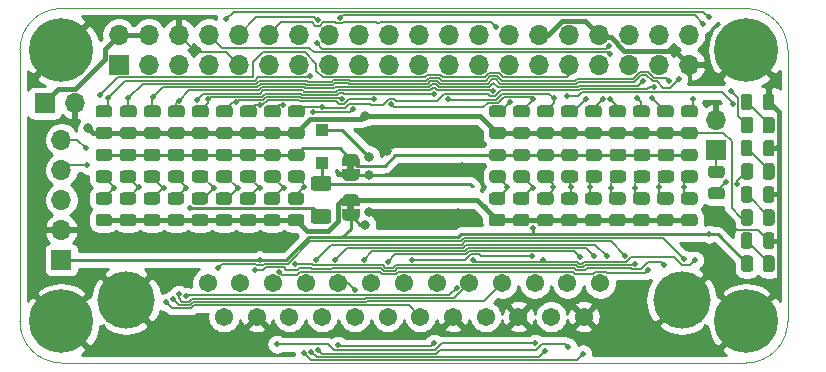
<source format=gbr>
%TF.GenerationSoftware,KiCad,Pcbnew,(5.1.7-0-10_14)*%
%TF.CreationDate,2021-10-10T14:00:01-05:00*%
%TF.ProjectId,rascsi_zero,72617363-7369-45f7-9a65-726f2e6b6963,rev?*%
%TF.SameCoordinates,PX59d60c0PY325aa00*%
%TF.FileFunction,Copper,L1,Top*%
%TF.FilePolarity,Positive*%
%FSLAX46Y46*%
G04 Gerber Fmt 4.6, Leading zero omitted, Abs format (unit mm)*
G04 Created by KiCad (PCBNEW (5.1.7-0-10_14)) date 2021-10-10 14:00:01*
%MOMM*%
%LPD*%
G01*
G04 APERTURE LIST*
%TA.AperFunction,Profile*%
%ADD10C,0.050000*%
%TD*%
%TA.AperFunction,EtchedComponent*%
%ADD11C,0.150000*%
%TD*%
%TA.AperFunction,ComponentPad*%
%ADD12C,4.845000*%
%TD*%
%TA.AperFunction,ComponentPad*%
%ADD13C,1.545000*%
%TD*%
%TA.AperFunction,SMDPad,CuDef*%
%ADD14C,0.150000*%
%TD*%
%TA.AperFunction,SMDPad,CuDef*%
%ADD15R,1.100000X1.100000*%
%TD*%
%TA.AperFunction,ComponentPad*%
%ADD16O,1.700000X1.700000*%
%TD*%
%TA.AperFunction,ComponentPad*%
%ADD17R,1.700000X1.700000*%
%TD*%
%TA.AperFunction,ComponentPad*%
%ADD18C,0.800000*%
%TD*%
%TA.AperFunction,ComponentPad*%
%ADD19C,5.400000*%
%TD*%
%TA.AperFunction,ViaPad*%
%ADD20C,0.500000*%
%TD*%
%TA.AperFunction,ViaPad*%
%ADD21C,0.800000*%
%TD*%
%TA.AperFunction,Conductor*%
%ADD22C,0.150000*%
%TD*%
%TA.AperFunction,Conductor*%
%ADD23C,0.400000*%
%TD*%
%TA.AperFunction,Conductor*%
%ADD24C,0.250000*%
%TD*%
%TA.AperFunction,Conductor*%
%ADD25C,0.254000*%
%TD*%
G04 APERTURE END LIST*
D10*
X83800000Y-19700000D02*
X141800000Y-19700000D01*
X83800000Y-19700000D02*
G75*
G02*
X80300000Y-16200000I0J3500000D01*
G01*
X145300000Y-16200000D02*
G75*
G02*
X141800000Y-19700000I-3500000J0D01*
G01*
X80300000Y6800000D02*
X80300000Y-16200000D01*
X145300000Y6800000D02*
X145300000Y-16200000D01*
X83800000Y10300000D02*
X141800000Y10300000D01*
X80300000Y6800000D02*
G75*
G02*
X83800000Y10300000I3500000J0D01*
G01*
X141800000Y10300000D02*
G75*
G02*
X145300000Y6800000I0J-3500000D01*
G01*
D11*
%TO.C,JP2*%
G36*
X108610000Y-3400000D02*
G01*
X108610000Y-2900000D01*
X108010000Y-2900000D01*
X108010000Y-3400000D01*
X108610000Y-3400000D01*
G37*
%TO.C,JP1*%
G36*
X108610000Y-6800400D02*
G01*
X108610000Y-6300400D01*
X108010000Y-6300400D01*
X108010000Y-6800400D01*
X108610000Y-6800400D01*
G37*
%TD*%
D12*
%TO.P,J6,MH2*%
%TO.N,GND*%
X89286320Y-14371200D03*
%TO.P,J6,MH1*%
X136326320Y-14371200D03*
D13*
%TO.P,J6,25*%
%TO.N,TERMPOW*%
X97571320Y-15791200D03*
%TO.P,J6,24*%
%TO.N,GND*%
X100341320Y-15791200D03*
%TO.P,J6,23*%
%TO.N,C-D4*%
X103111320Y-15791200D03*
%TO.P,J6,22*%
%TO.N,C-D2*%
X105881320Y-15791200D03*
%TO.P,J6,21*%
%TO.N,C-D1*%
X108651320Y-15791200D03*
%TO.P,J6,20*%
%TO.N,C-DP*%
X111421320Y-15791200D03*
%TO.P,J6,19*%
%TO.N,C-SEL*%
X114191320Y-15791200D03*
%TO.P,J6,18*%
%TO.N,GND*%
X116961320Y-15791200D03*
%TO.P,J6,17*%
%TO.N,C-ATN*%
X119731320Y-15791200D03*
%TO.P,J6,16*%
%TO.N,GND*%
X122501320Y-15791200D03*
%TO.P,J6,15*%
%TO.N,C-C_D*%
X125271320Y-15791200D03*
%TO.P,J6,14*%
%TO.N,GND*%
X128041320Y-15791200D03*
%TO.P,J6,13*%
%TO.N,C-D7*%
X96186320Y-12951200D03*
%TO.P,J6,12*%
%TO.N,C-D6*%
X98956320Y-12951200D03*
%TO.P,J6,11*%
%TO.N,C-D5*%
X101726320Y-12951200D03*
%TO.P,J6,10*%
%TO.N,C-D3*%
X104496320Y-12951200D03*
%TO.P,J6,9*%
%TO.N,GND*%
X107266320Y-12951200D03*
%TO.P,J6,8*%
%TO.N,C-D0*%
X110036320Y-12951200D03*
%TO.P,J6,7*%
%TO.N,GND*%
X112806320Y-12951200D03*
%TO.P,J6,6*%
%TO.N,C-BSY*%
X115576320Y-12951200D03*
%TO.P,J6,5*%
%TO.N,C-ACK*%
X118346320Y-12951200D03*
%TO.P,J6,4*%
%TO.N,C-RST*%
X121116320Y-12951200D03*
%TO.P,J6,3*%
%TO.N,C-I_O*%
X123886320Y-12951200D03*
%TO.P,J6,2*%
%TO.N,C-MSG*%
X126656320Y-12951200D03*
%TO.P,J6,1*%
%TO.N,C-REQ*%
X129426320Y-12951200D03*
%TD*%
%TA.AperFunction,SMDPad,CuDef*%
D14*
%TO.P,JP2,1*%
%TO.N,/TERM_GND*%
G36*
X107560000Y-3000000D02*
G01*
X107560000Y-2500000D01*
X107560602Y-2500000D01*
X107560602Y-2475466D01*
X107565412Y-2426635D01*
X107574984Y-2378510D01*
X107589228Y-2331555D01*
X107608005Y-2286222D01*
X107631136Y-2242949D01*
X107658396Y-2202150D01*
X107689524Y-2164221D01*
X107724221Y-2129524D01*
X107762150Y-2098396D01*
X107802949Y-2071136D01*
X107846222Y-2048005D01*
X107891555Y-2029228D01*
X107938510Y-2014984D01*
X107986635Y-2005412D01*
X108035466Y-2000602D01*
X108060000Y-2000602D01*
X108060000Y-2000000D01*
X108560000Y-2000000D01*
X108560000Y-2000602D01*
X108584534Y-2000602D01*
X108633365Y-2005412D01*
X108681490Y-2014984D01*
X108728445Y-2029228D01*
X108773778Y-2048005D01*
X108817051Y-2071136D01*
X108857850Y-2098396D01*
X108895779Y-2129524D01*
X108930476Y-2164221D01*
X108961604Y-2202150D01*
X108988864Y-2242949D01*
X109011995Y-2286222D01*
X109030772Y-2331555D01*
X109045016Y-2378510D01*
X109054588Y-2426635D01*
X109059398Y-2475466D01*
X109059398Y-2500000D01*
X109060000Y-2500000D01*
X109060000Y-3000000D01*
X107560000Y-3000000D01*
G37*
%TD.AperFunction*%
%TA.AperFunction,SMDPad,CuDef*%
%TO.P,JP2,2*%
%TO.N,GND*%
G36*
X109059398Y-3800000D02*
G01*
X109059398Y-3824534D01*
X109054588Y-3873365D01*
X109045016Y-3921490D01*
X109030772Y-3968445D01*
X109011995Y-4013778D01*
X108988864Y-4057051D01*
X108961604Y-4097850D01*
X108930476Y-4135779D01*
X108895779Y-4170476D01*
X108857850Y-4201604D01*
X108817051Y-4228864D01*
X108773778Y-4251995D01*
X108728445Y-4270772D01*
X108681490Y-4285016D01*
X108633365Y-4294588D01*
X108584534Y-4299398D01*
X108560000Y-4299398D01*
X108560000Y-4300000D01*
X108060000Y-4300000D01*
X108060000Y-4299398D01*
X108035466Y-4299398D01*
X107986635Y-4294588D01*
X107938510Y-4285016D01*
X107891555Y-4270772D01*
X107846222Y-4251995D01*
X107802949Y-4228864D01*
X107762150Y-4201604D01*
X107724221Y-4170476D01*
X107689524Y-4135779D01*
X107658396Y-4097850D01*
X107631136Y-4057051D01*
X107608005Y-4013778D01*
X107589228Y-3968445D01*
X107574984Y-3921490D01*
X107565412Y-3873365D01*
X107560602Y-3824534D01*
X107560602Y-3800000D01*
X107560000Y-3800000D01*
X107560000Y-3300000D01*
X109060000Y-3300000D01*
X109060000Y-3800000D01*
X109059398Y-3800000D01*
G37*
%TD.AperFunction*%
%TD*%
%TA.AperFunction,SMDPad,CuDef*%
%TO.P,JP1,1*%
%TO.N,/TERM_5v*%
G36*
X107560000Y-6400400D02*
G01*
X107560000Y-5900400D01*
X107560602Y-5900400D01*
X107560602Y-5875866D01*
X107565412Y-5827035D01*
X107574984Y-5778910D01*
X107589228Y-5731955D01*
X107608005Y-5686622D01*
X107631136Y-5643349D01*
X107658396Y-5602550D01*
X107689524Y-5564621D01*
X107724221Y-5529924D01*
X107762150Y-5498796D01*
X107802949Y-5471536D01*
X107846222Y-5448405D01*
X107891555Y-5429628D01*
X107938510Y-5415384D01*
X107986635Y-5405812D01*
X108035466Y-5401002D01*
X108060000Y-5401002D01*
X108060000Y-5400400D01*
X108560000Y-5400400D01*
X108560000Y-5401002D01*
X108584534Y-5401002D01*
X108633365Y-5405812D01*
X108681490Y-5415384D01*
X108728445Y-5429628D01*
X108773778Y-5448405D01*
X108817051Y-5471536D01*
X108857850Y-5498796D01*
X108895779Y-5529924D01*
X108930476Y-5564621D01*
X108961604Y-5602550D01*
X108988864Y-5643349D01*
X109011995Y-5686622D01*
X109030772Y-5731955D01*
X109045016Y-5778910D01*
X109054588Y-5827035D01*
X109059398Y-5875866D01*
X109059398Y-5900400D01*
X109060000Y-5900400D01*
X109060000Y-6400400D01*
X107560000Y-6400400D01*
G37*
%TD.AperFunction*%
%TA.AperFunction,SMDPad,CuDef*%
%TO.P,JP1,2*%
%TO.N,+5V*%
G36*
X109059398Y-7200400D02*
G01*
X109059398Y-7224934D01*
X109054588Y-7273765D01*
X109045016Y-7321890D01*
X109030772Y-7368845D01*
X109011995Y-7414178D01*
X108988864Y-7457451D01*
X108961604Y-7498250D01*
X108930476Y-7536179D01*
X108895779Y-7570876D01*
X108857850Y-7602004D01*
X108817051Y-7629264D01*
X108773778Y-7652395D01*
X108728445Y-7671172D01*
X108681490Y-7685416D01*
X108633365Y-7694988D01*
X108584534Y-7699798D01*
X108560000Y-7699798D01*
X108560000Y-7700400D01*
X108060000Y-7700400D01*
X108060000Y-7699798D01*
X108035466Y-7699798D01*
X107986635Y-7694988D01*
X107938510Y-7685416D01*
X107891555Y-7671172D01*
X107846222Y-7652395D01*
X107802949Y-7629264D01*
X107762150Y-7602004D01*
X107724221Y-7570876D01*
X107689524Y-7536179D01*
X107658396Y-7498250D01*
X107631136Y-7457451D01*
X107608005Y-7414178D01*
X107589228Y-7368845D01*
X107574984Y-7321890D01*
X107565412Y-7273765D01*
X107560602Y-7224934D01*
X107560602Y-7200400D01*
X107560000Y-7200400D01*
X107560000Y-6700400D01*
X109060000Y-6700400D01*
X109060000Y-7200400D01*
X109059398Y-7200400D01*
G37*
%TD.AperFunction*%
%TD*%
%TO.P,R59,2*%
%TO.N,EXT-ACT-LED*%
%TA.AperFunction,SMDPad,CuDef*%
G36*
G01*
X139716281Y-4044100D02*
X138816279Y-4044100D01*
G75*
G02*
X138566280Y-3794101I0J249999D01*
G01*
X138566280Y-3269099D01*
G75*
G02*
X138816279Y-3019100I249999J0D01*
G01*
X139716281Y-3019100D01*
G75*
G02*
X139966280Y-3269099I0J-249999D01*
G01*
X139966280Y-3794101D01*
G75*
G02*
X139716281Y-4044100I-249999J0D01*
G01*
G37*
%TD.AperFunction*%
%TO.P,R59,1*%
%TO.N,PI-ACT*%
%TA.AperFunction,SMDPad,CuDef*%
G36*
G01*
X139716281Y-5869100D02*
X138816279Y-5869100D01*
G75*
G02*
X138566280Y-5619101I0J249999D01*
G01*
X138566280Y-5094099D01*
G75*
G02*
X138816279Y-4844100I249999J0D01*
G01*
X139716281Y-4844100D01*
G75*
G02*
X139966280Y-5094099I0J-249999D01*
G01*
X139966280Y-5619101D01*
G75*
G02*
X139716281Y-5869100I-249999J0D01*
G01*
G37*
%TD.AperFunction*%
%TD*%
%TO.P,R58,2*%
%TO.N,C-DP*%
%TA.AperFunction,SMDPad,CuDef*%
G36*
G01*
X120285279Y-3414140D02*
X121185281Y-3414140D01*
G75*
G02*
X121435280Y-3664139I0J-249999D01*
G01*
X121435280Y-4189141D01*
G75*
G02*
X121185281Y-4439140I-249999J0D01*
G01*
X120285279Y-4439140D01*
G75*
G02*
X120035280Y-4189141I0J249999D01*
G01*
X120035280Y-3664139D01*
G75*
G02*
X120285279Y-3414140I249999J0D01*
G01*
G37*
%TD.AperFunction*%
%TO.P,R58,1*%
%TO.N,/TERM_GND*%
%TA.AperFunction,SMDPad,CuDef*%
G36*
G01*
X120285279Y-1589140D02*
X121185281Y-1589140D01*
G75*
G02*
X121435280Y-1839139I0J-249999D01*
G01*
X121435280Y-2364141D01*
G75*
G02*
X121185281Y-2614140I-249999J0D01*
G01*
X120285279Y-2614140D01*
G75*
G02*
X120035280Y-2364141I0J249999D01*
G01*
X120035280Y-1839139D01*
G75*
G02*
X120285279Y-1589140I249999J0D01*
G01*
G37*
%TD.AperFunction*%
%TD*%
%TO.P,R57,2*%
%TO.N,C-D0*%
%TA.AperFunction,SMDPad,CuDef*%
G36*
G01*
X122322209Y-3414140D02*
X123222211Y-3414140D01*
G75*
G02*
X123472210Y-3664139I0J-249999D01*
G01*
X123472210Y-4189141D01*
G75*
G02*
X123222211Y-4439140I-249999J0D01*
G01*
X122322209Y-4439140D01*
G75*
G02*
X122072210Y-4189141I0J249999D01*
G01*
X122072210Y-3664139D01*
G75*
G02*
X122322209Y-3414140I249999J0D01*
G01*
G37*
%TD.AperFunction*%
%TO.P,R57,1*%
%TO.N,/TERM_GND*%
%TA.AperFunction,SMDPad,CuDef*%
G36*
G01*
X122322209Y-1589140D02*
X123222211Y-1589140D01*
G75*
G02*
X123472210Y-1839139I0J-249999D01*
G01*
X123472210Y-2364141D01*
G75*
G02*
X123222211Y-2614140I-249999J0D01*
G01*
X122322209Y-2614140D01*
G75*
G02*
X122072210Y-2364141I0J249999D01*
G01*
X122072210Y-1839139D01*
G75*
G02*
X122322209Y-1589140I249999J0D01*
G01*
G37*
%TD.AperFunction*%
%TD*%
%TO.P,R56,2*%
%TO.N,C-D1*%
%TA.AperFunction,SMDPad,CuDef*%
G36*
G01*
X124359139Y-3414140D02*
X125259141Y-3414140D01*
G75*
G02*
X125509140Y-3664139I0J-249999D01*
G01*
X125509140Y-4189141D01*
G75*
G02*
X125259141Y-4439140I-249999J0D01*
G01*
X124359139Y-4439140D01*
G75*
G02*
X124109140Y-4189141I0J249999D01*
G01*
X124109140Y-3664139D01*
G75*
G02*
X124359139Y-3414140I249999J0D01*
G01*
G37*
%TD.AperFunction*%
%TO.P,R56,1*%
%TO.N,/TERM_GND*%
%TA.AperFunction,SMDPad,CuDef*%
G36*
G01*
X124359139Y-1589140D02*
X125259141Y-1589140D01*
G75*
G02*
X125509140Y-1839139I0J-249999D01*
G01*
X125509140Y-2364141D01*
G75*
G02*
X125259141Y-2614140I-249999J0D01*
G01*
X124359139Y-2614140D01*
G75*
G02*
X124109140Y-2364141I0J249999D01*
G01*
X124109140Y-1839139D01*
G75*
G02*
X124359139Y-1589140I249999J0D01*
G01*
G37*
%TD.AperFunction*%
%TD*%
%TO.P,R55,2*%
%TO.N,C-D2*%
%TA.AperFunction,SMDPad,CuDef*%
G36*
G01*
X126396069Y-3414140D02*
X127296071Y-3414140D01*
G75*
G02*
X127546070Y-3664139I0J-249999D01*
G01*
X127546070Y-4189141D01*
G75*
G02*
X127296071Y-4439140I-249999J0D01*
G01*
X126396069Y-4439140D01*
G75*
G02*
X126146070Y-4189141I0J249999D01*
G01*
X126146070Y-3664139D01*
G75*
G02*
X126396069Y-3414140I249999J0D01*
G01*
G37*
%TD.AperFunction*%
%TO.P,R55,1*%
%TO.N,/TERM_GND*%
%TA.AperFunction,SMDPad,CuDef*%
G36*
G01*
X126396069Y-1589140D02*
X127296071Y-1589140D01*
G75*
G02*
X127546070Y-1839139I0J-249999D01*
G01*
X127546070Y-2364141D01*
G75*
G02*
X127296071Y-2614140I-249999J0D01*
G01*
X126396069Y-2614140D01*
G75*
G02*
X126146070Y-2364141I0J249999D01*
G01*
X126146070Y-1839139D01*
G75*
G02*
X126396069Y-1589140I249999J0D01*
G01*
G37*
%TD.AperFunction*%
%TD*%
%TO.P,R54,2*%
%TO.N,C-D3*%
%TA.AperFunction,SMDPad,CuDef*%
G36*
G01*
X128432999Y-3414140D02*
X129333001Y-3414140D01*
G75*
G02*
X129583000Y-3664139I0J-249999D01*
G01*
X129583000Y-4189141D01*
G75*
G02*
X129333001Y-4439140I-249999J0D01*
G01*
X128432999Y-4439140D01*
G75*
G02*
X128183000Y-4189141I0J249999D01*
G01*
X128183000Y-3664139D01*
G75*
G02*
X128432999Y-3414140I249999J0D01*
G01*
G37*
%TD.AperFunction*%
%TO.P,R54,1*%
%TO.N,/TERM_GND*%
%TA.AperFunction,SMDPad,CuDef*%
G36*
G01*
X128432999Y-1589140D02*
X129333001Y-1589140D01*
G75*
G02*
X129583000Y-1839139I0J-249999D01*
G01*
X129583000Y-2364141D01*
G75*
G02*
X129333001Y-2614140I-249999J0D01*
G01*
X128432999Y-2614140D01*
G75*
G02*
X128183000Y-2364141I0J249999D01*
G01*
X128183000Y-1839139D01*
G75*
G02*
X128432999Y-1589140I249999J0D01*
G01*
G37*
%TD.AperFunction*%
%TD*%
%TO.P,R53,2*%
%TO.N,C-D4*%
%TA.AperFunction,SMDPad,CuDef*%
G36*
G01*
X130469929Y-3414140D02*
X131369931Y-3414140D01*
G75*
G02*
X131619930Y-3664139I0J-249999D01*
G01*
X131619930Y-4189141D01*
G75*
G02*
X131369931Y-4439140I-249999J0D01*
G01*
X130469929Y-4439140D01*
G75*
G02*
X130219930Y-4189141I0J249999D01*
G01*
X130219930Y-3664139D01*
G75*
G02*
X130469929Y-3414140I249999J0D01*
G01*
G37*
%TD.AperFunction*%
%TO.P,R53,1*%
%TO.N,/TERM_GND*%
%TA.AperFunction,SMDPad,CuDef*%
G36*
G01*
X130469929Y-1589140D02*
X131369931Y-1589140D01*
G75*
G02*
X131619930Y-1839139I0J-249999D01*
G01*
X131619930Y-2364141D01*
G75*
G02*
X131369931Y-2614140I-249999J0D01*
G01*
X130469929Y-2614140D01*
G75*
G02*
X130219930Y-2364141I0J249999D01*
G01*
X130219930Y-1839139D01*
G75*
G02*
X130469929Y-1589140I249999J0D01*
G01*
G37*
%TD.AperFunction*%
%TD*%
%TO.P,R52,2*%
%TO.N,C-D5*%
%TA.AperFunction,SMDPad,CuDef*%
G36*
G01*
X132506859Y-3414140D02*
X133406861Y-3414140D01*
G75*
G02*
X133656860Y-3664139I0J-249999D01*
G01*
X133656860Y-4189141D01*
G75*
G02*
X133406861Y-4439140I-249999J0D01*
G01*
X132506859Y-4439140D01*
G75*
G02*
X132256860Y-4189141I0J249999D01*
G01*
X132256860Y-3664139D01*
G75*
G02*
X132506859Y-3414140I249999J0D01*
G01*
G37*
%TD.AperFunction*%
%TO.P,R52,1*%
%TO.N,/TERM_GND*%
%TA.AperFunction,SMDPad,CuDef*%
G36*
G01*
X132506859Y-1589140D02*
X133406861Y-1589140D01*
G75*
G02*
X133656860Y-1839139I0J-249999D01*
G01*
X133656860Y-2364141D01*
G75*
G02*
X133406861Y-2614140I-249999J0D01*
G01*
X132506859Y-2614140D01*
G75*
G02*
X132256860Y-2364141I0J249999D01*
G01*
X132256860Y-1839139D01*
G75*
G02*
X132506859Y-1589140I249999J0D01*
G01*
G37*
%TD.AperFunction*%
%TD*%
%TO.P,R51,2*%
%TO.N,C-D6*%
%TA.AperFunction,SMDPad,CuDef*%
G36*
G01*
X134543789Y-3414140D02*
X135443791Y-3414140D01*
G75*
G02*
X135693790Y-3664139I0J-249999D01*
G01*
X135693790Y-4189141D01*
G75*
G02*
X135443791Y-4439140I-249999J0D01*
G01*
X134543789Y-4439140D01*
G75*
G02*
X134293790Y-4189141I0J249999D01*
G01*
X134293790Y-3664139D01*
G75*
G02*
X134543789Y-3414140I249999J0D01*
G01*
G37*
%TD.AperFunction*%
%TO.P,R51,1*%
%TO.N,/TERM_GND*%
%TA.AperFunction,SMDPad,CuDef*%
G36*
G01*
X134543789Y-1589140D02*
X135443791Y-1589140D01*
G75*
G02*
X135693790Y-1839139I0J-249999D01*
G01*
X135693790Y-2364141D01*
G75*
G02*
X135443791Y-2614140I-249999J0D01*
G01*
X134543789Y-2614140D01*
G75*
G02*
X134293790Y-2364141I0J249999D01*
G01*
X134293790Y-1839139D01*
G75*
G02*
X134543789Y-1589140I249999J0D01*
G01*
G37*
%TD.AperFunction*%
%TD*%
%TO.P,R50,2*%
%TO.N,C-D7*%
%TA.AperFunction,SMDPad,CuDef*%
G36*
G01*
X136525199Y-3414140D02*
X137425201Y-3414140D01*
G75*
G02*
X137675200Y-3664139I0J-249999D01*
G01*
X137675200Y-4189141D01*
G75*
G02*
X137425201Y-4439140I-249999J0D01*
G01*
X136525199Y-4439140D01*
G75*
G02*
X136275200Y-4189141I0J249999D01*
G01*
X136275200Y-3664139D01*
G75*
G02*
X136525199Y-3414140I249999J0D01*
G01*
G37*
%TD.AperFunction*%
%TO.P,R50,1*%
%TO.N,/TERM_GND*%
%TA.AperFunction,SMDPad,CuDef*%
G36*
G01*
X136525199Y-1589140D02*
X137425201Y-1589140D01*
G75*
G02*
X137675200Y-1839139I0J-249999D01*
G01*
X137675200Y-2364141D01*
G75*
G02*
X137425201Y-2614140I-249999J0D01*
G01*
X136525199Y-2614140D01*
G75*
G02*
X136275200Y-2364141I0J249999D01*
G01*
X136275200Y-1839139D01*
G75*
G02*
X136525199Y-1589140I249999J0D01*
G01*
G37*
%TD.AperFunction*%
%TD*%
%TO.P,R49,2*%
%TO.N,C-I_O*%
%TA.AperFunction,SMDPad,CuDef*%
G36*
G01*
X95099389Y-3414140D02*
X95999391Y-3414140D01*
G75*
G02*
X96249390Y-3664139I0J-249999D01*
G01*
X96249390Y-4189141D01*
G75*
G02*
X95999391Y-4439140I-249999J0D01*
G01*
X95099389Y-4439140D01*
G75*
G02*
X94849390Y-4189141I0J249999D01*
G01*
X94849390Y-3664139D01*
G75*
G02*
X95099389Y-3414140I249999J0D01*
G01*
G37*
%TD.AperFunction*%
%TO.P,R49,1*%
%TO.N,/TERM_GND*%
%TA.AperFunction,SMDPad,CuDef*%
G36*
G01*
X95099389Y-1589140D02*
X95999391Y-1589140D01*
G75*
G02*
X96249390Y-1839139I0J-249999D01*
G01*
X96249390Y-2364141D01*
G75*
G02*
X95999391Y-2614140I-249999J0D01*
G01*
X95099389Y-2614140D01*
G75*
G02*
X94849390Y-2364141I0J249999D01*
G01*
X94849390Y-1839139D01*
G75*
G02*
X95099389Y-1589140I249999J0D01*
G01*
G37*
%TD.AperFunction*%
%TD*%
%TO.P,R48,2*%
%TO.N,C-REQ*%
%TA.AperFunction,SMDPad,CuDef*%
G36*
G01*
X97136319Y-3414140D02*
X98036321Y-3414140D01*
G75*
G02*
X98286320Y-3664139I0J-249999D01*
G01*
X98286320Y-4189141D01*
G75*
G02*
X98036321Y-4439140I-249999J0D01*
G01*
X97136319Y-4439140D01*
G75*
G02*
X96886320Y-4189141I0J249999D01*
G01*
X96886320Y-3664139D01*
G75*
G02*
X97136319Y-3414140I249999J0D01*
G01*
G37*
%TD.AperFunction*%
%TO.P,R48,1*%
%TO.N,/TERM_GND*%
%TA.AperFunction,SMDPad,CuDef*%
G36*
G01*
X97136319Y-1589140D02*
X98036321Y-1589140D01*
G75*
G02*
X98286320Y-1839139I0J-249999D01*
G01*
X98286320Y-2364141D01*
G75*
G02*
X98036321Y-2614140I-249999J0D01*
G01*
X97136319Y-2614140D01*
G75*
G02*
X96886320Y-2364141I0J249999D01*
G01*
X96886320Y-1839139D01*
G75*
G02*
X97136319Y-1589140I249999J0D01*
G01*
G37*
%TD.AperFunction*%
%TD*%
%TO.P,R47,2*%
%TO.N,C-C_D*%
%TA.AperFunction,SMDPad,CuDef*%
G36*
G01*
X99173249Y-3414140D02*
X100073251Y-3414140D01*
G75*
G02*
X100323250Y-3664139I0J-249999D01*
G01*
X100323250Y-4189141D01*
G75*
G02*
X100073251Y-4439140I-249999J0D01*
G01*
X99173249Y-4439140D01*
G75*
G02*
X98923250Y-4189141I0J249999D01*
G01*
X98923250Y-3664139D01*
G75*
G02*
X99173249Y-3414140I249999J0D01*
G01*
G37*
%TD.AperFunction*%
%TO.P,R47,1*%
%TO.N,/TERM_GND*%
%TA.AperFunction,SMDPad,CuDef*%
G36*
G01*
X99173249Y-1589140D02*
X100073251Y-1589140D01*
G75*
G02*
X100323250Y-1839139I0J-249999D01*
G01*
X100323250Y-2364141D01*
G75*
G02*
X100073251Y-2614140I-249999J0D01*
G01*
X99173249Y-2614140D01*
G75*
G02*
X98923250Y-2364141I0J249999D01*
G01*
X98923250Y-1839139D01*
G75*
G02*
X99173249Y-1589140I249999J0D01*
G01*
G37*
%TD.AperFunction*%
%TD*%
%TO.P,R46,2*%
%TO.N,C-MSG*%
%TA.AperFunction,SMDPad,CuDef*%
G36*
G01*
X101210179Y-3414140D02*
X102110181Y-3414140D01*
G75*
G02*
X102360180Y-3664139I0J-249999D01*
G01*
X102360180Y-4189141D01*
G75*
G02*
X102110181Y-4439140I-249999J0D01*
G01*
X101210179Y-4439140D01*
G75*
G02*
X100960180Y-4189141I0J249999D01*
G01*
X100960180Y-3664139D01*
G75*
G02*
X101210179Y-3414140I249999J0D01*
G01*
G37*
%TD.AperFunction*%
%TO.P,R46,1*%
%TO.N,/TERM_GND*%
%TA.AperFunction,SMDPad,CuDef*%
G36*
G01*
X101210179Y-1589140D02*
X102110181Y-1589140D01*
G75*
G02*
X102360180Y-1839139I0J-249999D01*
G01*
X102360180Y-2364141D01*
G75*
G02*
X102110181Y-2614140I-249999J0D01*
G01*
X101210179Y-2614140D01*
G75*
G02*
X100960180Y-2364141I0J249999D01*
G01*
X100960180Y-1839139D01*
G75*
G02*
X101210179Y-1589140I249999J0D01*
G01*
G37*
%TD.AperFunction*%
%TD*%
%TO.P,R45,2*%
%TO.N,C-BSY*%
%TA.AperFunction,SMDPad,CuDef*%
G36*
G01*
X103247109Y-3414140D02*
X104147111Y-3414140D01*
G75*
G02*
X104397110Y-3664139I0J-249999D01*
G01*
X104397110Y-4189141D01*
G75*
G02*
X104147111Y-4439140I-249999J0D01*
G01*
X103247109Y-4439140D01*
G75*
G02*
X102997110Y-4189141I0J249999D01*
G01*
X102997110Y-3664139D01*
G75*
G02*
X103247109Y-3414140I249999J0D01*
G01*
G37*
%TD.AperFunction*%
%TO.P,R45,1*%
%TO.N,/TERM_GND*%
%TA.AperFunction,SMDPad,CuDef*%
G36*
G01*
X103247109Y-1589140D02*
X104147111Y-1589140D01*
G75*
G02*
X104397110Y-1839139I0J-249999D01*
G01*
X104397110Y-2364141D01*
G75*
G02*
X104147111Y-2614140I-249999J0D01*
G01*
X103247109Y-2614140D01*
G75*
G02*
X102997110Y-2364141I0J249999D01*
G01*
X102997110Y-1839139D01*
G75*
G02*
X103247109Y-1589140I249999J0D01*
G01*
G37*
%TD.AperFunction*%
%TD*%
%TO.P,R44,2*%
%TO.N,C-SEL*%
%TA.AperFunction,SMDPad,CuDef*%
G36*
G01*
X86951659Y-3414140D02*
X87851661Y-3414140D01*
G75*
G02*
X88101660Y-3664139I0J-249999D01*
G01*
X88101660Y-4189141D01*
G75*
G02*
X87851661Y-4439140I-249999J0D01*
G01*
X86951659Y-4439140D01*
G75*
G02*
X86701660Y-4189141I0J249999D01*
G01*
X86701660Y-3664139D01*
G75*
G02*
X86951659Y-3414140I249999J0D01*
G01*
G37*
%TD.AperFunction*%
%TO.P,R44,1*%
%TO.N,/TERM_GND*%
%TA.AperFunction,SMDPad,CuDef*%
G36*
G01*
X86951659Y-1589140D02*
X87851661Y-1589140D01*
G75*
G02*
X88101660Y-1839139I0J-249999D01*
G01*
X88101660Y-2364141D01*
G75*
G02*
X87851661Y-2614140I-249999J0D01*
G01*
X86951659Y-2614140D01*
G75*
G02*
X86701660Y-2364141I0J249999D01*
G01*
X86701660Y-1839139D01*
G75*
G02*
X86951659Y-1589140I249999J0D01*
G01*
G37*
%TD.AperFunction*%
%TD*%
%TO.P,R43,2*%
%TO.N,C-RST*%
%TA.AperFunction,SMDPad,CuDef*%
G36*
G01*
X88988599Y-3414140D02*
X89888601Y-3414140D01*
G75*
G02*
X90138600Y-3664139I0J-249999D01*
G01*
X90138600Y-4189141D01*
G75*
G02*
X89888601Y-4439140I-249999J0D01*
G01*
X88988599Y-4439140D01*
G75*
G02*
X88738600Y-4189141I0J249999D01*
G01*
X88738600Y-3664139D01*
G75*
G02*
X88988599Y-3414140I249999J0D01*
G01*
G37*
%TD.AperFunction*%
%TO.P,R43,1*%
%TO.N,/TERM_GND*%
%TA.AperFunction,SMDPad,CuDef*%
G36*
G01*
X88988599Y-1589140D02*
X89888601Y-1589140D01*
G75*
G02*
X90138600Y-1839139I0J-249999D01*
G01*
X90138600Y-2364141D01*
G75*
G02*
X89888601Y-2614140I-249999J0D01*
G01*
X88988599Y-2614140D01*
G75*
G02*
X88738600Y-2364141I0J249999D01*
G01*
X88738600Y-1839139D01*
G75*
G02*
X88988599Y-1589140I249999J0D01*
G01*
G37*
%TD.AperFunction*%
%TD*%
%TO.P,R42,2*%
%TO.N,C-ACK*%
%TA.AperFunction,SMDPad,CuDef*%
G36*
G01*
X91025529Y-3414140D02*
X91925531Y-3414140D01*
G75*
G02*
X92175530Y-3664139I0J-249999D01*
G01*
X92175530Y-4189141D01*
G75*
G02*
X91925531Y-4439140I-249999J0D01*
G01*
X91025529Y-4439140D01*
G75*
G02*
X90775530Y-4189141I0J249999D01*
G01*
X90775530Y-3664139D01*
G75*
G02*
X91025529Y-3414140I249999J0D01*
G01*
G37*
%TD.AperFunction*%
%TO.P,R42,1*%
%TO.N,/TERM_GND*%
%TA.AperFunction,SMDPad,CuDef*%
G36*
G01*
X91025529Y-1589140D02*
X91925531Y-1589140D01*
G75*
G02*
X92175530Y-1839139I0J-249999D01*
G01*
X92175530Y-2364141D01*
G75*
G02*
X91925531Y-2614140I-249999J0D01*
G01*
X91025529Y-2614140D01*
G75*
G02*
X90775530Y-2364141I0J249999D01*
G01*
X90775530Y-1839139D01*
G75*
G02*
X91025529Y-1589140I249999J0D01*
G01*
G37*
%TD.AperFunction*%
%TD*%
%TO.P,R41,2*%
%TO.N,C-ATN*%
%TA.AperFunction,SMDPad,CuDef*%
G36*
G01*
X93062459Y-3414140D02*
X93962461Y-3414140D01*
G75*
G02*
X94212460Y-3664139I0J-249999D01*
G01*
X94212460Y-4189141D01*
G75*
G02*
X93962461Y-4439140I-249999J0D01*
G01*
X93062459Y-4439140D01*
G75*
G02*
X92812460Y-4189141I0J249999D01*
G01*
X92812460Y-3664139D01*
G75*
G02*
X93062459Y-3414140I249999J0D01*
G01*
G37*
%TD.AperFunction*%
%TO.P,R41,1*%
%TO.N,/TERM_GND*%
%TA.AperFunction,SMDPad,CuDef*%
G36*
G01*
X93062459Y-1589140D02*
X93962461Y-1589140D01*
G75*
G02*
X94212460Y-1839139I0J-249999D01*
G01*
X94212460Y-2364141D01*
G75*
G02*
X93962461Y-2614140I-249999J0D01*
G01*
X93062459Y-2614140D01*
G75*
G02*
X92812460Y-2364141I0J249999D01*
G01*
X92812460Y-1839139D01*
G75*
G02*
X93062459Y-1589140I249999J0D01*
G01*
G37*
%TD.AperFunction*%
%TD*%
%TO.P,R40,2*%
%TO.N,C-DP*%
%TA.AperFunction,SMDPad,CuDef*%
G36*
G01*
X121155889Y-6303560D02*
X120255887Y-6303560D01*
G75*
G02*
X120005888Y-6053561I0J249999D01*
G01*
X120005888Y-5528559D01*
G75*
G02*
X120255887Y-5278560I249999J0D01*
G01*
X121155889Y-5278560D01*
G75*
G02*
X121405888Y-5528559I0J-249999D01*
G01*
X121405888Y-6053561D01*
G75*
G02*
X121155889Y-6303560I-249999J0D01*
G01*
G37*
%TD.AperFunction*%
%TO.P,R40,1*%
%TO.N,/TERM_5v*%
%TA.AperFunction,SMDPad,CuDef*%
G36*
G01*
X121155889Y-8128560D02*
X120255887Y-8128560D01*
G75*
G02*
X120005888Y-7878561I0J249999D01*
G01*
X120005888Y-7353559D01*
G75*
G02*
X120255887Y-7103560I249999J0D01*
G01*
X121155889Y-7103560D01*
G75*
G02*
X121405888Y-7353559I0J-249999D01*
G01*
X121405888Y-7878561D01*
G75*
G02*
X121155889Y-8128560I-249999J0D01*
G01*
G37*
%TD.AperFunction*%
%TD*%
%TO.P,R39,2*%
%TO.N,C-D0*%
%TA.AperFunction,SMDPad,CuDef*%
G36*
G01*
X123189553Y-6303560D02*
X122289551Y-6303560D01*
G75*
G02*
X122039552Y-6053561I0J249999D01*
G01*
X122039552Y-5528559D01*
G75*
G02*
X122289551Y-5278560I249999J0D01*
G01*
X123189553Y-5278560D01*
G75*
G02*
X123439552Y-5528559I0J-249999D01*
G01*
X123439552Y-6053561D01*
G75*
G02*
X123189553Y-6303560I-249999J0D01*
G01*
G37*
%TD.AperFunction*%
%TO.P,R39,1*%
%TO.N,/TERM_5v*%
%TA.AperFunction,SMDPad,CuDef*%
G36*
G01*
X123189553Y-8128560D02*
X122289551Y-8128560D01*
G75*
G02*
X122039552Y-7878561I0J249999D01*
G01*
X122039552Y-7353559D01*
G75*
G02*
X122289551Y-7103560I249999J0D01*
G01*
X123189553Y-7103560D01*
G75*
G02*
X123439552Y-7353559I0J-249999D01*
G01*
X123439552Y-7878561D01*
G75*
G02*
X123189553Y-8128560I-249999J0D01*
G01*
G37*
%TD.AperFunction*%
%TD*%
%TO.P,R38,2*%
%TO.N,C-D1*%
%TA.AperFunction,SMDPad,CuDef*%
G36*
G01*
X125223217Y-6303560D02*
X124323215Y-6303560D01*
G75*
G02*
X124073216Y-6053561I0J249999D01*
G01*
X124073216Y-5528559D01*
G75*
G02*
X124323215Y-5278560I249999J0D01*
G01*
X125223217Y-5278560D01*
G75*
G02*
X125473216Y-5528559I0J-249999D01*
G01*
X125473216Y-6053561D01*
G75*
G02*
X125223217Y-6303560I-249999J0D01*
G01*
G37*
%TD.AperFunction*%
%TO.P,R38,1*%
%TO.N,/TERM_5v*%
%TA.AperFunction,SMDPad,CuDef*%
G36*
G01*
X125223217Y-8128560D02*
X124323215Y-8128560D01*
G75*
G02*
X124073216Y-7878561I0J249999D01*
G01*
X124073216Y-7353559D01*
G75*
G02*
X124323215Y-7103560I249999J0D01*
G01*
X125223217Y-7103560D01*
G75*
G02*
X125473216Y-7353559I0J-249999D01*
G01*
X125473216Y-7878561D01*
G75*
G02*
X125223217Y-8128560I-249999J0D01*
G01*
G37*
%TD.AperFunction*%
%TD*%
%TO.P,R37,2*%
%TO.N,C-D2*%
%TA.AperFunction,SMDPad,CuDef*%
G36*
G01*
X127256881Y-6303560D02*
X126356879Y-6303560D01*
G75*
G02*
X126106880Y-6053561I0J249999D01*
G01*
X126106880Y-5528559D01*
G75*
G02*
X126356879Y-5278560I249999J0D01*
G01*
X127256881Y-5278560D01*
G75*
G02*
X127506880Y-5528559I0J-249999D01*
G01*
X127506880Y-6053561D01*
G75*
G02*
X127256881Y-6303560I-249999J0D01*
G01*
G37*
%TD.AperFunction*%
%TO.P,R37,1*%
%TO.N,/TERM_5v*%
%TA.AperFunction,SMDPad,CuDef*%
G36*
G01*
X127256881Y-8128560D02*
X126356879Y-8128560D01*
G75*
G02*
X126106880Y-7878561I0J249999D01*
G01*
X126106880Y-7353559D01*
G75*
G02*
X126356879Y-7103560I249999J0D01*
G01*
X127256881Y-7103560D01*
G75*
G02*
X127506880Y-7353559I0J-249999D01*
G01*
X127506880Y-7878561D01*
G75*
G02*
X127256881Y-8128560I-249999J0D01*
G01*
G37*
%TD.AperFunction*%
%TD*%
%TO.P,R36,2*%
%TO.N,C-D3*%
%TA.AperFunction,SMDPad,CuDef*%
G36*
G01*
X129290545Y-6303560D02*
X128390543Y-6303560D01*
G75*
G02*
X128140544Y-6053561I0J249999D01*
G01*
X128140544Y-5528559D01*
G75*
G02*
X128390543Y-5278560I249999J0D01*
G01*
X129290545Y-5278560D01*
G75*
G02*
X129540544Y-5528559I0J-249999D01*
G01*
X129540544Y-6053561D01*
G75*
G02*
X129290545Y-6303560I-249999J0D01*
G01*
G37*
%TD.AperFunction*%
%TO.P,R36,1*%
%TO.N,/TERM_5v*%
%TA.AperFunction,SMDPad,CuDef*%
G36*
G01*
X129290545Y-8128560D02*
X128390543Y-8128560D01*
G75*
G02*
X128140544Y-7878561I0J249999D01*
G01*
X128140544Y-7353559D01*
G75*
G02*
X128390543Y-7103560I249999J0D01*
G01*
X129290545Y-7103560D01*
G75*
G02*
X129540544Y-7353559I0J-249999D01*
G01*
X129540544Y-7878561D01*
G75*
G02*
X129290545Y-8128560I-249999J0D01*
G01*
G37*
%TD.AperFunction*%
%TD*%
%TO.P,R35,2*%
%TO.N,C-D4*%
%TA.AperFunction,SMDPad,CuDef*%
G36*
G01*
X131324209Y-6303560D02*
X130424207Y-6303560D01*
G75*
G02*
X130174208Y-6053561I0J249999D01*
G01*
X130174208Y-5528559D01*
G75*
G02*
X130424207Y-5278560I249999J0D01*
G01*
X131324209Y-5278560D01*
G75*
G02*
X131574208Y-5528559I0J-249999D01*
G01*
X131574208Y-6053561D01*
G75*
G02*
X131324209Y-6303560I-249999J0D01*
G01*
G37*
%TD.AperFunction*%
%TO.P,R35,1*%
%TO.N,/TERM_5v*%
%TA.AperFunction,SMDPad,CuDef*%
G36*
G01*
X131324209Y-8128560D02*
X130424207Y-8128560D01*
G75*
G02*
X130174208Y-7878561I0J249999D01*
G01*
X130174208Y-7353559D01*
G75*
G02*
X130424207Y-7103560I249999J0D01*
G01*
X131324209Y-7103560D01*
G75*
G02*
X131574208Y-7353559I0J-249999D01*
G01*
X131574208Y-7878561D01*
G75*
G02*
X131324209Y-8128560I-249999J0D01*
G01*
G37*
%TD.AperFunction*%
%TD*%
%TO.P,R34,2*%
%TO.N,C-D5*%
%TA.AperFunction,SMDPad,CuDef*%
G36*
G01*
X133357873Y-6303560D02*
X132457871Y-6303560D01*
G75*
G02*
X132207872Y-6053561I0J249999D01*
G01*
X132207872Y-5528559D01*
G75*
G02*
X132457871Y-5278560I249999J0D01*
G01*
X133357873Y-5278560D01*
G75*
G02*
X133607872Y-5528559I0J-249999D01*
G01*
X133607872Y-6053561D01*
G75*
G02*
X133357873Y-6303560I-249999J0D01*
G01*
G37*
%TD.AperFunction*%
%TO.P,R34,1*%
%TO.N,/TERM_5v*%
%TA.AperFunction,SMDPad,CuDef*%
G36*
G01*
X133357873Y-8128560D02*
X132457871Y-8128560D01*
G75*
G02*
X132207872Y-7878561I0J249999D01*
G01*
X132207872Y-7353559D01*
G75*
G02*
X132457871Y-7103560I249999J0D01*
G01*
X133357873Y-7103560D01*
G75*
G02*
X133607872Y-7353559I0J-249999D01*
G01*
X133607872Y-7878561D01*
G75*
G02*
X133357873Y-8128560I-249999J0D01*
G01*
G37*
%TD.AperFunction*%
%TD*%
%TO.P,R33,2*%
%TO.N,C-D6*%
%TA.AperFunction,SMDPad,CuDef*%
G36*
G01*
X135391537Y-6303560D02*
X134491535Y-6303560D01*
G75*
G02*
X134241536Y-6053561I0J249999D01*
G01*
X134241536Y-5528559D01*
G75*
G02*
X134491535Y-5278560I249999J0D01*
G01*
X135391537Y-5278560D01*
G75*
G02*
X135641536Y-5528559I0J-249999D01*
G01*
X135641536Y-6053561D01*
G75*
G02*
X135391537Y-6303560I-249999J0D01*
G01*
G37*
%TD.AperFunction*%
%TO.P,R33,1*%
%TO.N,/TERM_5v*%
%TA.AperFunction,SMDPad,CuDef*%
G36*
G01*
X135391537Y-8128560D02*
X134491535Y-8128560D01*
G75*
G02*
X134241536Y-7878561I0J249999D01*
G01*
X134241536Y-7353559D01*
G75*
G02*
X134491535Y-7103560I249999J0D01*
G01*
X135391537Y-7103560D01*
G75*
G02*
X135641536Y-7353559I0J-249999D01*
G01*
X135641536Y-7878561D01*
G75*
G02*
X135391537Y-8128560I-249999J0D01*
G01*
G37*
%TD.AperFunction*%
%TD*%
%TO.P,R32,2*%
%TO.N,C-D7*%
%TA.AperFunction,SMDPad,CuDef*%
G36*
G01*
X137425201Y-6303560D02*
X136525199Y-6303560D01*
G75*
G02*
X136275200Y-6053561I0J249999D01*
G01*
X136275200Y-5528559D01*
G75*
G02*
X136525199Y-5278560I249999J0D01*
G01*
X137425201Y-5278560D01*
G75*
G02*
X137675200Y-5528559I0J-249999D01*
G01*
X137675200Y-6053561D01*
G75*
G02*
X137425201Y-6303560I-249999J0D01*
G01*
G37*
%TD.AperFunction*%
%TO.P,R32,1*%
%TO.N,/TERM_5v*%
%TA.AperFunction,SMDPad,CuDef*%
G36*
G01*
X137425201Y-8128560D02*
X136525199Y-8128560D01*
G75*
G02*
X136275200Y-7878561I0J249999D01*
G01*
X136275200Y-7353559D01*
G75*
G02*
X136525199Y-7103560I249999J0D01*
G01*
X137425201Y-7103560D01*
G75*
G02*
X137675200Y-7353559I0J-249999D01*
G01*
X137675200Y-7878561D01*
G75*
G02*
X137425201Y-8128560I-249999J0D01*
G01*
G37*
%TD.AperFunction*%
%TD*%
%TO.P,R31,2*%
%TO.N,C-I_O*%
%TA.AperFunction,SMDPad,CuDef*%
G36*
G01*
X95986329Y-6303560D02*
X95086327Y-6303560D01*
G75*
G02*
X94836328Y-6053561I0J249999D01*
G01*
X94836328Y-5528559D01*
G75*
G02*
X95086327Y-5278560I249999J0D01*
G01*
X95986329Y-5278560D01*
G75*
G02*
X96236328Y-5528559I0J-249999D01*
G01*
X96236328Y-6053561D01*
G75*
G02*
X95986329Y-6303560I-249999J0D01*
G01*
G37*
%TD.AperFunction*%
%TO.P,R31,1*%
%TO.N,/TERM_5v*%
%TA.AperFunction,SMDPad,CuDef*%
G36*
G01*
X95986329Y-8128560D02*
X95086327Y-8128560D01*
G75*
G02*
X94836328Y-7878561I0J249999D01*
G01*
X94836328Y-7353559D01*
G75*
G02*
X95086327Y-7103560I249999J0D01*
G01*
X95986329Y-7103560D01*
G75*
G02*
X96236328Y-7353559I0J-249999D01*
G01*
X96236328Y-7878561D01*
G75*
G02*
X95986329Y-8128560I-249999J0D01*
G01*
G37*
%TD.AperFunction*%
%TD*%
%TO.P,R30,2*%
%TO.N,C-REQ*%
%TA.AperFunction,SMDPad,CuDef*%
G36*
G01*
X98019993Y-6303560D02*
X97119991Y-6303560D01*
G75*
G02*
X96869992Y-6053561I0J249999D01*
G01*
X96869992Y-5528559D01*
G75*
G02*
X97119991Y-5278560I249999J0D01*
G01*
X98019993Y-5278560D01*
G75*
G02*
X98269992Y-5528559I0J-249999D01*
G01*
X98269992Y-6053561D01*
G75*
G02*
X98019993Y-6303560I-249999J0D01*
G01*
G37*
%TD.AperFunction*%
%TO.P,R30,1*%
%TO.N,/TERM_5v*%
%TA.AperFunction,SMDPad,CuDef*%
G36*
G01*
X98019993Y-8128560D02*
X97119991Y-8128560D01*
G75*
G02*
X96869992Y-7878561I0J249999D01*
G01*
X96869992Y-7353559D01*
G75*
G02*
X97119991Y-7103560I249999J0D01*
G01*
X98019993Y-7103560D01*
G75*
G02*
X98269992Y-7353559I0J-249999D01*
G01*
X98269992Y-7878561D01*
G75*
G02*
X98019993Y-8128560I-249999J0D01*
G01*
G37*
%TD.AperFunction*%
%TD*%
%TO.P,R29,2*%
%TO.N,C-C_D*%
%TA.AperFunction,SMDPad,CuDef*%
G36*
G01*
X100053657Y-6303560D02*
X99153655Y-6303560D01*
G75*
G02*
X98903656Y-6053561I0J249999D01*
G01*
X98903656Y-5528559D01*
G75*
G02*
X99153655Y-5278560I249999J0D01*
G01*
X100053657Y-5278560D01*
G75*
G02*
X100303656Y-5528559I0J-249999D01*
G01*
X100303656Y-6053561D01*
G75*
G02*
X100053657Y-6303560I-249999J0D01*
G01*
G37*
%TD.AperFunction*%
%TO.P,R29,1*%
%TO.N,/TERM_5v*%
%TA.AperFunction,SMDPad,CuDef*%
G36*
G01*
X100053657Y-8128560D02*
X99153655Y-8128560D01*
G75*
G02*
X98903656Y-7878561I0J249999D01*
G01*
X98903656Y-7353559D01*
G75*
G02*
X99153655Y-7103560I249999J0D01*
G01*
X100053657Y-7103560D01*
G75*
G02*
X100303656Y-7353559I0J-249999D01*
G01*
X100303656Y-7878561D01*
G75*
G02*
X100053657Y-8128560I-249999J0D01*
G01*
G37*
%TD.AperFunction*%
%TD*%
%TO.P,R28,2*%
%TO.N,C-MSG*%
%TA.AperFunction,SMDPad,CuDef*%
G36*
G01*
X102087321Y-6303560D02*
X101187319Y-6303560D01*
G75*
G02*
X100937320Y-6053561I0J249999D01*
G01*
X100937320Y-5528559D01*
G75*
G02*
X101187319Y-5278560I249999J0D01*
G01*
X102087321Y-5278560D01*
G75*
G02*
X102337320Y-5528559I0J-249999D01*
G01*
X102337320Y-6053561D01*
G75*
G02*
X102087321Y-6303560I-249999J0D01*
G01*
G37*
%TD.AperFunction*%
%TO.P,R28,1*%
%TO.N,/TERM_5v*%
%TA.AperFunction,SMDPad,CuDef*%
G36*
G01*
X102087321Y-8128560D02*
X101187319Y-8128560D01*
G75*
G02*
X100937320Y-7878561I0J249999D01*
G01*
X100937320Y-7353559D01*
G75*
G02*
X101187319Y-7103560I249999J0D01*
G01*
X102087321Y-7103560D01*
G75*
G02*
X102337320Y-7353559I0J-249999D01*
G01*
X102337320Y-7878561D01*
G75*
G02*
X102087321Y-8128560I-249999J0D01*
G01*
G37*
%TD.AperFunction*%
%TD*%
%TO.P,R27,2*%
%TO.N,C-BSY*%
%TA.AperFunction,SMDPad,CuDef*%
G36*
G01*
X104120985Y-6303560D02*
X103220983Y-6303560D01*
G75*
G02*
X102970984Y-6053561I0J249999D01*
G01*
X102970984Y-5528559D01*
G75*
G02*
X103220983Y-5278560I249999J0D01*
G01*
X104120985Y-5278560D01*
G75*
G02*
X104370984Y-5528559I0J-249999D01*
G01*
X104370984Y-6053561D01*
G75*
G02*
X104120985Y-6303560I-249999J0D01*
G01*
G37*
%TD.AperFunction*%
%TO.P,R27,1*%
%TO.N,/TERM_5v*%
%TA.AperFunction,SMDPad,CuDef*%
G36*
G01*
X104120985Y-8128560D02*
X103220983Y-8128560D01*
G75*
G02*
X102970984Y-7878561I0J249999D01*
G01*
X102970984Y-7353559D01*
G75*
G02*
X103220983Y-7103560I249999J0D01*
G01*
X104120985Y-7103560D01*
G75*
G02*
X104370984Y-7353559I0J-249999D01*
G01*
X104370984Y-7878561D01*
G75*
G02*
X104120985Y-8128560I-249999J0D01*
G01*
G37*
%TD.AperFunction*%
%TD*%
%TO.P,R26,2*%
%TO.N,C-SEL*%
%TA.AperFunction,SMDPad,CuDef*%
G36*
G01*
X87851661Y-6303560D02*
X86951659Y-6303560D01*
G75*
G02*
X86701660Y-6053561I0J249999D01*
G01*
X86701660Y-5528559D01*
G75*
G02*
X86951659Y-5278560I249999J0D01*
G01*
X87851661Y-5278560D01*
G75*
G02*
X88101660Y-5528559I0J-249999D01*
G01*
X88101660Y-6053561D01*
G75*
G02*
X87851661Y-6303560I-249999J0D01*
G01*
G37*
%TD.AperFunction*%
%TO.P,R26,1*%
%TO.N,/TERM_5v*%
%TA.AperFunction,SMDPad,CuDef*%
G36*
G01*
X87851661Y-8128560D02*
X86951659Y-8128560D01*
G75*
G02*
X86701660Y-7878561I0J249999D01*
G01*
X86701660Y-7353559D01*
G75*
G02*
X86951659Y-7103560I249999J0D01*
G01*
X87851661Y-7103560D01*
G75*
G02*
X88101660Y-7353559I0J-249999D01*
G01*
X88101660Y-7878561D01*
G75*
G02*
X87851661Y-8128560I-249999J0D01*
G01*
G37*
%TD.AperFunction*%
%TD*%
%TO.P,R25,2*%
%TO.N,C-RST*%
%TA.AperFunction,SMDPad,CuDef*%
G36*
G01*
X89885337Y-6303560D02*
X88985335Y-6303560D01*
G75*
G02*
X88735336Y-6053561I0J249999D01*
G01*
X88735336Y-5528559D01*
G75*
G02*
X88985335Y-5278560I249999J0D01*
G01*
X89885337Y-5278560D01*
G75*
G02*
X90135336Y-5528559I0J-249999D01*
G01*
X90135336Y-6053561D01*
G75*
G02*
X89885337Y-6303560I-249999J0D01*
G01*
G37*
%TD.AperFunction*%
%TO.P,R25,1*%
%TO.N,/TERM_5v*%
%TA.AperFunction,SMDPad,CuDef*%
G36*
G01*
X89885337Y-8128560D02*
X88985335Y-8128560D01*
G75*
G02*
X88735336Y-7878561I0J249999D01*
G01*
X88735336Y-7353559D01*
G75*
G02*
X88985335Y-7103560I249999J0D01*
G01*
X89885337Y-7103560D01*
G75*
G02*
X90135336Y-7353559I0J-249999D01*
G01*
X90135336Y-7878561D01*
G75*
G02*
X89885337Y-8128560I-249999J0D01*
G01*
G37*
%TD.AperFunction*%
%TD*%
%TO.P,R24,2*%
%TO.N,C-ACK*%
%TA.AperFunction,SMDPad,CuDef*%
G36*
G01*
X91919001Y-6303560D02*
X91018999Y-6303560D01*
G75*
G02*
X90769000Y-6053561I0J249999D01*
G01*
X90769000Y-5528559D01*
G75*
G02*
X91018999Y-5278560I249999J0D01*
G01*
X91919001Y-5278560D01*
G75*
G02*
X92169000Y-5528559I0J-249999D01*
G01*
X92169000Y-6053561D01*
G75*
G02*
X91919001Y-6303560I-249999J0D01*
G01*
G37*
%TD.AperFunction*%
%TO.P,R24,1*%
%TO.N,/TERM_5v*%
%TA.AperFunction,SMDPad,CuDef*%
G36*
G01*
X91919001Y-8128560D02*
X91018999Y-8128560D01*
G75*
G02*
X90769000Y-7878561I0J249999D01*
G01*
X90769000Y-7353559D01*
G75*
G02*
X91018999Y-7103560I249999J0D01*
G01*
X91919001Y-7103560D01*
G75*
G02*
X92169000Y-7353559I0J-249999D01*
G01*
X92169000Y-7878561D01*
G75*
G02*
X91919001Y-8128560I-249999J0D01*
G01*
G37*
%TD.AperFunction*%
%TD*%
%TO.P,R23,2*%
%TO.N,C-ATN*%
%TA.AperFunction,SMDPad,CuDef*%
G36*
G01*
X93952665Y-6303560D02*
X93052663Y-6303560D01*
G75*
G02*
X92802664Y-6053561I0J249999D01*
G01*
X92802664Y-5528559D01*
G75*
G02*
X93052663Y-5278560I249999J0D01*
G01*
X93952665Y-5278560D01*
G75*
G02*
X94202664Y-5528559I0J-249999D01*
G01*
X94202664Y-6053561D01*
G75*
G02*
X93952665Y-6303560I-249999J0D01*
G01*
G37*
%TD.AperFunction*%
%TO.P,R23,1*%
%TO.N,/TERM_5v*%
%TA.AperFunction,SMDPad,CuDef*%
G36*
G01*
X93952665Y-8128560D02*
X93052663Y-8128560D01*
G75*
G02*
X92802664Y-7878561I0J249999D01*
G01*
X92802664Y-7353559D01*
G75*
G02*
X93052663Y-7103560I249999J0D01*
G01*
X93952665Y-7103560D01*
G75*
G02*
X94202664Y-7353559I0J-249999D01*
G01*
X94202664Y-7878561D01*
G75*
G02*
X93952665Y-8128560I-249999J0D01*
G01*
G37*
%TD.AperFunction*%
%TD*%
%TO.P,R22,2*%
%TO.N,PI-DP*%
%TA.AperFunction,SMDPad,CuDef*%
G36*
G01*
X121175009Y1075280D02*
X120275007Y1075280D01*
G75*
G02*
X120025008Y1325279I0J249999D01*
G01*
X120025008Y1850281D01*
G75*
G02*
X120275007Y2100280I249999J0D01*
G01*
X121175009Y2100280D01*
G75*
G02*
X121425008Y1850281I0J-249999D01*
G01*
X121425008Y1325279D01*
G75*
G02*
X121175009Y1075280I-249999J0D01*
G01*
G37*
%TD.AperFunction*%
%TO.P,R22,1*%
%TO.N,+3V3*%
%TA.AperFunction,SMDPad,CuDef*%
G36*
G01*
X121175009Y-749720D02*
X120275007Y-749720D01*
G75*
G02*
X120025008Y-499721I0J249999D01*
G01*
X120025008Y25281D01*
G75*
G02*
X120275007Y275280I249999J0D01*
G01*
X121175009Y275280D01*
G75*
G02*
X121425008Y25281I0J-249999D01*
G01*
X121425008Y-499721D01*
G75*
G02*
X121175009Y-749720I-249999J0D01*
G01*
G37*
%TD.AperFunction*%
%TD*%
%TO.P,R21,2*%
%TO.N,PI-D0*%
%TA.AperFunction,SMDPad,CuDef*%
G36*
G01*
X123206283Y1075280D02*
X122306281Y1075280D01*
G75*
G02*
X122056282Y1325279I0J249999D01*
G01*
X122056282Y1850281D01*
G75*
G02*
X122306281Y2100280I249999J0D01*
G01*
X123206283Y2100280D01*
G75*
G02*
X123456282Y1850281I0J-249999D01*
G01*
X123456282Y1325279D01*
G75*
G02*
X123206283Y1075280I-249999J0D01*
G01*
G37*
%TD.AperFunction*%
%TO.P,R21,1*%
%TO.N,+3V3*%
%TA.AperFunction,SMDPad,CuDef*%
G36*
G01*
X123206283Y-749720D02*
X122306281Y-749720D01*
G75*
G02*
X122056282Y-499721I0J249999D01*
G01*
X122056282Y25281D01*
G75*
G02*
X122306281Y275280I249999J0D01*
G01*
X123206283Y275280D01*
G75*
G02*
X123456282Y25281I0J-249999D01*
G01*
X123456282Y-499721D01*
G75*
G02*
X123206283Y-749720I-249999J0D01*
G01*
G37*
%TD.AperFunction*%
%TD*%
%TO.P,R20,2*%
%TO.N,PI-D1*%
%TA.AperFunction,SMDPad,CuDef*%
G36*
G01*
X125237557Y1075280D02*
X124337555Y1075280D01*
G75*
G02*
X124087556Y1325279I0J249999D01*
G01*
X124087556Y1850281D01*
G75*
G02*
X124337555Y2100280I249999J0D01*
G01*
X125237557Y2100280D01*
G75*
G02*
X125487556Y1850281I0J-249999D01*
G01*
X125487556Y1325279D01*
G75*
G02*
X125237557Y1075280I-249999J0D01*
G01*
G37*
%TD.AperFunction*%
%TO.P,R20,1*%
%TO.N,+3V3*%
%TA.AperFunction,SMDPad,CuDef*%
G36*
G01*
X125237557Y-749720D02*
X124337555Y-749720D01*
G75*
G02*
X124087556Y-499721I0J249999D01*
G01*
X124087556Y25281D01*
G75*
G02*
X124337555Y275280I249999J0D01*
G01*
X125237557Y275280D01*
G75*
G02*
X125487556Y25281I0J-249999D01*
G01*
X125487556Y-499721D01*
G75*
G02*
X125237557Y-749720I-249999J0D01*
G01*
G37*
%TD.AperFunction*%
%TD*%
%TO.P,R19,2*%
%TO.N,PI-D2*%
%TA.AperFunction,SMDPad,CuDef*%
G36*
G01*
X127268831Y1075280D02*
X126368829Y1075280D01*
G75*
G02*
X126118830Y1325279I0J249999D01*
G01*
X126118830Y1850281D01*
G75*
G02*
X126368829Y2100280I249999J0D01*
G01*
X127268831Y2100280D01*
G75*
G02*
X127518830Y1850281I0J-249999D01*
G01*
X127518830Y1325279D01*
G75*
G02*
X127268831Y1075280I-249999J0D01*
G01*
G37*
%TD.AperFunction*%
%TO.P,R19,1*%
%TO.N,+3V3*%
%TA.AperFunction,SMDPad,CuDef*%
G36*
G01*
X127268831Y-749720D02*
X126368829Y-749720D01*
G75*
G02*
X126118830Y-499721I0J249999D01*
G01*
X126118830Y25281D01*
G75*
G02*
X126368829Y275280I249999J0D01*
G01*
X127268831Y275280D01*
G75*
G02*
X127518830Y25281I0J-249999D01*
G01*
X127518830Y-499721D01*
G75*
G02*
X127268831Y-749720I-249999J0D01*
G01*
G37*
%TD.AperFunction*%
%TD*%
%TO.P,R18,2*%
%TO.N,PI-D3*%
%TA.AperFunction,SMDPad,CuDef*%
G36*
G01*
X129300105Y1075280D02*
X128400103Y1075280D01*
G75*
G02*
X128150104Y1325279I0J249999D01*
G01*
X128150104Y1850281D01*
G75*
G02*
X128400103Y2100280I249999J0D01*
G01*
X129300105Y2100280D01*
G75*
G02*
X129550104Y1850281I0J-249999D01*
G01*
X129550104Y1325279D01*
G75*
G02*
X129300105Y1075280I-249999J0D01*
G01*
G37*
%TD.AperFunction*%
%TO.P,R18,1*%
%TO.N,+3V3*%
%TA.AperFunction,SMDPad,CuDef*%
G36*
G01*
X129300105Y-749720D02*
X128400103Y-749720D01*
G75*
G02*
X128150104Y-499721I0J249999D01*
G01*
X128150104Y25281D01*
G75*
G02*
X128400103Y275280I249999J0D01*
G01*
X129300105Y275280D01*
G75*
G02*
X129550104Y25281I0J-249999D01*
G01*
X129550104Y-499721D01*
G75*
G02*
X129300105Y-749720I-249999J0D01*
G01*
G37*
%TD.AperFunction*%
%TD*%
%TO.P,R17,2*%
%TO.N,PI-D4*%
%TA.AperFunction,SMDPad,CuDef*%
G36*
G01*
X131331379Y1075280D02*
X130431377Y1075280D01*
G75*
G02*
X130181378Y1325279I0J249999D01*
G01*
X130181378Y1850281D01*
G75*
G02*
X130431377Y2100280I249999J0D01*
G01*
X131331379Y2100280D01*
G75*
G02*
X131581378Y1850281I0J-249999D01*
G01*
X131581378Y1325279D01*
G75*
G02*
X131331379Y1075280I-249999J0D01*
G01*
G37*
%TD.AperFunction*%
%TO.P,R17,1*%
%TO.N,+3V3*%
%TA.AperFunction,SMDPad,CuDef*%
G36*
G01*
X131331379Y-749720D02*
X130431377Y-749720D01*
G75*
G02*
X130181378Y-499721I0J249999D01*
G01*
X130181378Y25281D01*
G75*
G02*
X130431377Y275280I249999J0D01*
G01*
X131331379Y275280D01*
G75*
G02*
X131581378Y25281I0J-249999D01*
G01*
X131581378Y-499721D01*
G75*
G02*
X131331379Y-749720I-249999J0D01*
G01*
G37*
%TD.AperFunction*%
%TD*%
%TO.P,R16,2*%
%TO.N,PI-D5*%
%TA.AperFunction,SMDPad,CuDef*%
G36*
G01*
X133362653Y1075280D02*
X132462651Y1075280D01*
G75*
G02*
X132212652Y1325279I0J249999D01*
G01*
X132212652Y1850281D01*
G75*
G02*
X132462651Y2100280I249999J0D01*
G01*
X133362653Y2100280D01*
G75*
G02*
X133612652Y1850281I0J-249999D01*
G01*
X133612652Y1325279D01*
G75*
G02*
X133362653Y1075280I-249999J0D01*
G01*
G37*
%TD.AperFunction*%
%TO.P,R16,1*%
%TO.N,+3V3*%
%TA.AperFunction,SMDPad,CuDef*%
G36*
G01*
X133362653Y-749720D02*
X132462651Y-749720D01*
G75*
G02*
X132212652Y-499721I0J249999D01*
G01*
X132212652Y25281D01*
G75*
G02*
X132462651Y275280I249999J0D01*
G01*
X133362653Y275280D01*
G75*
G02*
X133612652Y25281I0J-249999D01*
G01*
X133612652Y-499721D01*
G75*
G02*
X133362653Y-749720I-249999J0D01*
G01*
G37*
%TD.AperFunction*%
%TD*%
%TO.P,R15,2*%
%TO.N,PI-D6*%
%TA.AperFunction,SMDPad,CuDef*%
G36*
G01*
X135393927Y1075280D02*
X134493925Y1075280D01*
G75*
G02*
X134243926Y1325279I0J249999D01*
G01*
X134243926Y1850281D01*
G75*
G02*
X134493925Y2100280I249999J0D01*
G01*
X135393927Y2100280D01*
G75*
G02*
X135643926Y1850281I0J-249999D01*
G01*
X135643926Y1325279D01*
G75*
G02*
X135393927Y1075280I-249999J0D01*
G01*
G37*
%TD.AperFunction*%
%TO.P,R15,1*%
%TO.N,+3V3*%
%TA.AperFunction,SMDPad,CuDef*%
G36*
G01*
X135393927Y-749720D02*
X134493925Y-749720D01*
G75*
G02*
X134243926Y-499721I0J249999D01*
G01*
X134243926Y25281D01*
G75*
G02*
X134493925Y275280I249999J0D01*
G01*
X135393927Y275280D01*
G75*
G02*
X135643926Y25281I0J-249999D01*
G01*
X135643926Y-499721D01*
G75*
G02*
X135393927Y-749720I-249999J0D01*
G01*
G37*
%TD.AperFunction*%
%TD*%
%TO.P,R14,2*%
%TO.N,PI-D7*%
%TA.AperFunction,SMDPad,CuDef*%
G36*
G01*
X137425201Y1075280D02*
X136525199Y1075280D01*
G75*
G02*
X136275200Y1325279I0J249999D01*
G01*
X136275200Y1850281D01*
G75*
G02*
X136525199Y2100280I249999J0D01*
G01*
X137425201Y2100280D01*
G75*
G02*
X137675200Y1850281I0J-249999D01*
G01*
X137675200Y1325279D01*
G75*
G02*
X137425201Y1075280I-249999J0D01*
G01*
G37*
%TD.AperFunction*%
%TO.P,R14,1*%
%TO.N,+3V3*%
%TA.AperFunction,SMDPad,CuDef*%
G36*
G01*
X137425201Y-749720D02*
X136525199Y-749720D01*
G75*
G02*
X136275200Y-499721I0J249999D01*
G01*
X136275200Y25281D01*
G75*
G02*
X136525199Y275280I249999J0D01*
G01*
X137425201Y275280D01*
G75*
G02*
X137675200Y25281I0J-249999D01*
G01*
X137675200Y-499721D01*
G75*
G02*
X137425201Y-749720I-249999J0D01*
G01*
G37*
%TD.AperFunction*%
%TD*%
%TO.P,R13,2*%
%TO.N,PI-I_O*%
%TA.AperFunction,SMDPad,CuDef*%
G36*
G01*
X96017399Y1075280D02*
X95117397Y1075280D01*
G75*
G02*
X94867398Y1325279I0J249999D01*
G01*
X94867398Y1850281D01*
G75*
G02*
X95117397Y2100280I249999J0D01*
G01*
X96017399Y2100280D01*
G75*
G02*
X96267398Y1850281I0J-249999D01*
G01*
X96267398Y1325279D01*
G75*
G02*
X96017399Y1075280I-249999J0D01*
G01*
G37*
%TD.AperFunction*%
%TO.P,R13,1*%
%TO.N,+3V3*%
%TA.AperFunction,SMDPad,CuDef*%
G36*
G01*
X96017399Y-749720D02*
X95117397Y-749720D01*
G75*
G02*
X94867398Y-499721I0J249999D01*
G01*
X94867398Y25281D01*
G75*
G02*
X95117397Y275280I249999J0D01*
G01*
X96017399Y275280D01*
G75*
G02*
X96267398Y25281I0J-249999D01*
G01*
X96267398Y-499721D01*
G75*
G02*
X96017399Y-749720I-249999J0D01*
G01*
G37*
%TD.AperFunction*%
%TD*%
%TO.P,R12,2*%
%TO.N,PI-REQ*%
%TA.AperFunction,SMDPad,CuDef*%
G36*
G01*
X98048673Y1075280D02*
X97148671Y1075280D01*
G75*
G02*
X96898672Y1325279I0J249999D01*
G01*
X96898672Y1850281D01*
G75*
G02*
X97148671Y2100280I249999J0D01*
G01*
X98048673Y2100280D01*
G75*
G02*
X98298672Y1850281I0J-249999D01*
G01*
X98298672Y1325279D01*
G75*
G02*
X98048673Y1075280I-249999J0D01*
G01*
G37*
%TD.AperFunction*%
%TO.P,R12,1*%
%TO.N,+3V3*%
%TA.AperFunction,SMDPad,CuDef*%
G36*
G01*
X98048673Y-749720D02*
X97148671Y-749720D01*
G75*
G02*
X96898672Y-499721I0J249999D01*
G01*
X96898672Y25281D01*
G75*
G02*
X97148671Y275280I249999J0D01*
G01*
X98048673Y275280D01*
G75*
G02*
X98298672Y25281I0J-249999D01*
G01*
X98298672Y-499721D01*
G75*
G02*
X98048673Y-749720I-249999J0D01*
G01*
G37*
%TD.AperFunction*%
%TD*%
%TO.P,R11,2*%
%TO.N,PI-C_D*%
%TA.AperFunction,SMDPad,CuDef*%
G36*
G01*
X100079947Y1075280D02*
X99179945Y1075280D01*
G75*
G02*
X98929946Y1325279I0J249999D01*
G01*
X98929946Y1850281D01*
G75*
G02*
X99179945Y2100280I249999J0D01*
G01*
X100079947Y2100280D01*
G75*
G02*
X100329946Y1850281I0J-249999D01*
G01*
X100329946Y1325279D01*
G75*
G02*
X100079947Y1075280I-249999J0D01*
G01*
G37*
%TD.AperFunction*%
%TO.P,R11,1*%
%TO.N,+3V3*%
%TA.AperFunction,SMDPad,CuDef*%
G36*
G01*
X100079947Y-749720D02*
X99179945Y-749720D01*
G75*
G02*
X98929946Y-499721I0J249999D01*
G01*
X98929946Y25281D01*
G75*
G02*
X99179945Y275280I249999J0D01*
G01*
X100079947Y275280D01*
G75*
G02*
X100329946Y25281I0J-249999D01*
G01*
X100329946Y-499721D01*
G75*
G02*
X100079947Y-749720I-249999J0D01*
G01*
G37*
%TD.AperFunction*%
%TD*%
%TO.P,R10,2*%
%TO.N,PI-MSG*%
%TA.AperFunction,SMDPad,CuDef*%
G36*
G01*
X102111221Y1075280D02*
X101211219Y1075280D01*
G75*
G02*
X100961220Y1325279I0J249999D01*
G01*
X100961220Y1850281D01*
G75*
G02*
X101211219Y2100280I249999J0D01*
G01*
X102111221Y2100280D01*
G75*
G02*
X102361220Y1850281I0J-249999D01*
G01*
X102361220Y1325279D01*
G75*
G02*
X102111221Y1075280I-249999J0D01*
G01*
G37*
%TD.AperFunction*%
%TO.P,R10,1*%
%TO.N,+3V3*%
%TA.AperFunction,SMDPad,CuDef*%
G36*
G01*
X102111221Y-749720D02*
X101211219Y-749720D01*
G75*
G02*
X100961220Y-499721I0J249999D01*
G01*
X100961220Y25281D01*
G75*
G02*
X101211219Y275280I249999J0D01*
G01*
X102111221Y275280D01*
G75*
G02*
X102361220Y25281I0J-249999D01*
G01*
X102361220Y-499721D01*
G75*
G02*
X102111221Y-749720I-249999J0D01*
G01*
G37*
%TD.AperFunction*%
%TD*%
%TO.P,R9,2*%
%TO.N,PI-BSY*%
%TA.AperFunction,SMDPad,CuDef*%
G36*
G01*
X104142495Y1075280D02*
X103242493Y1075280D01*
G75*
G02*
X102992494Y1325279I0J249999D01*
G01*
X102992494Y1850281D01*
G75*
G02*
X103242493Y2100280I249999J0D01*
G01*
X104142495Y2100280D01*
G75*
G02*
X104392494Y1850281I0J-249999D01*
G01*
X104392494Y1325279D01*
G75*
G02*
X104142495Y1075280I-249999J0D01*
G01*
G37*
%TD.AperFunction*%
%TO.P,R9,1*%
%TO.N,+3V3*%
%TA.AperFunction,SMDPad,CuDef*%
G36*
G01*
X104142495Y-749720D02*
X103242493Y-749720D01*
G75*
G02*
X102992494Y-499721I0J249999D01*
G01*
X102992494Y25281D01*
G75*
G02*
X103242493Y275280I249999J0D01*
G01*
X104142495Y275280D01*
G75*
G02*
X104392494Y25281I0J-249999D01*
G01*
X104392494Y-499721D01*
G75*
G02*
X104142495Y-749720I-249999J0D01*
G01*
G37*
%TD.AperFunction*%
%TD*%
%TO.P,R8,2*%
%TO.N,PI-SEL*%
%TA.AperFunction,SMDPad,CuDef*%
G36*
G01*
X87851661Y1075280D02*
X86951659Y1075280D01*
G75*
G02*
X86701660Y1325279I0J249999D01*
G01*
X86701660Y1850281D01*
G75*
G02*
X86951659Y2100280I249999J0D01*
G01*
X87851661Y2100280D01*
G75*
G02*
X88101660Y1850281I0J-249999D01*
G01*
X88101660Y1325279D01*
G75*
G02*
X87851661Y1075280I-249999J0D01*
G01*
G37*
%TD.AperFunction*%
%TO.P,R8,1*%
%TO.N,+3V3*%
%TA.AperFunction,SMDPad,CuDef*%
G36*
G01*
X87851661Y-749720D02*
X86951659Y-749720D01*
G75*
G02*
X86701660Y-499721I0J249999D01*
G01*
X86701660Y25281D01*
G75*
G02*
X86951659Y275280I249999J0D01*
G01*
X87851661Y275280D01*
G75*
G02*
X88101660Y25281I0J-249999D01*
G01*
X88101660Y-499721D01*
G75*
G02*
X87851661Y-749720I-249999J0D01*
G01*
G37*
%TD.AperFunction*%
%TD*%
%TO.P,R7,2*%
%TO.N,PI-RST*%
%TA.AperFunction,SMDPad,CuDef*%
G36*
G01*
X89923577Y1075280D02*
X89023575Y1075280D01*
G75*
G02*
X88773576Y1325279I0J249999D01*
G01*
X88773576Y1850281D01*
G75*
G02*
X89023575Y2100280I249999J0D01*
G01*
X89923577Y2100280D01*
G75*
G02*
X90173576Y1850281I0J-249999D01*
G01*
X90173576Y1325279D01*
G75*
G02*
X89923577Y1075280I-249999J0D01*
G01*
G37*
%TD.AperFunction*%
%TO.P,R7,1*%
%TO.N,+3V3*%
%TA.AperFunction,SMDPad,CuDef*%
G36*
G01*
X89923577Y-749720D02*
X89023575Y-749720D01*
G75*
G02*
X88773576Y-499721I0J249999D01*
G01*
X88773576Y25281D01*
G75*
G02*
X89023575Y275280I249999J0D01*
G01*
X89923577Y275280D01*
G75*
G02*
X90173576Y25281I0J-249999D01*
G01*
X90173576Y-499721D01*
G75*
G02*
X89923577Y-749720I-249999J0D01*
G01*
G37*
%TD.AperFunction*%
%TD*%
%TO.P,R6,2*%
%TO.N,PI-ACK*%
%TA.AperFunction,SMDPad,CuDef*%
G36*
G01*
X91954851Y1075280D02*
X91054849Y1075280D01*
G75*
G02*
X90804850Y1325279I0J249999D01*
G01*
X90804850Y1850281D01*
G75*
G02*
X91054849Y2100280I249999J0D01*
G01*
X91954851Y2100280D01*
G75*
G02*
X92204850Y1850281I0J-249999D01*
G01*
X92204850Y1325279D01*
G75*
G02*
X91954851Y1075280I-249999J0D01*
G01*
G37*
%TD.AperFunction*%
%TO.P,R6,1*%
%TO.N,+3V3*%
%TA.AperFunction,SMDPad,CuDef*%
G36*
G01*
X91954851Y-749720D02*
X91054849Y-749720D01*
G75*
G02*
X90804850Y-499721I0J249999D01*
G01*
X90804850Y25281D01*
G75*
G02*
X91054849Y275280I249999J0D01*
G01*
X91954851Y275280D01*
G75*
G02*
X92204850Y25281I0J-249999D01*
G01*
X92204850Y-499721D01*
G75*
G02*
X91954851Y-749720I-249999J0D01*
G01*
G37*
%TD.AperFunction*%
%TD*%
%TO.P,R5,2*%
%TO.N,PI-ATN*%
%TA.AperFunction,SMDPad,CuDef*%
G36*
G01*
X93986125Y1075280D02*
X93086123Y1075280D01*
G75*
G02*
X92836124Y1325279I0J249999D01*
G01*
X92836124Y1850281D01*
G75*
G02*
X93086123Y2100280I249999J0D01*
G01*
X93986125Y2100280D01*
G75*
G02*
X94236124Y1850281I0J-249999D01*
G01*
X94236124Y1325279D01*
G75*
G02*
X93986125Y1075280I-249999J0D01*
G01*
G37*
%TD.AperFunction*%
%TO.P,R5,1*%
%TO.N,+3V3*%
%TA.AperFunction,SMDPad,CuDef*%
G36*
G01*
X93986125Y-749720D02*
X93086123Y-749720D01*
G75*
G02*
X92836124Y-499721I0J249999D01*
G01*
X92836124Y25281D01*
G75*
G02*
X93086123Y275280I249999J0D01*
G01*
X93986125Y275280D01*
G75*
G02*
X94236124Y25281I0J-249999D01*
G01*
X94236124Y-499721D01*
G75*
G02*
X93986125Y-749720I-249999J0D01*
G01*
G37*
%TD.AperFunction*%
%TD*%
%TO.P,R4,2*%
%TO.N,Net-(D4-Pad2)*%
%TA.AperFunction,SMDPad,CuDef*%
G36*
G01*
X143176240Y-7848541D02*
X143176240Y-6948539D01*
G75*
G02*
X143426239Y-6698540I249999J0D01*
G01*
X143951241Y-6698540D01*
G75*
G02*
X144201240Y-6948539I0J-249999D01*
G01*
X144201240Y-7848541D01*
G75*
G02*
X143951241Y-8098540I-249999J0D01*
G01*
X143426239Y-8098540D01*
G75*
G02*
X143176240Y-7848541I0J249999D01*
G01*
G37*
%TD.AperFunction*%
%TO.P,R4,1*%
%TO.N,+3V3*%
%TA.AperFunction,SMDPad,CuDef*%
G36*
G01*
X141351240Y-7848541D02*
X141351240Y-6948539D01*
G75*
G02*
X141601239Y-6698540I249999J0D01*
G01*
X142126241Y-6698540D01*
G75*
G02*
X142376240Y-6948539I0J-249999D01*
G01*
X142376240Y-7848541D01*
G75*
G02*
X142126241Y-8098540I-249999J0D01*
G01*
X141601239Y-8098540D01*
G75*
G02*
X141351240Y-7848541I0J249999D01*
G01*
G37*
%TD.AperFunction*%
%TD*%
%TO.P,R3,2*%
%TO.N,Net-(D3-Pad2)*%
%TA.AperFunction,SMDPad,CuDef*%
G36*
G01*
X143176240Y-11760357D02*
X143176240Y-10860355D01*
G75*
G02*
X143426239Y-10610356I249999J0D01*
G01*
X143951241Y-10610356D01*
G75*
G02*
X144201240Y-10860355I0J-249999D01*
G01*
X144201240Y-11760357D01*
G75*
G02*
X143951241Y-12010356I-249999J0D01*
G01*
X143426239Y-12010356D01*
G75*
G02*
X143176240Y-11760357I0J249999D01*
G01*
G37*
%TD.AperFunction*%
%TO.P,R3,1*%
%TO.N,+5V*%
%TA.AperFunction,SMDPad,CuDef*%
G36*
G01*
X141351240Y-11760357D02*
X141351240Y-10860355D01*
G75*
G02*
X141601239Y-10610356I249999J0D01*
G01*
X142126241Y-10610356D01*
G75*
G02*
X142376240Y-10860355I0J-249999D01*
G01*
X142376240Y-11760357D01*
G75*
G02*
X142126241Y-12010356I-249999J0D01*
G01*
X141601239Y-12010356D01*
G75*
G02*
X141351240Y-11760357I0J249999D01*
G01*
G37*
%TD.AperFunction*%
%TD*%
%TO.P,R2,2*%
%TO.N,Net-(D2-Pad2)*%
%TA.AperFunction,SMDPad,CuDef*%
G36*
G01*
X143176240Y-3936725D02*
X143176240Y-3036723D01*
G75*
G02*
X143426239Y-2786724I249999J0D01*
G01*
X143951241Y-2786724D01*
G75*
G02*
X144201240Y-3036723I0J-249999D01*
G01*
X144201240Y-3936725D01*
G75*
G02*
X143951241Y-4186724I-249999J0D01*
G01*
X143426239Y-4186724D01*
G75*
G02*
X143176240Y-3936725I0J249999D01*
G01*
G37*
%TD.AperFunction*%
%TO.P,R2,1*%
%TO.N,DBG_LED*%
%TA.AperFunction,SMDPad,CuDef*%
G36*
G01*
X141351240Y-3936725D02*
X141351240Y-3036723D01*
G75*
G02*
X141601239Y-2786724I249999J0D01*
G01*
X142126241Y-2786724D01*
G75*
G02*
X142376240Y-3036723I0J-249999D01*
G01*
X142376240Y-3936725D01*
G75*
G02*
X142126241Y-4186724I-249999J0D01*
G01*
X141601239Y-4186724D01*
G75*
G02*
X141351240Y-3936725I0J249999D01*
G01*
G37*
%TD.AperFunction*%
%TD*%
%TO.P,R1,2*%
%TO.N,Net-(D1-Pad2)*%
%TA.AperFunction,SMDPad,CuDef*%
G36*
G01*
X143176240Y-24909D02*
X143176240Y875093D01*
G75*
G02*
X143426239Y1125092I249999J0D01*
G01*
X143951241Y1125092D01*
G75*
G02*
X144201240Y875093I0J-249999D01*
G01*
X144201240Y-24909D01*
G75*
G02*
X143951241Y-274908I-249999J0D01*
G01*
X143426239Y-274908D01*
G75*
G02*
X143176240Y-24909I0J249999D01*
G01*
G37*
%TD.AperFunction*%
%TO.P,R1,1*%
%TO.N,PI-ACT*%
%TA.AperFunction,SMDPad,CuDef*%
G36*
G01*
X141351240Y-24909D02*
X141351240Y875093D01*
G75*
G02*
X141601239Y1125092I249999J0D01*
G01*
X142126241Y1125092D01*
G75*
G02*
X142376240Y875093I0J-249999D01*
G01*
X142376240Y-24909D01*
G75*
G02*
X142126241Y-274908I-249999J0D01*
G01*
X141601239Y-274908D01*
G75*
G02*
X141351240Y-24909I0J249999D01*
G01*
G37*
%TD.AperFunction*%
%TD*%
D15*
%TO.P,D5,2*%
%TO.N,+5V*%
X105860000Y50000D03*
%TO.P,D5,1*%
%TO.N,Net-(D5-Pad1)*%
X105860000Y-2750000D03*
%TD*%
D16*
%TO.P,J2,2*%
%TO.N,GND*%
X139226000Y857000D03*
D17*
%TO.P,J2,1*%
%TO.N,EXT-ACT-LED*%
X139226000Y-1683000D03*
%TD*%
D16*
%TO.P,J7,2*%
%TO.N,GND*%
X84920000Y2280000D03*
D17*
%TO.P,J7,1*%
%TO.N,+5V*%
X82380000Y2280000D03*
%TD*%
%TO.P,FUSE1,2*%
%TO.N,TERMPOW*%
%TA.AperFunction,SMDPad,CuDef*%
G36*
G01*
X105169160Y-6685320D02*
X106419160Y-6685320D01*
G75*
G02*
X106669160Y-6935320I0J-250000D01*
G01*
X106669160Y-7685320D01*
G75*
G02*
X106419160Y-7935320I-250000J0D01*
G01*
X105169160Y-7935320D01*
G75*
G02*
X104919160Y-7685320I0J250000D01*
G01*
X104919160Y-6935320D01*
G75*
G02*
X105169160Y-6685320I250000J0D01*
G01*
G37*
%TD.AperFunction*%
%TO.P,FUSE1,1*%
%TO.N,Net-(D5-Pad1)*%
%TA.AperFunction,SMDPad,CuDef*%
G36*
G01*
X105169160Y-3885320D02*
X106419160Y-3885320D01*
G75*
G02*
X106669160Y-4135320I0J-250000D01*
G01*
X106669160Y-4885320D01*
G75*
G02*
X106419160Y-5135320I-250000J0D01*
G01*
X105169160Y-5135320D01*
G75*
G02*
X104919160Y-4885320I0J250000D01*
G01*
X104919160Y-4135320D01*
G75*
G02*
X105169160Y-3885320I250000J0D01*
G01*
G37*
%TD.AperFunction*%
%TD*%
D16*
%TO.P,J1,40*%
%TO.N,PI-ACK*%
X136930000Y8070000D03*
%TO.P,J1,39*%
%TO.N,GND*%
X136930000Y5530000D03*
%TO.P,J1,38*%
%TO.N,PI-RST*%
X134390000Y8070000D03*
%TO.P,J1,37*%
%TO.N,PI-BSY*%
X134390000Y5530000D03*
%TO.P,J1,36*%
%TO.N,PI-D6*%
X131850000Y8070000D03*
%TO.P,J1,35*%
%TO.N,PI-ATN*%
X131850000Y5530000D03*
%TO.P,J1,34*%
%TO.N,GND*%
X129310000Y8070000D03*
%TO.P,J1,33*%
%TO.N,PI-D3*%
X129310000Y5530000D03*
%TO.P,J1,32*%
%TO.N,PI-D2*%
X126770000Y8070000D03*
%TO.P,J1,31*%
%TO.N,PI-IND*%
X126770000Y5530000D03*
%TO.P,J1,30*%
%TO.N,GND*%
X124230000Y8070000D03*
%TO.P,J1,29*%
%TO.N,DBG_LED*%
X124230000Y5530000D03*
%TO.P,J1,28*%
%TO.N,N/C*%
X121690000Y8070000D03*
%TO.P,J1,27*%
X121690000Y5530000D03*
%TO.P,J1,26*%
%TO.N,PI-TAD*%
X119150000Y8070000D03*
%TO.P,J1,25*%
%TO.N,GND*%
X119150000Y5530000D03*
%TO.P,J1,24*%
%TO.N,PI-DTD*%
X116610000Y8070000D03*
%TO.P,J1,23*%
%TO.N,PI-D1*%
X116610000Y5530000D03*
%TO.P,J1,22*%
%TO.N,PI-I_O*%
X114070000Y8070000D03*
%TO.P,J1,21*%
%TO.N,N/C*%
X114070000Y5530000D03*
%TO.P,J1,20*%
%TO.N,GND*%
X111530000Y8070000D03*
%TO.P,J1,19*%
%TO.N,PI-D0*%
X111530000Y5530000D03*
%TO.P,J1,18*%
%TO.N,PI-C_D*%
X108990000Y8070000D03*
%TO.P,J1,17*%
%TO.N,+3V3*%
X108990000Y5530000D03*
%TO.P,J1,16*%
%TO.N,PI-MSG*%
X106450000Y8070000D03*
%TO.P,J1,15*%
%TO.N,PI-REQ*%
X106450000Y5530000D03*
%TO.P,J1,14*%
%TO.N,GND*%
X103910000Y8070000D03*
%TO.P,J1,13*%
%TO.N,PI-SEL*%
X103910000Y5530000D03*
%TO.P,J1,12*%
%TO.N,PI-DP*%
X101370000Y8070000D03*
%TO.P,J1,11*%
%TO.N,PI-D7*%
X101370000Y5530000D03*
%TO.P,J1,10*%
%TO.N,PI-D5*%
X98830000Y8070000D03*
%TO.P,J1,9*%
%TO.N,GND*%
X98830000Y5530000D03*
%TO.P,J1,8*%
%TO.N,PI-D4*%
X96290000Y8070000D03*
%TO.P,J1,7*%
%TO.N,PI-ACT*%
X96290000Y5530000D03*
%TO.P,J1,6*%
%TO.N,GND*%
X93750000Y8070000D03*
%TO.P,J1,5*%
%TO.N,PI_SCL*%
X93750000Y5530000D03*
%TO.P,J1,4*%
%TO.N,+5V*%
X91210000Y8070000D03*
%TO.P,J1,3*%
%TO.N,PI_SDA*%
X91210000Y5530000D03*
%TO.P,J1,2*%
%TO.N,+5V*%
X88670000Y8070000D03*
D17*
%TO.P,J1,1*%
%TO.N,+3V3*%
X88670000Y5530000D03*
%TD*%
D18*
%TO.P,H2,1*%
%TO.N,GND*%
X143231891Y8231891D03*
X141800000Y8825000D03*
X140368109Y8231891D03*
X139775000Y6800000D03*
X140368109Y5368109D03*
X141800000Y4775000D03*
X143231891Y5368109D03*
X143825000Y6800000D03*
D19*
X141800000Y6800000D03*
%TD*%
D18*
%TO.P,H1,1*%
%TO.N,GND*%
X85231891Y8231891D03*
X83800000Y8825000D03*
X82368109Y8231891D03*
X81775000Y6800000D03*
X82368109Y5368109D03*
X83800000Y4775000D03*
X85231891Y5368109D03*
X85825000Y6800000D03*
D19*
X83800000Y6800000D03*
%TD*%
D16*
%TO.P,J4,5*%
%TO.N,PI_SDA*%
X83810000Y-820000D03*
%TO.P,J4,4*%
%TO.N,PI_SCL*%
X83810000Y-3360000D03*
%TO.P,J4,3*%
%TO.N,+3V3*%
X83810000Y-5900000D03*
%TO.P,J4,2*%
%TO.N,GND*%
X83810000Y-8440000D03*
D17*
%TO.P,J4,1*%
%TO.N,+5V*%
X83810000Y-10980000D03*
%TD*%
D18*
%TO.P,H4,1*%
%TO.N,GND*%
X143231891Y-14768109D03*
X141800000Y-14175000D03*
X140368109Y-14768109D03*
X139775000Y-16200000D03*
X140368109Y-17631891D03*
X141800000Y-18225000D03*
X143231891Y-17631891D03*
X143825000Y-16200000D03*
D19*
X141800000Y-16200000D03*
%TD*%
D18*
%TO.P,H3,1*%
%TO.N,GND*%
X85231891Y-14768109D03*
X83800000Y-14175000D03*
X82368109Y-14768109D03*
X81775000Y-16200000D03*
X82368109Y-17631891D03*
X83800000Y-18225000D03*
X85231891Y-17631891D03*
X85825000Y-16200000D03*
D19*
X83800000Y-16200000D03*
%TD*%
%TO.P,D4,2*%
%TO.N,Net-(D4-Pad2)*%
%TA.AperFunction,SMDPad,CuDef*%
G36*
G01*
X142306240Y-4986382D02*
X142306240Y-5898882D01*
G75*
G02*
X142062490Y-6142632I-243750J0D01*
G01*
X141574990Y-6142632D01*
G75*
G02*
X141331240Y-5898882I0J243750D01*
G01*
X141331240Y-4986382D01*
G75*
G02*
X141574990Y-4742632I243750J0D01*
G01*
X142062490Y-4742632D01*
G75*
G02*
X142306240Y-4986382I0J-243750D01*
G01*
G37*
%TD.AperFunction*%
%TO.P,D4,1*%
%TO.N,GND*%
%TA.AperFunction,SMDPad,CuDef*%
G36*
G01*
X144181240Y-4986382D02*
X144181240Y-5898882D01*
G75*
G02*
X143937490Y-6142632I-243750J0D01*
G01*
X143449990Y-6142632D01*
G75*
G02*
X143206240Y-5898882I0J243750D01*
G01*
X143206240Y-4986382D01*
G75*
G02*
X143449990Y-4742632I243750J0D01*
G01*
X143937490Y-4742632D01*
G75*
G02*
X144181240Y-4986382I0J-243750D01*
G01*
G37*
%TD.AperFunction*%
%TD*%
%TO.P,D3,2*%
%TO.N,Net-(D3-Pad2)*%
%TA.AperFunction,SMDPad,CuDef*%
G36*
G01*
X142306240Y-8898198D02*
X142306240Y-9810698D01*
G75*
G02*
X142062490Y-10054448I-243750J0D01*
G01*
X141574990Y-10054448D01*
G75*
G02*
X141331240Y-9810698I0J243750D01*
G01*
X141331240Y-8898198D01*
G75*
G02*
X141574990Y-8654448I243750J0D01*
G01*
X142062490Y-8654448D01*
G75*
G02*
X142306240Y-8898198I0J-243750D01*
G01*
G37*
%TD.AperFunction*%
%TO.P,D3,1*%
%TO.N,GND*%
%TA.AperFunction,SMDPad,CuDef*%
G36*
G01*
X144181240Y-8898198D02*
X144181240Y-9810698D01*
G75*
G02*
X143937490Y-10054448I-243750J0D01*
G01*
X143449990Y-10054448D01*
G75*
G02*
X143206240Y-9810698I0J243750D01*
G01*
X143206240Y-8898198D01*
G75*
G02*
X143449990Y-8654448I243750J0D01*
G01*
X143937490Y-8654448D01*
G75*
G02*
X144181240Y-8898198I0J-243750D01*
G01*
G37*
%TD.AperFunction*%
%TD*%
%TO.P,D2,2*%
%TO.N,Net-(D2-Pad2)*%
%TA.AperFunction,SMDPad,CuDef*%
G36*
G01*
X142306240Y-1074566D02*
X142306240Y-1987066D01*
G75*
G02*
X142062490Y-2230816I-243750J0D01*
G01*
X141574990Y-2230816D01*
G75*
G02*
X141331240Y-1987066I0J243750D01*
G01*
X141331240Y-1074566D01*
G75*
G02*
X141574990Y-830816I243750J0D01*
G01*
X142062490Y-830816D01*
G75*
G02*
X142306240Y-1074566I0J-243750D01*
G01*
G37*
%TD.AperFunction*%
%TO.P,D2,1*%
%TO.N,GND*%
%TA.AperFunction,SMDPad,CuDef*%
G36*
G01*
X144181240Y-1074566D02*
X144181240Y-1987066D01*
G75*
G02*
X143937490Y-2230816I-243750J0D01*
G01*
X143449990Y-2230816D01*
G75*
G02*
X143206240Y-1987066I0J243750D01*
G01*
X143206240Y-1074566D01*
G75*
G02*
X143449990Y-830816I243750J0D01*
G01*
X143937490Y-830816D01*
G75*
G02*
X144181240Y-1074566I0J-243750D01*
G01*
G37*
%TD.AperFunction*%
%TD*%
%TO.P,D1,2*%
%TO.N,Net-(D1-Pad2)*%
%TA.AperFunction,SMDPad,CuDef*%
G36*
G01*
X142306240Y2837250D02*
X142306240Y1924750D01*
G75*
G02*
X142062490Y1681000I-243750J0D01*
G01*
X141574990Y1681000D01*
G75*
G02*
X141331240Y1924750I0J243750D01*
G01*
X141331240Y2837250D01*
G75*
G02*
X141574990Y3081000I243750J0D01*
G01*
X142062490Y3081000D01*
G75*
G02*
X142306240Y2837250I0J-243750D01*
G01*
G37*
%TD.AperFunction*%
%TO.P,D1,1*%
%TO.N,GND*%
%TA.AperFunction,SMDPad,CuDef*%
G36*
G01*
X144181240Y2837250D02*
X144181240Y1924750D01*
G75*
G02*
X143937490Y1681000I-243750J0D01*
G01*
X143449990Y1681000D01*
G75*
G02*
X143206240Y1924750I0J243750D01*
G01*
X143206240Y2837250D01*
G75*
G02*
X143449990Y3081000I243750J0D01*
G01*
X143937490Y3081000D01*
G75*
G02*
X144181240Y2837250I0J-243750D01*
G01*
G37*
%TD.AperFunction*%
%TD*%
D20*
%TO.N,GND*%
X108635240Y-13533656D03*
X139677760Y-7149840D03*
D21*
X109810000Y-3800000D03*
X109810000Y-6900000D03*
X117410000Y-7000000D03*
X117710000Y-3100000D03*
X111410000Y-1800000D03*
%TO.N,+3V3*%
X86097001Y153201D03*
X109495195Y1221677D03*
D20*
%TO.N,+5V*%
X138640757Y-8806603D03*
X123736720Y-8287760D03*
X100582240Y-10980000D03*
D21*
X109860000Y-2250000D03*
X109510000Y-8000000D03*
D20*
%TO.N,C-REQ*%
X98717720Y-4874000D03*
X127963280Y-18940520D03*
X104358245Y-18887630D03*
%TO.N,C-MSG*%
X102669960Y-4889240D03*
X126693280Y-18336000D03*
X105575463Y-18589890D03*
%TO.N,C-BSY*%
X115369960Y-18026120D03*
X107216560Y-18189947D03*
X104360000Y-4800000D03*
%TO.N,C-SEL*%
X88278320Y-4924800D03*
X92703648Y-14583074D03*
%TO.N,C-RST*%
X90391600Y-4797800D03*
X93261800Y-14297400D03*
%TO.N,C-ACK*%
X92474400Y-4868920D03*
X93767303Y-13883031D03*
%TO.N,C-ATN*%
X94379400Y-4868920D03*
X117260244Y-13327753D03*
X94369673Y-14057085D03*
%TO.N,C-DP*%
X121496440Y-4823200D03*
X123647416Y-10693658D03*
X113495440Y-10967303D03*
%TO.N,C-D0*%
X111427880Y-11178280D03*
X127720812Y-10770763D03*
X123700250Y-4868920D03*
%TO.N,C-D1*%
X125463920Y-4833360D03*
X109391812Y-10970668D03*
X128933560Y-10693658D03*
%TO.N,C-D2*%
X126972680Y-4818120D03*
X106998120Y-10970668D03*
X129985120Y-10685520D03*
%TO.N,C-D3*%
X128598280Y-4833360D03*
X131512879Y-10614545D03*
X105331567Y-10990881D03*
%TO.N,C-D4*%
X130371200Y-4868920D03*
X132337160Y-11335760D03*
X103581848Y-11362845D03*
%TO.N,C-D5*%
X132382880Y-4884160D03*
X133505560Y-11828520D03*
X102222086Y-12036032D03*
%TO.N,C-D6*%
X134445360Y-4818120D03*
X134800960Y-11442440D03*
X100174106Y-11841594D03*
%TO.N,C-D7*%
X136507840Y-4818120D03*
X97081960Y-11630400D03*
X136558640Y-10934440D03*
%TO.N,C-I_O*%
X96711120Y-4889240D03*
X123904360Y-18026120D03*
X102034960Y-18137880D03*
%TO.N,C-C_D*%
X100648120Y-4940040D03*
X124747640Y-18721970D03*
X104972560Y-18762086D03*
%TO.N,TERMPOW*%
X94731573Y-6612928D03*
%TO.N,PI-D7*%
X107374040Y9492240D03*
X138143600Y9009640D03*
X137315560Y2634240D03*
%TO.N,PI-D6*%
X133777997Y2761350D03*
%TO.N,PI-D5*%
X132516793Y2761350D03*
X105450812Y7345204D03*
X130200922Y7161099D03*
X105494219Y9289622D03*
%TO.N,PI-D4*%
X130291496Y2639430D03*
X130237743Y6485038D03*
%TO.N,PI-D3*%
X129664483Y2639430D03*
%TO.N,PI-D2*%
X128257999Y2603839D03*
%TO.N,PI-D1*%
X125494400Y2730760D03*
X116517103Y2640937D03*
%TO.N,PI-D0*%
X123726560Y2640934D03*
X111727600Y2187200D03*
%TO.N,PI-DP*%
X120571880Y8725160D03*
X121786000Y2363927D03*
%TO.N,PI-BSY*%
X105904438Y1982405D03*
X133986634Y3692657D03*
%TO.N,PI-MSG*%
X102593760Y2086912D03*
X105103847Y1530395D03*
X108487990Y1755510D03*
%TO.N,PI-C_D*%
X100587160Y2086912D03*
X110275179Y2620495D03*
%TO.N,PI-REQ*%
X98555160Y2363921D03*
X107529513Y2666605D03*
%TO.N,PI-I_O*%
X96251594Y2608124D03*
X115331730Y3029917D03*
%TO.N,PI-ATN*%
X133063618Y4186430D03*
X93752059Y2504661D03*
%TO.N,PI-ACK*%
X91534600Y2812040D03*
X136076040Y4305560D03*
%TO.N,PI-RST*%
X89461960Y2685040D03*
X135288640Y4183640D03*
%TO.N,PI-SEL*%
X87734760Y2735840D03*
X104851390Y4569786D03*
%TO.N,DBG_LED*%
X126627240Y2888240D03*
X140677220Y2177040D03*
X141003640Y-4538720D03*
%TO.N,PI_SCL*%
X85956760Y-2958840D03*
%TO.N,PI_SDA*%
X85852089Y-1524630D03*
%TO.N,PI-ACT*%
X97783000Y9390640D03*
X140521040Y3345440D03*
X138651600Y9548120D03*
X140099629Y-4432415D03*
%TO.N,PI-IND*%
X87109920Y2959360D03*
%TO.N,PI-TAD*%
X95293800Y2593600D03*
X120324668Y3333211D03*
%TO.N,PI-DTD*%
X137417160Y-10990320D03*
X118648884Y-10970670D03*
X124552793Y-10970669D03*
%TD*%
D22*
%TO.N,GND*%
X95237999Y6582001D02*
X93750000Y8070000D01*
X97777999Y6582001D02*
X95237999Y6582001D01*
X98830000Y5530000D02*
X97777999Y6582001D01*
D23*
X135752999Y6707001D02*
X131471037Y6707001D01*
X136930000Y5530000D02*
X135752999Y6707001D01*
X131471037Y6707001D02*
X130330560Y7847478D01*
X129532522Y7847478D02*
X129310000Y8070000D01*
X130330560Y7847478D02*
X129532522Y7847478D01*
X144528250Y-13471750D02*
X143231891Y-14768109D01*
X143693740Y2381000D02*
X144528250Y1546490D01*
X143693740Y-9354448D02*
X144432528Y-9354448D01*
X144528250Y-9450170D02*
X144528250Y-13471750D01*
X144432528Y-9354448D02*
X144528250Y-9450170D01*
X144528250Y-5479430D02*
X144528250Y-9450170D01*
X144491452Y-5442632D02*
X144528250Y-5479430D01*
X143693740Y-5442632D02*
X144491452Y-5442632D01*
X144351904Y-1530816D02*
X144528250Y-1354470D01*
X143693740Y-1530816D02*
X144351904Y-1530816D01*
X144528250Y-1354470D02*
X144528250Y-5479430D01*
X144528250Y1546490D02*
X144528250Y-1354470D01*
X126205039Y9247001D02*
X125028038Y8070000D01*
X129310000Y8070000D02*
X128132999Y9247001D01*
X125028038Y8070000D02*
X124230000Y8070000D01*
X128132999Y9247001D02*
X126205039Y9247001D01*
D22*
X108052784Y-12951200D02*
X108635240Y-13533656D01*
X107266320Y-12951200D02*
X108052784Y-12951200D01*
X141010378Y-8452438D02*
X142791730Y-8452438D01*
X142791730Y-8452438D02*
X143693740Y-9354448D01*
X139677760Y-7149840D02*
X141010378Y-8452438D01*
X139692770Y-7134830D02*
X139677760Y-7149840D01*
D24*
X109810000Y-3800000D02*
X108310000Y-3800000D01*
X107175685Y-3800000D02*
X108310000Y-3800000D01*
D23*
%TO.N,+3V3*%
X136975200Y-237220D02*
X120725008Y-237220D01*
X89473576Y-237220D02*
X103692494Y-237220D01*
X86487422Y-237220D02*
X86097001Y153201D01*
X87401660Y-237220D02*
X86487422Y-237220D01*
D22*
X136975200Y-237220D02*
X139843822Y-237220D01*
X139843822Y-237220D02*
X140551639Y-945037D01*
X140551639Y-945037D02*
X140551639Y-6598939D01*
X140551639Y-6598939D02*
X141351240Y-7398540D01*
X141351240Y-7398540D02*
X141863740Y-7398540D01*
D23*
X89473576Y-237220D02*
X87401660Y-237220D01*
X109200519Y927001D02*
X109495195Y1221677D01*
X104856715Y927001D02*
X109200519Y927001D01*
X103692494Y-237220D02*
X104856715Y927001D01*
X119266111Y1221677D02*
X120725008Y-237220D01*
X109495195Y1221677D02*
X119266111Y1221677D01*
%TO.N,+5V*%
X84936963Y3457001D02*
X83557001Y3457001D01*
X87492999Y6013037D02*
X84936963Y3457001D01*
X83557001Y3457001D02*
X82380000Y2280000D01*
X87492999Y6892999D02*
X87492999Y6013037D01*
X88670000Y8070000D02*
X87492999Y6892999D01*
X88670000Y8070000D02*
X91210000Y8070000D01*
D24*
X102862990Y-10980000D02*
X104762751Y-9080241D01*
X139359987Y-8806603D02*
X141863740Y-11310356D01*
X138640757Y-8806603D02*
X139359987Y-8806603D01*
X123736720Y-8751406D02*
X123681523Y-8806603D01*
X123736720Y-8287760D02*
X123736720Y-8751406D01*
X123681523Y-8806603D02*
X138640757Y-8806603D01*
X100582240Y-10980000D02*
X102862990Y-10980000D01*
X83810000Y-10980000D02*
X100582240Y-10980000D01*
X108310000Y-8360482D02*
X107590241Y-9080241D01*
X108310000Y-7200400D02*
X108310000Y-8360482D01*
X104762751Y-9080241D02*
X107590241Y-9080241D01*
X117663807Y-8806603D02*
X119953397Y-8806603D01*
X117390169Y-9080241D02*
X117663807Y-8806603D01*
X107590241Y-9080241D02*
X117390169Y-9080241D01*
X119953397Y-8806603D02*
X123681523Y-8806603D01*
X119871523Y-8806603D02*
X119953397Y-8806603D01*
X107560000Y50000D02*
X109860000Y-2250000D01*
X105860000Y50000D02*
X107560000Y50000D01*
X109109600Y-8000000D02*
X108310000Y-7200400D01*
X109510000Y-8000000D02*
X109109600Y-8000000D01*
D22*
%TO.N,C-REQ*%
X97770360Y-3926640D02*
X97586320Y-3926640D01*
X98717720Y-4874000D02*
X97770360Y-3926640D01*
X97800660Y-5791060D02*
X97569992Y-5791060D01*
X98717720Y-4874000D02*
X97800660Y-5791060D01*
X127963280Y-18940520D02*
X127430810Y-19472990D01*
X104943605Y-19472990D02*
X104358245Y-18887630D01*
X127430810Y-19472990D02*
X104943605Y-19472990D01*
%TO.N,C-MSG*%
X102622780Y-4889240D02*
X101660180Y-3926640D01*
X102669960Y-4889240D02*
X102622780Y-4889240D01*
X102539140Y-4889240D02*
X101637320Y-5791060D01*
X102669960Y-4889240D02*
X102539140Y-4889240D01*
X124513441Y-18086001D02*
X124009552Y-18589890D01*
X124009552Y-18589890D02*
X115866904Y-18589890D01*
X126443281Y-18086001D02*
X124513441Y-18086001D01*
X115866904Y-18589890D02*
X115537826Y-18918968D01*
X115537826Y-18918968D02*
X105904541Y-18918968D01*
X126693280Y-18336000D02*
X126443281Y-18086001D01*
X105904541Y-18918968D02*
X105575463Y-18589890D01*
%TO.N,C-BSY*%
X115369960Y-18026120D02*
X115080400Y-18315680D01*
X115080400Y-18315680D02*
X107342293Y-18315680D01*
X107342293Y-18315680D02*
X107216560Y-18189947D01*
X104360000Y-4589530D02*
X103697110Y-3926640D01*
X104360000Y-4800000D02*
X104360000Y-4589530D01*
X103670984Y-5489016D02*
X104360000Y-4800000D01*
X103670984Y-5791060D02*
X103670984Y-5489016D01*
%TO.N,C-SEL*%
X88278320Y-4803300D02*
X87401660Y-3926640D01*
X88278320Y-4924800D02*
X88278320Y-4803300D01*
X88267920Y-4924800D02*
X87401660Y-5791060D01*
X88278320Y-4924800D02*
X88267920Y-4924800D01*
X95062525Y-14816699D02*
X94816116Y-15063108D01*
X114191320Y-15791200D02*
X113216819Y-14816699D01*
X94816116Y-15063108D02*
X93183682Y-15063108D01*
X93183682Y-15063108D02*
X92703648Y-14583074D01*
X113216819Y-14816699D02*
X95062525Y-14816699D01*
%TO.N,C-RST*%
X90309760Y-4797800D02*
X89438600Y-3926640D01*
X90391600Y-4797800D02*
X90309760Y-4797800D01*
X90391600Y-4834796D02*
X89435336Y-5791060D01*
X90391600Y-4797800D02*
X90391600Y-4834796D01*
X109639551Y-14493012D02*
X119574508Y-14493012D01*
X109592875Y-14539688D02*
X109639551Y-14493012D01*
X93261800Y-14297400D02*
X93750497Y-14786097D01*
X93750497Y-14786097D02*
X94701375Y-14786097D01*
X94701375Y-14786097D02*
X94947784Y-14539688D01*
X94947784Y-14539688D02*
X109592875Y-14539688D01*
X119574508Y-14493012D02*
X121116320Y-12951200D01*
%TO.N,C-ACK*%
X92417810Y-4868920D02*
X91475530Y-3926640D01*
X92474400Y-4868920D02*
X92417810Y-4868920D01*
X92391140Y-4868920D02*
X91469000Y-5791060D01*
X92474400Y-4868920D02*
X92391140Y-4868920D01*
X109524810Y-14216001D02*
X109478134Y-14262677D01*
X94833043Y-14262677D02*
X94586634Y-14509086D01*
X109478134Y-14262677D02*
X94833043Y-14262677D01*
X118346320Y-12951200D02*
X117081519Y-14216001D01*
X117081519Y-14216001D02*
X109524810Y-14216001D01*
X94586634Y-14509086D02*
X94039805Y-14509086D01*
X93767303Y-14236584D02*
X93767303Y-13883031D01*
X94039805Y-14509086D02*
X93767303Y-14236584D01*
%TO.N,C-ATN*%
X94379400Y-4793580D02*
X93512460Y-3926640D01*
X94379400Y-4868920D02*
X94379400Y-4793580D01*
X94379400Y-4914324D02*
X93502664Y-5791060D01*
X94379400Y-4868920D02*
X94379400Y-4914324D01*
X116662296Y-13925701D02*
X109343988Y-13925701D01*
X94441092Y-13985666D02*
X94369673Y-14057085D01*
X117260244Y-13327753D02*
X116662296Y-13925701D01*
X109343988Y-13925701D02*
X109284023Y-13985666D01*
X109284023Y-13985666D02*
X94441092Y-13985666D01*
%TO.N,C-DP*%
X121496440Y-4687800D02*
X120735280Y-3926640D01*
X121496440Y-4823200D02*
X121496440Y-4687800D01*
X121496440Y-5000508D02*
X120705888Y-5791060D01*
X121496440Y-4823200D02*
X121496440Y-5000508D01*
X119162366Y-10518666D02*
X118445717Y-10518666D01*
X117997080Y-10967303D02*
X113495440Y-10967303D01*
X118445717Y-10518666D02*
X117997080Y-10967303D01*
X119337358Y-10693658D02*
X119162366Y-10518666D01*
X123647416Y-10693658D02*
X119337358Y-10693658D01*
%TO.N,C-D0*%
X118330973Y-10241658D02*
X127191707Y-10241658D01*
X127191707Y-10241658D02*
X127720812Y-10770763D01*
X111427880Y-11178280D02*
X112090867Y-10515293D01*
X118057338Y-10515293D02*
X118330973Y-10241658D01*
X112090867Y-10515293D02*
X118057338Y-10515293D01*
X123700250Y-4854680D02*
X123700250Y-4868920D01*
X122739552Y-5791060D02*
X123661692Y-4868920D01*
X122772210Y-3926640D02*
X123700250Y-4854680D01*
X123661692Y-4868920D02*
X123700250Y-4868920D01*
%TO.N,C-D1*%
X125463920Y-4581420D02*
X124809140Y-3926640D01*
X125463920Y-4833360D02*
X125463920Y-4581420D01*
X125463920Y-5100356D02*
X124773216Y-5791060D01*
X125463920Y-4833360D02*
X125463920Y-5100356D01*
X118216232Y-9964647D02*
X128204549Y-9964647D01*
X128204549Y-9964647D02*
X128933560Y-10693658D01*
X117942596Y-10238283D02*
X118216232Y-9964647D01*
X110124196Y-10238284D02*
X117942596Y-10238283D01*
X109391812Y-10970668D02*
X110124196Y-10238284D01*
%TO.N,C-D2*%
X126972680Y-5625260D02*
X126806880Y-5791060D01*
X126972680Y-4818120D02*
X126972680Y-5625260D01*
X126846070Y-4691510D02*
X126972680Y-4818120D01*
X126846070Y-3926640D02*
X126846070Y-4691510D01*
X128987236Y-9687636D02*
X129985120Y-10685520D01*
X108007515Y-9961273D02*
X117827854Y-9961273D01*
X117827854Y-9961273D02*
X118101491Y-9687636D01*
X118101491Y-9687636D02*
X128987236Y-9687636D01*
X106998120Y-10970668D02*
X108007515Y-9961273D01*
%TO.N,C-D3*%
X128598280Y-4211360D02*
X128883000Y-3926640D01*
X128598280Y-4833360D02*
X128598280Y-4211360D01*
X128598280Y-5548796D02*
X128840544Y-5791060D01*
X128598280Y-4833360D02*
X128598280Y-5548796D01*
X131512879Y-10614545D02*
X130308959Y-9410625D01*
X117986750Y-9410625D02*
X117713113Y-9684262D01*
X117713113Y-9684262D02*
X106638186Y-9684262D01*
X130308959Y-9410625D02*
X117986750Y-9410625D01*
X106638186Y-9684262D02*
X105331567Y-10990881D01*
%TO.N,C-D4*%
X130371200Y-4475370D02*
X130919930Y-3926640D01*
X130371200Y-4868920D02*
X130371200Y-4475370D01*
X130371200Y-5288052D02*
X130874208Y-5791060D01*
X130371200Y-4868920D02*
X130371200Y-5288052D01*
X127523217Y-11592331D02*
X127353565Y-11422679D01*
X111210918Y-11630280D02*
X111003321Y-11422683D01*
X112109075Y-11422679D02*
X111901474Y-11630280D01*
X106569071Y-11422683D02*
X106548860Y-11442894D01*
X128159837Y-11422679D02*
X127990185Y-11592331D01*
X127353565Y-11422679D02*
X112109075Y-11422679D01*
X127990185Y-11592331D02*
X127523217Y-11592331D01*
X105140428Y-11442894D02*
X105060379Y-11362845D01*
X132250241Y-11422679D02*
X128159837Y-11422679D01*
X111003321Y-11422683D02*
X106569071Y-11422683D01*
X105060379Y-11362845D02*
X103581848Y-11362845D01*
X132337160Y-11335760D02*
X132250241Y-11422679D01*
X111901474Y-11630280D02*
X111210918Y-11630280D01*
X106548860Y-11442894D02*
X105140428Y-11442894D01*
%TO.N,C-D5*%
X132382880Y-4500620D02*
X132956860Y-3926640D01*
X132382880Y-4884160D02*
X132382880Y-4500620D01*
X132382880Y-5266068D02*
X132907872Y-5791060D01*
X132382880Y-4884160D02*
X132382880Y-5266068D01*
X127293735Y-12146353D02*
X127124081Y-11976699D01*
X112338559Y-11976699D02*
X112130956Y-12184302D01*
X128958559Y-11976699D02*
X128788905Y-12146353D01*
X129995901Y-12078519D02*
X129894081Y-11976699D01*
X104910946Y-11996916D02*
X104890730Y-11976700D01*
X133505560Y-11828520D02*
X133255561Y-12078519D01*
X103719378Y-12286031D02*
X102472085Y-12286031D01*
X106778342Y-11996916D02*
X104910946Y-11996916D01*
X127124081Y-11976699D02*
X112338559Y-11976699D01*
X106798559Y-11976699D02*
X106778342Y-11996916D01*
X110981436Y-12184302D02*
X110773833Y-11976699D01*
X104028709Y-11976700D02*
X103719378Y-12286031D01*
X128788905Y-12146353D02*
X127293735Y-12146353D01*
X102472085Y-12286031D02*
X102222086Y-12036032D01*
X133255561Y-12078519D02*
X129995901Y-12078519D01*
X110773833Y-11976699D02*
X106798559Y-11976699D01*
X129894081Y-11976699D02*
X128958559Y-11976699D01*
X112130956Y-12184302D02*
X110981436Y-12184302D01*
X104890730Y-11976700D02*
X104028709Y-11976700D01*
%TO.N,C-D6*%
X134445360Y-4475070D02*
X134993790Y-3926640D01*
X134445360Y-4818120D02*
X134445360Y-4475070D01*
X134445360Y-5294884D02*
X134941536Y-5791060D01*
X134445360Y-4818120D02*
X134445360Y-5294884D01*
X112223816Y-11699690D02*
X112016215Y-11907291D01*
X103798810Y-11814847D02*
X102846338Y-11814847D01*
X102846338Y-11814847D02*
X102615513Y-11584022D01*
X101130052Y-11584022D02*
X100872480Y-11841594D01*
X134800960Y-11442440D02*
X134550961Y-11192441D01*
X112016215Y-11907291D02*
X111096176Y-11907290D01*
X134550961Y-11192441D02*
X133472675Y-11192441D01*
X100872480Y-11841594D02*
X100174106Y-11841594D01*
X132877354Y-11787762D02*
X132120198Y-11787762D01*
X128274569Y-11699699D02*
X128104926Y-11869342D01*
X133472675Y-11192441D02*
X132877354Y-11787762D01*
X132120198Y-11787762D02*
X132032135Y-11699699D01*
X132032135Y-11699699D02*
X128274569Y-11699699D01*
X105025686Y-11719904D02*
X105005471Y-11699689D01*
X106663601Y-11719905D02*
X105025686Y-11719904D01*
X128104926Y-11869342D02*
X127408475Y-11869341D01*
X102615513Y-11584022D02*
X101130052Y-11584022D01*
X127408475Y-11869341D02*
X127238824Y-11699690D01*
X106683812Y-11699694D02*
X106663601Y-11719905D01*
X103913968Y-11699689D02*
X103798810Y-11814847D01*
X111096176Y-11907290D02*
X110888580Y-11699694D01*
X110888580Y-11699694D02*
X106683812Y-11699694D01*
X127238824Y-11699690D02*
X112223816Y-11699690D01*
X105005471Y-11699689D02*
X103913968Y-11699689D01*
%TO.N,C-D7*%
X136507840Y-5323700D02*
X136975200Y-5791060D01*
X136507840Y-4818120D02*
X136507840Y-5323700D01*
X136507840Y-4394000D02*
X136975200Y-3926640D01*
X136507840Y-4818120D02*
X136507840Y-4394000D01*
X97081960Y-11630400D02*
X97405349Y-11307011D01*
X104898202Y-9407251D02*
X117598372Y-9407251D01*
X101015311Y-11307011D02*
X102998442Y-11307011D01*
X117598372Y-9407251D02*
X117872009Y-9133614D01*
X97405349Y-11307011D02*
X100240289Y-11307011D01*
X100240289Y-11307011D02*
X100365279Y-11432001D01*
X100365279Y-11432001D02*
X100890321Y-11432001D01*
X117872009Y-9133614D02*
X134757814Y-9133614D01*
X100890321Y-11432001D02*
X101015311Y-11307011D01*
X102998442Y-11307011D02*
X104898202Y-9407251D01*
X134757814Y-9133614D02*
X136558640Y-10934440D01*
%TO.N,C-I_O*%
X95748520Y-3926640D02*
X95549390Y-3926640D01*
X96711120Y-4889240D02*
X95748520Y-3926640D01*
X95809300Y-5791060D02*
X95536328Y-5791060D01*
X96711120Y-4889240D02*
X95809300Y-5791060D01*
X106369796Y-18137880D02*
X102034960Y-18137880D01*
X106873873Y-18641957D02*
X106369796Y-18137880D01*
X123904360Y-18026120D02*
X116038922Y-18026120D01*
X116038922Y-18026120D02*
X115423085Y-18641957D01*
X115423085Y-18641957D02*
X106873873Y-18641957D01*
%TO.N,C-C_D*%
X100636650Y-4940040D02*
X99623250Y-3926640D01*
X100648120Y-4940040D02*
X100636650Y-4940040D01*
X100454676Y-4940040D02*
X99603656Y-5791060D01*
X100648120Y-4940040D02*
X100454676Y-4940040D01*
X124747640Y-18721970D02*
X124273631Y-19195979D01*
X105406453Y-19195979D02*
X104972560Y-18762086D01*
X124273631Y-19195979D02*
X105406453Y-19195979D01*
D24*
%TO.N,TERMPOW*%
X105096768Y-6612928D02*
X105794160Y-7310320D01*
X94731573Y-6612928D02*
X105096768Y-6612928D01*
D22*
%TO.N,PI-D7*%
X107374040Y9492240D02*
X107624039Y9742239D01*
X107624039Y9742239D02*
X137411001Y9742239D01*
X137411001Y9742239D02*
X138143600Y9009640D01*
X137315560Y2634240D02*
X137315560Y1928140D01*
X137315560Y1928140D02*
X136975200Y1587780D01*
%TO.N,PI-D6*%
X134943926Y1587780D02*
X134943926Y1595421D01*
X134943926Y1595421D02*
X133777997Y2761350D01*
%TO.N,PI-D5*%
X132912652Y1587780D02*
X132912652Y2365491D01*
X132912652Y2365491D02*
X132516793Y2761350D01*
X129950923Y6911100D02*
X130200922Y7161099D01*
X105450812Y7345204D02*
X105884916Y6911100D01*
X105884916Y6911100D02*
X129950923Y6911100D01*
X98830000Y8070000D02*
X100320420Y9560420D01*
X100320420Y9560420D02*
X105223421Y9560420D01*
X105223421Y9560420D02*
X105494219Y9289622D01*
%TO.N,PI-D4*%
X130881378Y1587780D02*
X130881378Y2049548D01*
X130881378Y2049548D02*
X130291496Y2639430D01*
X96290000Y8070000D02*
X97414179Y6945821D01*
X97414179Y6945821D02*
X104801415Y6945821D01*
X104801415Y6945821D02*
X105162864Y6584372D01*
X105162864Y6584372D02*
X130138409Y6584372D01*
X130138409Y6584372D02*
X130237743Y6485038D01*
%TO.N,PI-D3*%
X128850104Y1825051D02*
X129664483Y2639430D01*
X128850104Y1587780D02*
X128850104Y1825051D01*
%TO.N,PI-D2*%
X126818830Y1587780D02*
X127241940Y1587780D01*
X127241940Y1587780D02*
X128257999Y2603839D01*
%TO.N,PI-D1*%
X125494400Y2294624D02*
X124787556Y1587780D01*
X125494400Y2730760D02*
X125494400Y2294624D01*
X116572359Y2585681D02*
X116517103Y2640937D01*
X125494400Y2730760D02*
X125132212Y3092948D01*
X125132212Y3092948D02*
X121145118Y3092946D01*
X121145118Y3092946D02*
X120637853Y2585681D01*
X120637853Y2585681D02*
X116572359Y2585681D01*
%TO.N,PI-D0*%
X123726560Y2558058D02*
X122756282Y1587780D01*
X123726560Y2640934D02*
X123726560Y2558058D01*
X123726560Y2640934D02*
X123551557Y2815937D01*
X119537417Y1937201D02*
X111977599Y1937201D01*
X111977599Y1937201D02*
X111727600Y2187200D01*
X123551557Y2815937D02*
X121259861Y2815937D01*
X121259861Y2815937D02*
X120752594Y2308670D01*
X120752594Y2308670D02*
X119908886Y2308670D01*
X119908886Y2308670D02*
X119537417Y1937201D01*
%TO.N,PI-DP*%
X120725008Y1587780D02*
X121009853Y1587780D01*
X121009853Y1587780D02*
X121786000Y2363927D01*
X105277258Y8837621D02*
X105711180Y8837621D01*
X105995560Y9122001D02*
X106938157Y9122001D01*
X110486887Y9122001D02*
X110510498Y9098390D01*
X107591001Y9040239D02*
X107672763Y9122001D01*
X110763593Y9122001D02*
X120175039Y9122001D01*
X110510498Y9098390D02*
X110739982Y9098390D01*
X104992878Y9122001D02*
X105277258Y8837621D01*
X102422001Y9122001D02*
X104992878Y9122001D01*
X101370000Y8070000D02*
X102422001Y9122001D01*
X120175039Y9122001D02*
X120571880Y8725160D01*
X107019919Y9040239D02*
X107591001Y9040239D01*
X105711180Y8837621D02*
X105995560Y9122001D01*
X106938157Y9122001D02*
X107019919Y9040239D01*
X107672763Y9122001D02*
X110486887Y9122001D01*
X110739982Y9098390D02*
X110763593Y9122001D01*
%TO.N,PI-BSY*%
X104087119Y1982405D02*
X103692494Y1587780D01*
X105904438Y1982405D02*
X104087119Y1982405D01*
X115577447Y2454051D02*
X116216344Y3092948D01*
X107835534Y1911922D02*
X108154628Y2231016D01*
X105974921Y1911922D02*
X107835534Y1911922D01*
X133430795Y3490371D02*
X133633081Y3692657D01*
X127752019Y3490371D02*
X133430795Y3490371D01*
X121030378Y3369959D02*
X127631607Y3369959D01*
X119895969Y3092948D02*
X120107707Y2881210D01*
X112129713Y2454051D02*
X115577447Y2454051D01*
X111039930Y2168494D02*
X111510638Y2639202D01*
X110058218Y2168494D02*
X111039930Y2168494D01*
X133633081Y3692657D02*
X133986634Y3692657D01*
X109995696Y2231016D02*
X110058218Y2168494D01*
X120541629Y2881210D02*
X121030378Y3369959D01*
X105904438Y1982405D02*
X105974921Y1911922D01*
X127631607Y3369959D02*
X127752019Y3490371D01*
X111510638Y2639202D02*
X111944562Y2639202D01*
X116216344Y3092948D02*
X119895969Y3092948D01*
X120107707Y2881210D02*
X120541629Y2881210D01*
X111944562Y2639202D02*
X112129713Y2454051D01*
X108154628Y2231016D02*
X109995696Y2231016D01*
%TO.N,PI-MSG*%
X102160352Y2086912D02*
X101661220Y1587780D01*
X102593760Y2086912D02*
X102160352Y2086912D01*
X108262875Y1530395D02*
X108487990Y1755510D01*
X105103847Y1530395D02*
X108262875Y1530395D01*
%TO.N,PI-C_D*%
X100129078Y2086912D02*
X99629946Y1587780D01*
X100587160Y2086912D02*
X100129078Y2086912D01*
X107286868Y2188932D02*
X107716262Y2188932D01*
X103878023Y2538917D02*
X103982524Y2434416D01*
X107716262Y2188932D02*
X108147825Y2620495D01*
X108147825Y2620495D02*
X110275179Y2620495D01*
X100587160Y2086912D02*
X100808612Y2086912D01*
X100808612Y2086912D02*
X101260619Y2538917D01*
X107041384Y2434416D02*
X107286868Y2188932D01*
X103982524Y2434416D02*
X107041384Y2434416D01*
X101260619Y2538917D02*
X103878023Y2538917D01*
%TO.N,PI-REQ*%
X98374813Y2363921D02*
X97598672Y1587780D01*
X98555160Y2363921D02*
X98374813Y2363921D01*
X101145878Y2815928D02*
X103992764Y2815928D01*
X103992764Y2815928D02*
X104097265Y2711427D01*
X104097265Y2711427D02*
X107484691Y2711427D01*
X107484691Y2711427D02*
X107529513Y2666605D01*
X98555160Y2363921D02*
X98730156Y2538917D01*
X98730156Y2538917D02*
X100868866Y2538917D01*
X100868866Y2538917D02*
X101145878Y2815928D01*
%TO.N,PI-I_O*%
X95567398Y1587780D02*
X96251594Y2271976D01*
X96251594Y2271976D02*
X96251594Y2608124D01*
X107182379Y2988440D02*
X107312554Y3118615D01*
X115268701Y3092946D02*
X115331730Y3029917D01*
X107746477Y3118615D02*
X107772146Y3092946D01*
X96459398Y2815928D02*
X100754125Y2815928D01*
X104107505Y3092939D02*
X104212004Y2988440D01*
X104212004Y2988440D02*
X107182379Y2988440D01*
X107312554Y3118615D02*
X107746477Y3118615D01*
X107772146Y3092946D02*
X115268701Y3092946D01*
X100754125Y2815928D02*
X101031137Y3092939D01*
X101031137Y3092939D02*
X104107505Y3092939D01*
X96251594Y2608124D02*
X96459398Y2815928D01*
%TO.N,PI-ATN*%
X104441486Y3542462D02*
X104336988Y3646960D01*
X108001623Y3646969D02*
X107975955Y3672637D01*
X114919186Y3646968D02*
X108001623Y3646969D01*
X115760814Y3646969D02*
X115534193Y3873590D01*
X119999187Y3646969D02*
X115760814Y3646969D01*
X127516866Y3646970D02*
X120732015Y3646970D01*
X127647438Y3777542D02*
X127516866Y3646970D01*
X132654730Y3777542D02*
X127647438Y3777542D01*
X133063618Y4186430D02*
X132654730Y3777542D01*
X107044695Y3672637D02*
X106914520Y3542462D01*
X100801654Y3646961D02*
X100524644Y3369951D01*
X94617349Y3369951D02*
X93752059Y2504661D01*
X107975955Y3672637D02*
X107044695Y3672637D01*
X104336988Y3646960D02*
X100801654Y3646961D01*
X106914520Y3542462D02*
X104441486Y3542462D01*
X115534193Y3873590D02*
X115145808Y3873590D01*
X115145808Y3873590D02*
X114919186Y3646968D01*
X120365602Y4013383D02*
X119999187Y3646969D01*
X120732015Y3646970D02*
X120365602Y4013383D01*
X100524644Y3369951D02*
X94617349Y3369951D01*
X93536124Y2288726D02*
X93752059Y2504661D01*
X93536124Y1587780D02*
X93536124Y2288726D01*
%TO.N,PI-ACK*%
X106929956Y3949648D02*
X108090696Y3949648D01*
X115648934Y4150601D02*
X115875555Y3923980D01*
X134759191Y3581810D02*
X135352290Y3581810D01*
X133882464Y4144659D02*
X134196342Y4144659D01*
X132894515Y4686291D02*
X133340832Y4686291D01*
X115031067Y4150601D02*
X115648934Y4150601D01*
X133340832Y4686291D02*
X133882464Y4144659D01*
X127402133Y3923989D02*
X127573337Y4095193D01*
X127573337Y4095193D02*
X132303418Y4095194D01*
X120250861Y4290394D02*
X120589141Y4290393D01*
X114804446Y3923980D02*
X115031067Y4150601D01*
X108090696Y3949648D02*
X108116365Y3923979D01*
X100686917Y3923977D02*
X104451723Y3923977D01*
X91534600Y2812040D02*
X92369525Y3646965D01*
X106799780Y3819472D02*
X106929956Y3949648D01*
X120955546Y3923988D02*
X127402133Y3923989D01*
X108116365Y3923979D02*
X114804446Y3923980D01*
X120589141Y4290393D02*
X120955546Y3923988D01*
X134196342Y4144659D02*
X134759191Y3581810D01*
X115875555Y3923980D02*
X119884446Y3923980D01*
X92369525Y3646965D02*
X100409905Y3646965D01*
X135352290Y3581810D02*
X136076040Y4305560D01*
X100409905Y3646965D02*
X100686917Y3923977D01*
X132303418Y4095194D02*
X132894515Y4686291D01*
X104451723Y3923977D02*
X104556228Y3819472D01*
X104556228Y3819472D02*
X106799780Y3819472D01*
X119884446Y3923980D02*
X120250861Y4290394D01*
X91504850Y2782290D02*
X91534600Y2812040D01*
X91504850Y1587780D02*
X91504850Y2782290D01*
%TO.N,PI-RST*%
X89461960Y1599396D02*
X89473576Y1587780D01*
X89461960Y2685040D02*
X89461960Y1599396D01*
X127287391Y4200999D02*
X127458596Y4372204D01*
X127458596Y4372204D02*
X132188676Y4372204D01*
X133992084Y4433639D02*
X135038641Y4433639D01*
X121070287Y4200999D02*
X127287391Y4200999D01*
X108231106Y4200990D02*
X114689704Y4200990D01*
X120136120Y4567405D02*
X120703883Y4567403D01*
X114916326Y4427612D02*
X115763676Y4427611D01*
X106685038Y4096482D02*
X106804181Y4215625D01*
X100572176Y4200988D02*
X104566464Y4200988D01*
X104566464Y4200988D02*
X104670970Y4096482D01*
X106853587Y4226659D02*
X108205438Y4226658D01*
X132188676Y4372204D02*
X132779774Y4963302D01*
X106842553Y4215625D02*
X106853587Y4226659D01*
X104670970Y4096482D02*
X106685038Y4096482D01*
X120703883Y4567403D02*
X121070287Y4200999D01*
X115990296Y4200991D02*
X119769705Y4200991D01*
X115763676Y4427611D02*
X115990296Y4200991D01*
X106804181Y4215625D02*
X106842553Y4215625D01*
X100295163Y3923975D02*
X100572176Y4200988D01*
X114689704Y4200990D02*
X114916326Y4427612D01*
X108205438Y4226658D02*
X108231106Y4200990D01*
X90700894Y3923974D02*
X100295163Y3923975D01*
X89461960Y2685040D02*
X90700894Y3923974D01*
X119769705Y4200991D02*
X120136120Y4567405D01*
X135038641Y4433639D02*
X135288640Y4183640D01*
X132779774Y4963302D02*
X133462422Y4963301D01*
X133462422Y4963301D02*
X133992084Y4433639D01*
%TO.N,PI-SEL*%
X87734760Y1920880D02*
X87401660Y1587780D01*
X87734760Y2735840D02*
X87734760Y1920880D01*
X89199905Y4200985D02*
X100180421Y4200985D01*
X104759603Y4477999D02*
X104851390Y4569786D01*
X100180421Y4200985D02*
X100457435Y4477999D01*
X100457435Y4477999D02*
X104759603Y4477999D01*
X87734760Y2735840D02*
X89199905Y4200985D01*
%TO.N,Net-(D2-Pad2)*%
X143688740Y-3400816D02*
X141818740Y-1530816D01*
X143688740Y-3486724D02*
X143688740Y-3400816D01*
%TO.N,Net-(D3-Pad2)*%
X143688740Y-11224448D02*
X141818740Y-9354448D01*
X143688740Y-11310356D02*
X143688740Y-11224448D01*
%TO.N,Net-(D4-Pad2)*%
X143688740Y-7312632D02*
X141818740Y-5442632D01*
X143688740Y-7398540D02*
X143688740Y-7312632D01*
%TO.N,DBG_LED*%
X126627240Y2888240D02*
X127541640Y2888240D01*
X127541640Y2888240D02*
X127866760Y3213360D01*
X127866760Y3213360D02*
X139743800Y3213360D01*
X140677220Y2279940D02*
X140677220Y2177040D01*
X139743800Y3213360D02*
X140677220Y2279940D01*
X141003640Y-4346824D02*
X141863740Y-3486724D01*
X141003640Y-4538720D02*
X141003640Y-4346824D01*
%TO.N,PI_SCL*%
X84211160Y-2958840D02*
X83810000Y-3360000D01*
X85956760Y-2958840D02*
X84211160Y-2958840D01*
%TO.N,PI_SDA*%
X83810000Y-820000D02*
X85147459Y-820000D01*
X85147459Y-820000D02*
X85852089Y-1524630D01*
%TO.N,PI-ACT*%
X141129230Y2737250D02*
X140521040Y3345440D01*
X141863740Y425092D02*
X141129230Y1159602D01*
X141129230Y1159602D02*
X141129230Y2737250D01*
X139266280Y-5356600D02*
X139266280Y-5265764D01*
X139266280Y-5265764D02*
X140099629Y-4432415D01*
X98435930Y10043570D02*
X138156150Y10043570D01*
X97783000Y9390640D02*
X98435930Y10043570D01*
X138156150Y10043570D02*
X138651600Y9548120D01*
%TO.N,PI-IND*%
X120021379Y4844416D02*
X120818625Y4844413D01*
X115878417Y4704621D02*
X116105039Y4477999D01*
X116105039Y4477999D02*
X119654961Y4477999D01*
X100065691Y4478007D02*
X100065691Y5782653D01*
X100865039Y6582001D02*
X104414961Y6582001D01*
X108345849Y4477999D02*
X114574961Y4477999D01*
X106713177Y4477999D02*
X106738847Y4503669D01*
X106738847Y4503669D02*
X108320180Y4503668D01*
X87109920Y2959360D02*
X88628559Y4477999D01*
X108320180Y4503668D02*
X108345849Y4477999D01*
X114801587Y4704625D02*
X115878417Y4704621D01*
X120818625Y4844413D02*
X121185039Y4477999D01*
X126619523Y4477999D02*
X126986057Y4844533D01*
X105945039Y4477999D02*
X106713177Y4477999D01*
X105397999Y5025039D02*
X105945039Y4477999D01*
X100065683Y4477999D02*
X100065691Y4478007D01*
X105397999Y5598963D02*
X105397999Y5025039D01*
X119654961Y4477999D02*
X120021379Y4844416D01*
X104414961Y6582001D02*
X105397999Y5598963D01*
X88628559Y4477999D02*
X100065683Y4477999D01*
X121185039Y4477999D02*
X126619523Y4477999D01*
X114574961Y4477999D02*
X114801587Y4704625D01*
X100065691Y5782653D02*
X100865039Y6582001D01*
%TO.N,PI-TAD*%
X107886887Y3369957D02*
X115033927Y3369957D01*
X95293800Y2593600D02*
X95793140Y3092940D01*
X115033927Y3369957D02*
X115260553Y3596579D01*
X104222246Y3369950D02*
X104326746Y3265450D01*
X115260553Y3596579D02*
X115419452Y3596579D01*
X107861218Y3395626D02*
X107886887Y3369957D01*
X120287921Y3369958D02*
X120324668Y3333211D01*
X100639386Y3092941D02*
X100916396Y3369950D01*
X107197813Y3395626D02*
X107861218Y3395626D01*
X115646073Y3369958D02*
X120287921Y3369958D01*
X104326746Y3265450D02*
X107067637Y3265450D01*
X107067637Y3265450D02*
X107197813Y3395626D01*
X100916396Y3369950D02*
X104222246Y3369950D01*
X95793140Y3092940D02*
X100639386Y3092941D01*
X115419452Y3596579D02*
X115646073Y3369958D01*
%TO.N,PI-DTD*%
X118648884Y-10970670D02*
X118823882Y-11145668D01*
X118823882Y-11145668D02*
X124377793Y-11145668D01*
X124377793Y-11145668D02*
X124552793Y-10970669D01*
X127875444Y-11315320D02*
X127637957Y-11315320D01*
X137417160Y-10990320D02*
X137021038Y-11386442D01*
X136341678Y-11386442D02*
X135695557Y-10740321D01*
X135695557Y-10740321D02*
X132056067Y-10740321D01*
X131650720Y-11145668D02*
X128045096Y-11145668D01*
X127637957Y-11315320D02*
X127468305Y-11145668D01*
X127468305Y-11145668D02*
X124727792Y-11145668D01*
X137021038Y-11386442D02*
X136341678Y-11386442D01*
X128045096Y-11145668D02*
X127875444Y-11315320D01*
X132056067Y-10740321D02*
X131650720Y-11145668D01*
X124727792Y-11145668D02*
X124552793Y-10970669D01*
D24*
%TO.N,Net-(D5-Pad1)*%
X118644380Y-4757480D02*
X118527380Y-4757480D01*
X118438910Y-4552010D02*
X118644380Y-4757480D01*
X105835850Y-4552010D02*
X118438910Y-4552010D01*
X105794160Y-4510320D02*
X105835850Y-4552010D01*
X105860000Y-4444480D02*
X105794160Y-4510320D01*
X105860000Y-2750000D02*
X105860000Y-4444480D01*
D22*
%TO.N,EXT-ACT-LED*%
X139266280Y-1723280D02*
X139226000Y-1683000D01*
X139266280Y-3531600D02*
X139266280Y-1723280D01*
D23*
%TO.N,/TERM_5v*%
X87401660Y-7616060D02*
X103670984Y-7616060D01*
X120705888Y-7616060D02*
X136975200Y-7616060D01*
X103670984Y-7616060D02*
X104568414Y-8513490D01*
X107562408Y-5900400D02*
X108310000Y-5900400D01*
X107232990Y-6229818D02*
X107562408Y-5900400D01*
X107232990Y-7687508D02*
X107232990Y-6229818D01*
X106407008Y-8513490D02*
X107232990Y-7687508D01*
X104568414Y-8513490D02*
X106407008Y-8513490D01*
X118990228Y-5900400D02*
X119949914Y-6860086D01*
X108310000Y-5900400D02*
X118990228Y-5900400D01*
X119949914Y-6860086D02*
X120705888Y-7616060D01*
X119553868Y-6464040D02*
X119949914Y-6860086D01*
D22*
%TO.N,/TERM_GND*%
X134993790Y-2101640D02*
X134880920Y-2101640D01*
X132956860Y-2101640D02*
X132889560Y-2101640D01*
X130919930Y-2101640D02*
X130919930Y-2110390D01*
X128883000Y-2101640D02*
X128734120Y-2101640D01*
X126846070Y-2101640D02*
X126737680Y-2101640D01*
X122772210Y-2101640D02*
X122772210Y-2104710D01*
X120735280Y-2101640D02*
X120606120Y-2101640D01*
D24*
X107911640Y-2101640D02*
X108310000Y-2500000D01*
X120735280Y-2101640D02*
X136975200Y-2101640D01*
X87401660Y-2101640D02*
X103697110Y-2101640D01*
X108310000Y-2500000D02*
X107360000Y-1550000D01*
X104248750Y-1550000D02*
X103697110Y-2101640D01*
X107360000Y-1550000D02*
X104248750Y-1550000D01*
X112073322Y-2101640D02*
X111174962Y-3000000D01*
X108810000Y-3000000D02*
X108310000Y-2500000D01*
X111174962Y-3000000D02*
X108810000Y-3000000D01*
X120735280Y-2101640D02*
X112073322Y-2101640D01*
D22*
%TO.N,Net-(D1-Pad2)*%
X143688740Y511000D02*
X141818740Y2381000D01*
X143688740Y425092D02*
X143688740Y511000D01*
%TD*%
D25*
%TO.N,GND*%
X85047000Y2407000D02*
X85067000Y2407000D01*
X85067000Y2153000D01*
X85047000Y2153000D01*
X85047000Y959845D01*
X85276890Y838524D01*
X85336778Y856689D01*
X85293064Y812975D01*
X85179796Y643457D01*
X85101775Y455099D01*
X85062001Y255140D01*
X85062001Y51262D01*
X85082417Y-51378D01*
X84963475Y126632D01*
X84756632Y333475D01*
X84513411Y495990D01*
X84243158Y607932D01*
X83956260Y665000D01*
X83663740Y665000D01*
X83376842Y607932D01*
X83106589Y495990D01*
X82863368Y333475D01*
X82656525Y126632D01*
X82494010Y-116589D01*
X82382068Y-386842D01*
X82325000Y-673740D01*
X82325000Y-966260D01*
X82382068Y-1253158D01*
X82494010Y-1523411D01*
X82656525Y-1766632D01*
X82863368Y-1973475D01*
X83037760Y-2090000D01*
X82863368Y-2206525D01*
X82656525Y-2413368D01*
X82494010Y-2656589D01*
X82382068Y-2926842D01*
X82325000Y-3213740D01*
X82325000Y-3506260D01*
X82382068Y-3793158D01*
X82494010Y-4063411D01*
X82656525Y-4306632D01*
X82863368Y-4513475D01*
X83037760Y-4630000D01*
X82863368Y-4746525D01*
X82656525Y-4953368D01*
X82494010Y-5196589D01*
X82382068Y-5466842D01*
X82325000Y-5753740D01*
X82325000Y-6046260D01*
X82382068Y-6333158D01*
X82494010Y-6603411D01*
X82656525Y-6846632D01*
X82863368Y-7053475D01*
X83045534Y-7175195D01*
X82928645Y-7244822D01*
X82712412Y-7439731D01*
X82538359Y-7673080D01*
X82413175Y-7935901D01*
X82368524Y-8083110D01*
X82489845Y-8313000D01*
X83683000Y-8313000D01*
X83683000Y-8293000D01*
X83937000Y-8293000D01*
X83937000Y-8313000D01*
X85130155Y-8313000D01*
X85251476Y-8083110D01*
X85206825Y-7935901D01*
X85081641Y-7673080D01*
X84907588Y-7439731D01*
X84691355Y-7244822D01*
X84574466Y-7175195D01*
X84756632Y-7053475D01*
X84963475Y-6846632D01*
X85125990Y-6603411D01*
X85237932Y-6333158D01*
X85295000Y-6046260D01*
X85295000Y-5753740D01*
X85237932Y-5466842D01*
X85125990Y-5196589D01*
X84963475Y-4953368D01*
X84756632Y-4746525D01*
X84582240Y-4630000D01*
X84756632Y-4513475D01*
X84963475Y-4306632D01*
X85125990Y-4063411D01*
X85237932Y-3793158D01*
X85262661Y-3668840D01*
X85426392Y-3668840D01*
X85537555Y-3743117D01*
X85698615Y-3809830D01*
X85869595Y-3843840D01*
X86043925Y-3843840D01*
X86063588Y-3839929D01*
X86063588Y-4189141D01*
X86080652Y-4362395D01*
X86131188Y-4528991D01*
X86213255Y-4682527D01*
X86323698Y-4817102D01*
X86374568Y-4858850D01*
X86323698Y-4900598D01*
X86213255Y-5035173D01*
X86131188Y-5188709D01*
X86080652Y-5355305D01*
X86063588Y-5528559D01*
X86063588Y-6053561D01*
X86080652Y-6226815D01*
X86131188Y-6393411D01*
X86213255Y-6546947D01*
X86323698Y-6681522D01*
X86350551Y-6703560D01*
X86323698Y-6725598D01*
X86213255Y-6860173D01*
X86131188Y-7013709D01*
X86080652Y-7180305D01*
X86063588Y-7353559D01*
X86063588Y-7878561D01*
X86080652Y-8051815D01*
X86131188Y-8218411D01*
X86213255Y-8371947D01*
X86323698Y-8506522D01*
X86458273Y-8616965D01*
X86611809Y-8699032D01*
X86778405Y-8749568D01*
X86951659Y-8766632D01*
X87851661Y-8766632D01*
X88024915Y-8749568D01*
X88191511Y-8699032D01*
X88345047Y-8616965D01*
X88418498Y-8556685D01*
X88491949Y-8616965D01*
X88645485Y-8699032D01*
X88812081Y-8749568D01*
X88985335Y-8766632D01*
X89885337Y-8766632D01*
X90058591Y-8749568D01*
X90225187Y-8699032D01*
X90378723Y-8616965D01*
X90452168Y-8556690D01*
X90525613Y-8616965D01*
X90679149Y-8699032D01*
X90845745Y-8749568D01*
X91018999Y-8766632D01*
X91919001Y-8766632D01*
X92092255Y-8749568D01*
X92258851Y-8699032D01*
X92412387Y-8616965D01*
X92485832Y-8556690D01*
X92559277Y-8616965D01*
X92712813Y-8699032D01*
X92879409Y-8749568D01*
X93052663Y-8766632D01*
X93952665Y-8766632D01*
X94125919Y-8749568D01*
X94292515Y-8699032D01*
X94446051Y-8616965D01*
X94519496Y-8556690D01*
X94592941Y-8616965D01*
X94746477Y-8699032D01*
X94913073Y-8749568D01*
X95086327Y-8766632D01*
X95986329Y-8766632D01*
X96159583Y-8749568D01*
X96326179Y-8699032D01*
X96479715Y-8616965D01*
X96553160Y-8556690D01*
X96626605Y-8616965D01*
X96780141Y-8699032D01*
X96946737Y-8749568D01*
X97119991Y-8766632D01*
X98019993Y-8766632D01*
X98193247Y-8749568D01*
X98359843Y-8699032D01*
X98513379Y-8616965D01*
X98586824Y-8556690D01*
X98660269Y-8616965D01*
X98813805Y-8699032D01*
X98980401Y-8749568D01*
X99153655Y-8766632D01*
X100053657Y-8766632D01*
X100226911Y-8749568D01*
X100393507Y-8699032D01*
X100547043Y-8616965D01*
X100620488Y-8556690D01*
X100693933Y-8616965D01*
X100847469Y-8699032D01*
X101014065Y-8749568D01*
X101187319Y-8766632D01*
X102087321Y-8766632D01*
X102260575Y-8749568D01*
X102427171Y-8699032D01*
X102580707Y-8616965D01*
X102654152Y-8556690D01*
X102727597Y-8616965D01*
X102881133Y-8699032D01*
X103047729Y-8749568D01*
X103220983Y-8766632D01*
X103640688Y-8766632D01*
X103821122Y-8947067D01*
X102548188Y-10220000D01*
X101037778Y-10220000D01*
X101001445Y-10195723D01*
X100840385Y-10129010D01*
X100669405Y-10095000D01*
X100495075Y-10095000D01*
X100324095Y-10129010D01*
X100163035Y-10195723D01*
X100126702Y-10220000D01*
X85298072Y-10220000D01*
X85298072Y-10130000D01*
X85285812Y-10005518D01*
X85249502Y-9885820D01*
X85190537Y-9775506D01*
X85111185Y-9678815D01*
X85014494Y-9599463D01*
X84904180Y-9540498D01*
X84823534Y-9516034D01*
X84907588Y-9440269D01*
X85081641Y-9206920D01*
X85206825Y-8944099D01*
X85251476Y-8796890D01*
X85130155Y-8567000D01*
X83937000Y-8567000D01*
X83937000Y-8587000D01*
X83683000Y-8587000D01*
X83683000Y-8567000D01*
X82489845Y-8567000D01*
X82368524Y-8796890D01*
X82413175Y-8944099D01*
X82538359Y-9206920D01*
X82712412Y-9440269D01*
X82796466Y-9516034D01*
X82715820Y-9540498D01*
X82605506Y-9599463D01*
X82508815Y-9678815D01*
X82429463Y-9775506D01*
X82370498Y-9885820D01*
X82334188Y-10005518D01*
X82321928Y-10130000D01*
X82321928Y-11830000D01*
X82334188Y-11954482D01*
X82370498Y-12074180D01*
X82429463Y-12184494D01*
X82508815Y-12281185D01*
X82605506Y-12360537D01*
X82715820Y-12419502D01*
X82835518Y-12455812D01*
X82960000Y-12468072D01*
X84660000Y-12468072D01*
X84784482Y-12455812D01*
X84904180Y-12419502D01*
X85014494Y-12360537D01*
X85111185Y-12281185D01*
X85190537Y-12184494D01*
X85249502Y-12074180D01*
X85285812Y-11954482D01*
X85298072Y-11830000D01*
X85298072Y-11740000D01*
X87721590Y-11740000D01*
X87584759Y-11813138D01*
X87317894Y-12223169D01*
X89286320Y-14191595D01*
X91254746Y-12223169D01*
X90987881Y-11813138D01*
X90850362Y-11740000D01*
X95465577Y-11740000D01*
X95289091Y-11857924D01*
X95093044Y-12053971D01*
X94939010Y-12284499D01*
X94832910Y-12540647D01*
X94778820Y-12812573D01*
X94778820Y-13089827D01*
X94815786Y-13275666D01*
X94793155Y-13275666D01*
X94788878Y-13272808D01*
X94627818Y-13206095D01*
X94456838Y-13172085D01*
X94296255Y-13172085D01*
X94186508Y-13098754D01*
X94025448Y-13032041D01*
X93854468Y-12998031D01*
X93680138Y-12998031D01*
X93509158Y-13032041D01*
X93348098Y-13098754D01*
X93203148Y-13195607D01*
X93079879Y-13318876D01*
X92991222Y-13451560D01*
X92842595Y-13513123D01*
X92697645Y-13609976D01*
X92607825Y-13699796D01*
X92445503Y-13732084D01*
X92300982Y-13791946D01*
X92298328Y-13765562D01*
X92122300Y-13189586D01*
X91844382Y-12669639D01*
X91434351Y-12402774D01*
X89465925Y-14371200D01*
X91434351Y-16339626D01*
X91844382Y-16072761D01*
X92127187Y-15541013D01*
X92197053Y-15308959D01*
X92284443Y-15367351D01*
X92445503Y-15434064D01*
X92576630Y-15460147D01*
X92656970Y-15540487D01*
X92679207Y-15567583D01*
X92787319Y-15656308D01*
X92910662Y-15722236D01*
X93044498Y-15762835D01*
X93148805Y-15773108D01*
X93148807Y-15773108D01*
X93183682Y-15776543D01*
X93218557Y-15773108D01*
X94781241Y-15773108D01*
X94816116Y-15776543D01*
X94850991Y-15773108D01*
X94850993Y-15773108D01*
X94955300Y-15762835D01*
X95089136Y-15722236D01*
X95212479Y-15656308D01*
X95320591Y-15567583D01*
X95342828Y-15540487D01*
X95356616Y-15526699D01*
X96188858Y-15526699D01*
X96163820Y-15652573D01*
X96163820Y-15929827D01*
X96217910Y-16201753D01*
X96324010Y-16457901D01*
X96478044Y-16688429D01*
X96674091Y-16884476D01*
X96904619Y-17038510D01*
X97160767Y-17144610D01*
X97432693Y-17198700D01*
X97709947Y-17198700D01*
X97981873Y-17144610D01*
X98238021Y-17038510D01*
X98468549Y-16884476D01*
X98588761Y-16764264D01*
X99547861Y-16764264D01*
X99616113Y-17005427D01*
X99866931Y-17123577D01*
X100135980Y-17190524D01*
X100412920Y-17203696D01*
X100687108Y-17162587D01*
X100948008Y-17068776D01*
X101066527Y-17005427D01*
X101134779Y-16764264D01*
X100341320Y-15970805D01*
X99547861Y-16764264D01*
X98588761Y-16764264D01*
X98664596Y-16688429D01*
X98818630Y-16457901D01*
X98924730Y-16201753D01*
X98956042Y-16044338D01*
X98969933Y-16136988D01*
X99063744Y-16397888D01*
X99127093Y-16516407D01*
X99368256Y-16584659D01*
X100161715Y-15791200D01*
X100147573Y-15777058D01*
X100327178Y-15597453D01*
X100341320Y-15611595D01*
X100355463Y-15597453D01*
X100535068Y-15777058D01*
X100520925Y-15791200D01*
X101314384Y-16584659D01*
X101555547Y-16516407D01*
X101673697Y-16265589D01*
X101727554Y-16049146D01*
X101757910Y-16201753D01*
X101864010Y-16457901D01*
X102018044Y-16688429D01*
X102214091Y-16884476D01*
X102444619Y-17038510D01*
X102700767Y-17144610D01*
X102972693Y-17198700D01*
X103249947Y-17198700D01*
X103521873Y-17144610D01*
X103778021Y-17038510D01*
X104008549Y-16884476D01*
X104204596Y-16688429D01*
X104358630Y-16457901D01*
X104464730Y-16201753D01*
X104496320Y-16042941D01*
X104527910Y-16201753D01*
X104634010Y-16457901D01*
X104788044Y-16688429D01*
X104984091Y-16884476D01*
X105214619Y-17038510D01*
X105470767Y-17144610D01*
X105742693Y-17198700D01*
X106019947Y-17198700D01*
X106291873Y-17144610D01*
X106548021Y-17038510D01*
X106778549Y-16884476D01*
X106974596Y-16688429D01*
X107128630Y-16457901D01*
X107234730Y-16201753D01*
X107266320Y-16042941D01*
X107297910Y-16201753D01*
X107404010Y-16457901D01*
X107558044Y-16688429D01*
X107754091Y-16884476D01*
X107984619Y-17038510D01*
X108240767Y-17144610D01*
X108512693Y-17198700D01*
X108789947Y-17198700D01*
X109061873Y-17144610D01*
X109318021Y-17038510D01*
X109548549Y-16884476D01*
X109744596Y-16688429D01*
X109898630Y-16457901D01*
X110004730Y-16201753D01*
X110036320Y-16042941D01*
X110067910Y-16201753D01*
X110174010Y-16457901D01*
X110328044Y-16688429D01*
X110524091Y-16884476D01*
X110754619Y-17038510D01*
X111010767Y-17144610D01*
X111282693Y-17198700D01*
X111559947Y-17198700D01*
X111831873Y-17144610D01*
X112088021Y-17038510D01*
X112318549Y-16884476D01*
X112514596Y-16688429D01*
X112668630Y-16457901D01*
X112774730Y-16201753D01*
X112806320Y-16042941D01*
X112837910Y-16201753D01*
X112944010Y-16457901D01*
X113098044Y-16688429D01*
X113294091Y-16884476D01*
X113524619Y-17038510D01*
X113780767Y-17144610D01*
X114052693Y-17198700D01*
X114329947Y-17198700D01*
X114601873Y-17144610D01*
X114858021Y-17038510D01*
X115088549Y-16884476D01*
X115208761Y-16764264D01*
X116167861Y-16764264D01*
X116236113Y-17005427D01*
X116486931Y-17123577D01*
X116755980Y-17190524D01*
X117032920Y-17203696D01*
X117307108Y-17162587D01*
X117568008Y-17068776D01*
X117686527Y-17005427D01*
X117754779Y-16764264D01*
X116961320Y-15970805D01*
X116167861Y-16764264D01*
X115208761Y-16764264D01*
X115284596Y-16688429D01*
X115438630Y-16457901D01*
X115544730Y-16201753D01*
X115576042Y-16044338D01*
X115589933Y-16136988D01*
X115683744Y-16397888D01*
X115747093Y-16516407D01*
X115988256Y-16584659D01*
X116781715Y-15791200D01*
X116767573Y-15777058D01*
X116947178Y-15597453D01*
X116961320Y-15611595D01*
X116975463Y-15597453D01*
X117155068Y-15777058D01*
X117140925Y-15791200D01*
X117934384Y-16584659D01*
X118175547Y-16516407D01*
X118293697Y-16265589D01*
X118347554Y-16049146D01*
X118377910Y-16201753D01*
X118484010Y-16457901D01*
X118638044Y-16688429D01*
X118834091Y-16884476D01*
X119064619Y-17038510D01*
X119320767Y-17144610D01*
X119592693Y-17198700D01*
X119869947Y-17198700D01*
X120141873Y-17144610D01*
X120398021Y-17038510D01*
X120628549Y-16884476D01*
X120748761Y-16764264D01*
X121707861Y-16764264D01*
X121776113Y-17005427D01*
X122026931Y-17123577D01*
X122295980Y-17190524D01*
X122572920Y-17203696D01*
X122847108Y-17162587D01*
X123108008Y-17068776D01*
X123226527Y-17005427D01*
X123294779Y-16764264D01*
X122501320Y-15970805D01*
X121707861Y-16764264D01*
X120748761Y-16764264D01*
X120824596Y-16688429D01*
X120978630Y-16457901D01*
X121084730Y-16201753D01*
X121116042Y-16044338D01*
X121129933Y-16136988D01*
X121223744Y-16397888D01*
X121287093Y-16516407D01*
X121528256Y-16584659D01*
X122321715Y-15791200D01*
X122680925Y-15791200D01*
X123474384Y-16584659D01*
X123715547Y-16516407D01*
X123833697Y-16265589D01*
X123887554Y-16049146D01*
X123917910Y-16201753D01*
X124024010Y-16457901D01*
X124178044Y-16688429D01*
X124374091Y-16884476D01*
X124604619Y-17038510D01*
X124860767Y-17144610D01*
X125132693Y-17198700D01*
X125409947Y-17198700D01*
X125681873Y-17144610D01*
X125938021Y-17038510D01*
X126168549Y-16884476D01*
X126288761Y-16764264D01*
X127247861Y-16764264D01*
X127316113Y-17005427D01*
X127566931Y-17123577D01*
X127835980Y-17190524D01*
X128112920Y-17203696D01*
X128387108Y-17162587D01*
X128648008Y-17068776D01*
X128766527Y-17005427D01*
X128834779Y-16764264D01*
X128041320Y-15970805D01*
X127247861Y-16764264D01*
X126288761Y-16764264D01*
X126364596Y-16688429D01*
X126518630Y-16457901D01*
X126624730Y-16201753D01*
X126656042Y-16044338D01*
X126669933Y-16136988D01*
X126763744Y-16397888D01*
X126827093Y-16516407D01*
X127068256Y-16584659D01*
X127861715Y-15791200D01*
X128220925Y-15791200D01*
X129014384Y-16584659D01*
X129245568Y-16519231D01*
X134357894Y-16519231D01*
X134624759Y-16929262D01*
X135156507Y-17212067D01*
X135733211Y-17385700D01*
X136332707Y-17443487D01*
X136931958Y-17383208D01*
X137507934Y-17207180D01*
X138027881Y-16929262D01*
X138294745Y-16519233D01*
X138408521Y-16633009D01*
X138484029Y-16557501D01*
X138512366Y-16849293D01*
X138702208Y-17478203D01*
X139011096Y-18057992D01*
X139016172Y-18065589D01*
X139454626Y-18365769D01*
X141620395Y-16200000D01*
X139454626Y-14034231D01*
X139371105Y-14091412D01*
X139347287Y-13854626D01*
X139634231Y-13854626D01*
X141800000Y-16020395D01*
X143965769Y-13854626D01*
X143665589Y-13416172D01*
X143086644Y-13105704D01*
X142458254Y-12914148D01*
X141804569Y-12848866D01*
X141150707Y-12912366D01*
X140521797Y-13102208D01*
X139942008Y-13411096D01*
X139934411Y-13416172D01*
X139634231Y-13854626D01*
X139347287Y-13854626D01*
X139338328Y-13765562D01*
X139162300Y-13189586D01*
X138884382Y-12669639D01*
X138474351Y-12402774D01*
X136505925Y-14371200D01*
X136520068Y-14385343D01*
X136340463Y-14564948D01*
X136326320Y-14550805D01*
X134357894Y-16519231D01*
X129245568Y-16519231D01*
X129255547Y-16516407D01*
X129373697Y-16265589D01*
X129440644Y-15996540D01*
X129453816Y-15719600D01*
X129412707Y-15445412D01*
X129318896Y-15184512D01*
X129255547Y-15065993D01*
X129014384Y-14997741D01*
X128220925Y-15791200D01*
X127861715Y-15791200D01*
X127068256Y-14997741D01*
X126827093Y-15065993D01*
X126708943Y-15316811D01*
X126655086Y-15533254D01*
X126624730Y-15380647D01*
X126518630Y-15124499D01*
X126364596Y-14893971D01*
X126288761Y-14818136D01*
X127247861Y-14818136D01*
X128041320Y-15611595D01*
X128834779Y-14818136D01*
X128766527Y-14576973D01*
X128515709Y-14458823D01*
X128246660Y-14391876D01*
X127969720Y-14378704D01*
X127695532Y-14419813D01*
X127434632Y-14513624D01*
X127316113Y-14576973D01*
X127247861Y-14818136D01*
X126288761Y-14818136D01*
X126168549Y-14697924D01*
X125938021Y-14543890D01*
X125681873Y-14437790D01*
X125409947Y-14383700D01*
X125132693Y-14383700D01*
X124860767Y-14437790D01*
X124604619Y-14543890D01*
X124374091Y-14697924D01*
X124178044Y-14893971D01*
X124024010Y-15124499D01*
X123917910Y-15380647D01*
X123886598Y-15538062D01*
X123872707Y-15445412D01*
X123778896Y-15184512D01*
X123715547Y-15065993D01*
X123474384Y-14997741D01*
X122680925Y-15791200D01*
X122321715Y-15791200D01*
X121528256Y-14997741D01*
X121287093Y-15065993D01*
X121168943Y-15316811D01*
X121115086Y-15533254D01*
X121084730Y-15380647D01*
X120978630Y-15124499D01*
X120824596Y-14893971D01*
X120748761Y-14818136D01*
X121707861Y-14818136D01*
X122501320Y-15611595D01*
X123294779Y-14818136D01*
X123226527Y-14576973D01*
X122975709Y-14458823D01*
X122706660Y-14391876D01*
X122429720Y-14378704D01*
X122155532Y-14419813D01*
X121894632Y-14513624D01*
X121776113Y-14576973D01*
X121707861Y-14818136D01*
X120748761Y-14818136D01*
X120628549Y-14697924D01*
X120475771Y-14595841D01*
X120756842Y-14314770D01*
X120977693Y-14358700D01*
X121254947Y-14358700D01*
X121526873Y-14304610D01*
X121783021Y-14198510D01*
X122013549Y-14044476D01*
X122209596Y-13848429D01*
X122363630Y-13617901D01*
X122469730Y-13361753D01*
X122501320Y-13202941D01*
X122532910Y-13361753D01*
X122639010Y-13617901D01*
X122793044Y-13848429D01*
X122989091Y-14044476D01*
X123219619Y-14198510D01*
X123475767Y-14304610D01*
X123747693Y-14358700D01*
X124024947Y-14358700D01*
X124296873Y-14304610D01*
X124553021Y-14198510D01*
X124783549Y-14044476D01*
X124979596Y-13848429D01*
X125133630Y-13617901D01*
X125239730Y-13361753D01*
X125271320Y-13202941D01*
X125302910Y-13361753D01*
X125409010Y-13617901D01*
X125563044Y-13848429D01*
X125759091Y-14044476D01*
X125989619Y-14198510D01*
X126245767Y-14304610D01*
X126517693Y-14358700D01*
X126794947Y-14358700D01*
X127066873Y-14304610D01*
X127323021Y-14198510D01*
X127553549Y-14044476D01*
X127749596Y-13848429D01*
X127903630Y-13617901D01*
X128009730Y-13361753D01*
X128041320Y-13202941D01*
X128072910Y-13361753D01*
X128179010Y-13617901D01*
X128333044Y-13848429D01*
X128529091Y-14044476D01*
X128759619Y-14198510D01*
X129015767Y-14304610D01*
X129287693Y-14358700D01*
X129564947Y-14358700D01*
X129836873Y-14304610D01*
X130093021Y-14198510D01*
X130323549Y-14044476D01*
X130519596Y-13848429D01*
X130673630Y-13617901D01*
X130779730Y-13361753D01*
X130833820Y-13089827D01*
X130833820Y-12812573D01*
X130829035Y-12788519D01*
X133220686Y-12788519D01*
X133255561Y-12791954D01*
X133290436Y-12788519D01*
X133290438Y-12788519D01*
X133394745Y-12778246D01*
X133528581Y-12737647D01*
X133573720Y-12713520D01*
X133592725Y-12713520D01*
X133762926Y-12679665D01*
X133485453Y-13201387D01*
X133311820Y-13778091D01*
X133254033Y-14377587D01*
X133314312Y-14976838D01*
X133490340Y-15552814D01*
X133768258Y-16072761D01*
X134178289Y-16339626D01*
X136146715Y-14371200D01*
X136132573Y-14357058D01*
X136312178Y-14177453D01*
X136326320Y-14191595D01*
X138294746Y-12223169D01*
X138027881Y-11813138D01*
X137889126Y-11739343D01*
X137981315Y-11677744D01*
X138104584Y-11554475D01*
X138201437Y-11409525D01*
X138268150Y-11248465D01*
X138302160Y-11077485D01*
X138302160Y-10903155D01*
X138268150Y-10732175D01*
X138201437Y-10571115D01*
X138104584Y-10426165D01*
X137981315Y-10302896D01*
X137836365Y-10206043D01*
X137675305Y-10139330D01*
X137504325Y-10105320D01*
X137329995Y-10105320D01*
X137159015Y-10139330D01*
X137037167Y-10189801D01*
X136977845Y-10150163D01*
X136816785Y-10083450D01*
X136685658Y-10057367D01*
X136194894Y-9566603D01*
X138185219Y-9566603D01*
X138221552Y-9590880D01*
X138382612Y-9657593D01*
X138553592Y-9691603D01*
X138727922Y-9691603D01*
X138898902Y-9657593D01*
X139059962Y-9590880D01*
X139065657Y-9587075D01*
X140713168Y-11234586D01*
X140713168Y-11760357D01*
X140730232Y-11933611D01*
X140780768Y-12100207D01*
X140862835Y-12253743D01*
X140973278Y-12388318D01*
X141107853Y-12498761D01*
X141261389Y-12580828D01*
X141427985Y-12631364D01*
X141601239Y-12648428D01*
X142126241Y-12648428D01*
X142299495Y-12631364D01*
X142466091Y-12580828D01*
X142619627Y-12498761D01*
X142754202Y-12388318D01*
X142776240Y-12361465D01*
X142798278Y-12388318D01*
X142932853Y-12498761D01*
X143086389Y-12580828D01*
X143252985Y-12631364D01*
X143426239Y-12648428D01*
X143951241Y-12648428D01*
X144124495Y-12631364D01*
X144291091Y-12580828D01*
X144444627Y-12498761D01*
X144579202Y-12388318D01*
X144640001Y-12314235D01*
X144640001Y-14437918D01*
X144588904Y-14342008D01*
X144583828Y-14334411D01*
X144145374Y-14034231D01*
X141979605Y-16200000D01*
X141993748Y-16214143D01*
X141814143Y-16393748D01*
X141800000Y-16379605D01*
X139634231Y-18545374D01*
X139934411Y-18983828D01*
X140039158Y-19040000D01*
X128845830Y-19040000D01*
X128848280Y-19027685D01*
X128848280Y-18853355D01*
X128814270Y-18682375D01*
X128747557Y-18521315D01*
X128650704Y-18376365D01*
X128527435Y-18253096D01*
X128382485Y-18156243D01*
X128221425Y-18089530D01*
X128050445Y-18055520D01*
X127876115Y-18055520D01*
X127705135Y-18089530D01*
X127558661Y-18150201D01*
X127544270Y-18077855D01*
X127477557Y-17916795D01*
X127380704Y-17771845D01*
X127257435Y-17648576D01*
X127112485Y-17551723D01*
X126951425Y-17485010D01*
X126780445Y-17451000D01*
X126761440Y-17451000D01*
X126716301Y-17426873D01*
X126582465Y-17386274D01*
X126478158Y-17376001D01*
X126478156Y-17376001D01*
X126443281Y-17372566D01*
X126408406Y-17376001D01*
X124548316Y-17376001D01*
X124513441Y-17372566D01*
X124503376Y-17373557D01*
X124468515Y-17338696D01*
X124323565Y-17241843D01*
X124162505Y-17175130D01*
X123991525Y-17141120D01*
X123817195Y-17141120D01*
X123646215Y-17175130D01*
X123485155Y-17241843D01*
X123373992Y-17316120D01*
X116073796Y-17316120D01*
X116038921Y-17312685D01*
X116004046Y-17316120D01*
X116004045Y-17316120D01*
X115913652Y-17325023D01*
X115789165Y-17241843D01*
X115628105Y-17175130D01*
X115457125Y-17141120D01*
X115282795Y-17141120D01*
X115111815Y-17175130D01*
X114950755Y-17241843D01*
X114805805Y-17338696D01*
X114682536Y-17461965D01*
X114586508Y-17605680D01*
X107883872Y-17605680D01*
X107780715Y-17502523D01*
X107635765Y-17405670D01*
X107474705Y-17338957D01*
X107303725Y-17304947D01*
X107129395Y-17304947D01*
X106958415Y-17338957D01*
X106797355Y-17405670D01*
X106667908Y-17492164D01*
X106642816Y-17478752D01*
X106508980Y-17438153D01*
X106404673Y-17427880D01*
X106404671Y-17427880D01*
X106369796Y-17424445D01*
X106334921Y-17427880D01*
X102565328Y-17427880D01*
X102454165Y-17353603D01*
X102293105Y-17286890D01*
X102122125Y-17252880D01*
X101947795Y-17252880D01*
X101776815Y-17286890D01*
X101615755Y-17353603D01*
X101470805Y-17450456D01*
X101347536Y-17573725D01*
X101250683Y-17718675D01*
X101183970Y-17879735D01*
X101149960Y-18050715D01*
X101149960Y-18225045D01*
X101183970Y-18396025D01*
X101250683Y-18557085D01*
X101347536Y-18702035D01*
X101470805Y-18825304D01*
X101615755Y-18922157D01*
X101776815Y-18988870D01*
X101947795Y-19022880D01*
X102122125Y-19022880D01*
X102293105Y-18988870D01*
X102454165Y-18922157D01*
X102565328Y-18847880D01*
X103473245Y-18847880D01*
X103473245Y-18974795D01*
X103486215Y-19040000D01*
X85562084Y-19040000D01*
X85657992Y-18988904D01*
X85665589Y-18983828D01*
X85965769Y-18545374D01*
X83800000Y-16379605D01*
X83785858Y-16393748D01*
X83606253Y-16214143D01*
X83620395Y-16200000D01*
X83979605Y-16200000D01*
X86145374Y-18365769D01*
X86583828Y-18065589D01*
X86894296Y-17486644D01*
X87085852Y-16858254D01*
X87117043Y-16545933D01*
X87204119Y-16633009D01*
X87317895Y-16519233D01*
X87584759Y-16929262D01*
X88116507Y-17212067D01*
X88693211Y-17385700D01*
X89292707Y-17443487D01*
X89891958Y-17383208D01*
X90467934Y-17207180D01*
X90987881Y-16929262D01*
X91254746Y-16519231D01*
X89286320Y-14550805D01*
X89272178Y-14564948D01*
X89092573Y-14385343D01*
X89106715Y-14371200D01*
X87138289Y-12402774D01*
X86728258Y-12669639D01*
X86445453Y-13201387D01*
X86271820Y-13778091D01*
X86240830Y-14099584D01*
X86145374Y-14034231D01*
X83979605Y-16200000D01*
X83620395Y-16200000D01*
X81454626Y-14034231D01*
X81016172Y-14334411D01*
X80960000Y-14439158D01*
X80960000Y-13854626D01*
X81634231Y-13854626D01*
X83800000Y-16020395D01*
X85965769Y-13854626D01*
X85665589Y-13416172D01*
X85086644Y-13105704D01*
X84458254Y-12914148D01*
X83804569Y-12848866D01*
X83150707Y-12912366D01*
X82521797Y-13102208D01*
X81942008Y-13411096D01*
X81934411Y-13416172D01*
X81634231Y-13854626D01*
X80960000Y-13854626D01*
X80960000Y1149335D01*
X80999463Y1075506D01*
X81078815Y978815D01*
X81175506Y899463D01*
X81285820Y840498D01*
X81405518Y804188D01*
X81530000Y791928D01*
X83230000Y791928D01*
X83354482Y804188D01*
X83474180Y840498D01*
X83584494Y899463D01*
X83681185Y978815D01*
X83760537Y1075506D01*
X83819502Y1185820D01*
X83843966Y1266466D01*
X83919731Y1182412D01*
X84153080Y1008359D01*
X84415901Y883175D01*
X84563110Y838524D01*
X84793000Y959845D01*
X84793000Y2153000D01*
X84773000Y2153000D01*
X84773000Y2407000D01*
X84793000Y2407000D01*
X84793000Y2427000D01*
X85047000Y2427000D01*
X85047000Y2407000D01*
%TA.AperFunction,Conductor*%
D22*
G36*
X85047000Y2407000D02*
G01*
X85067000Y2407000D01*
X85067000Y2153000D01*
X85047000Y2153000D01*
X85047000Y959845D01*
X85276890Y838524D01*
X85336778Y856689D01*
X85293064Y812975D01*
X85179796Y643457D01*
X85101775Y455099D01*
X85062001Y255140D01*
X85062001Y51262D01*
X85082417Y-51378D01*
X84963475Y126632D01*
X84756632Y333475D01*
X84513411Y495990D01*
X84243158Y607932D01*
X83956260Y665000D01*
X83663740Y665000D01*
X83376842Y607932D01*
X83106589Y495990D01*
X82863368Y333475D01*
X82656525Y126632D01*
X82494010Y-116589D01*
X82382068Y-386842D01*
X82325000Y-673740D01*
X82325000Y-966260D01*
X82382068Y-1253158D01*
X82494010Y-1523411D01*
X82656525Y-1766632D01*
X82863368Y-1973475D01*
X83037760Y-2090000D01*
X82863368Y-2206525D01*
X82656525Y-2413368D01*
X82494010Y-2656589D01*
X82382068Y-2926842D01*
X82325000Y-3213740D01*
X82325000Y-3506260D01*
X82382068Y-3793158D01*
X82494010Y-4063411D01*
X82656525Y-4306632D01*
X82863368Y-4513475D01*
X83037760Y-4630000D01*
X82863368Y-4746525D01*
X82656525Y-4953368D01*
X82494010Y-5196589D01*
X82382068Y-5466842D01*
X82325000Y-5753740D01*
X82325000Y-6046260D01*
X82382068Y-6333158D01*
X82494010Y-6603411D01*
X82656525Y-6846632D01*
X82863368Y-7053475D01*
X83045534Y-7175195D01*
X82928645Y-7244822D01*
X82712412Y-7439731D01*
X82538359Y-7673080D01*
X82413175Y-7935901D01*
X82368524Y-8083110D01*
X82489845Y-8313000D01*
X83683000Y-8313000D01*
X83683000Y-8293000D01*
X83937000Y-8293000D01*
X83937000Y-8313000D01*
X85130155Y-8313000D01*
X85251476Y-8083110D01*
X85206825Y-7935901D01*
X85081641Y-7673080D01*
X84907588Y-7439731D01*
X84691355Y-7244822D01*
X84574466Y-7175195D01*
X84756632Y-7053475D01*
X84963475Y-6846632D01*
X85125990Y-6603411D01*
X85237932Y-6333158D01*
X85295000Y-6046260D01*
X85295000Y-5753740D01*
X85237932Y-5466842D01*
X85125990Y-5196589D01*
X84963475Y-4953368D01*
X84756632Y-4746525D01*
X84582240Y-4630000D01*
X84756632Y-4513475D01*
X84963475Y-4306632D01*
X85125990Y-4063411D01*
X85237932Y-3793158D01*
X85262661Y-3668840D01*
X85426392Y-3668840D01*
X85537555Y-3743117D01*
X85698615Y-3809830D01*
X85869595Y-3843840D01*
X86043925Y-3843840D01*
X86063588Y-3839929D01*
X86063588Y-4189141D01*
X86080652Y-4362395D01*
X86131188Y-4528991D01*
X86213255Y-4682527D01*
X86323698Y-4817102D01*
X86374568Y-4858850D01*
X86323698Y-4900598D01*
X86213255Y-5035173D01*
X86131188Y-5188709D01*
X86080652Y-5355305D01*
X86063588Y-5528559D01*
X86063588Y-6053561D01*
X86080652Y-6226815D01*
X86131188Y-6393411D01*
X86213255Y-6546947D01*
X86323698Y-6681522D01*
X86350551Y-6703560D01*
X86323698Y-6725598D01*
X86213255Y-6860173D01*
X86131188Y-7013709D01*
X86080652Y-7180305D01*
X86063588Y-7353559D01*
X86063588Y-7878561D01*
X86080652Y-8051815D01*
X86131188Y-8218411D01*
X86213255Y-8371947D01*
X86323698Y-8506522D01*
X86458273Y-8616965D01*
X86611809Y-8699032D01*
X86778405Y-8749568D01*
X86951659Y-8766632D01*
X87851661Y-8766632D01*
X88024915Y-8749568D01*
X88191511Y-8699032D01*
X88345047Y-8616965D01*
X88418498Y-8556685D01*
X88491949Y-8616965D01*
X88645485Y-8699032D01*
X88812081Y-8749568D01*
X88985335Y-8766632D01*
X89885337Y-8766632D01*
X90058591Y-8749568D01*
X90225187Y-8699032D01*
X90378723Y-8616965D01*
X90452168Y-8556690D01*
X90525613Y-8616965D01*
X90679149Y-8699032D01*
X90845745Y-8749568D01*
X91018999Y-8766632D01*
X91919001Y-8766632D01*
X92092255Y-8749568D01*
X92258851Y-8699032D01*
X92412387Y-8616965D01*
X92485832Y-8556690D01*
X92559277Y-8616965D01*
X92712813Y-8699032D01*
X92879409Y-8749568D01*
X93052663Y-8766632D01*
X93952665Y-8766632D01*
X94125919Y-8749568D01*
X94292515Y-8699032D01*
X94446051Y-8616965D01*
X94519496Y-8556690D01*
X94592941Y-8616965D01*
X94746477Y-8699032D01*
X94913073Y-8749568D01*
X95086327Y-8766632D01*
X95986329Y-8766632D01*
X96159583Y-8749568D01*
X96326179Y-8699032D01*
X96479715Y-8616965D01*
X96553160Y-8556690D01*
X96626605Y-8616965D01*
X96780141Y-8699032D01*
X96946737Y-8749568D01*
X97119991Y-8766632D01*
X98019993Y-8766632D01*
X98193247Y-8749568D01*
X98359843Y-8699032D01*
X98513379Y-8616965D01*
X98586824Y-8556690D01*
X98660269Y-8616965D01*
X98813805Y-8699032D01*
X98980401Y-8749568D01*
X99153655Y-8766632D01*
X100053657Y-8766632D01*
X100226911Y-8749568D01*
X100393507Y-8699032D01*
X100547043Y-8616965D01*
X100620488Y-8556690D01*
X100693933Y-8616965D01*
X100847469Y-8699032D01*
X101014065Y-8749568D01*
X101187319Y-8766632D01*
X102087321Y-8766632D01*
X102260575Y-8749568D01*
X102427171Y-8699032D01*
X102580707Y-8616965D01*
X102654152Y-8556690D01*
X102727597Y-8616965D01*
X102881133Y-8699032D01*
X103047729Y-8749568D01*
X103220983Y-8766632D01*
X103640688Y-8766632D01*
X103821122Y-8947067D01*
X102548188Y-10220000D01*
X101037778Y-10220000D01*
X101001445Y-10195723D01*
X100840385Y-10129010D01*
X100669405Y-10095000D01*
X100495075Y-10095000D01*
X100324095Y-10129010D01*
X100163035Y-10195723D01*
X100126702Y-10220000D01*
X85298072Y-10220000D01*
X85298072Y-10130000D01*
X85285812Y-10005518D01*
X85249502Y-9885820D01*
X85190537Y-9775506D01*
X85111185Y-9678815D01*
X85014494Y-9599463D01*
X84904180Y-9540498D01*
X84823534Y-9516034D01*
X84907588Y-9440269D01*
X85081641Y-9206920D01*
X85206825Y-8944099D01*
X85251476Y-8796890D01*
X85130155Y-8567000D01*
X83937000Y-8567000D01*
X83937000Y-8587000D01*
X83683000Y-8587000D01*
X83683000Y-8567000D01*
X82489845Y-8567000D01*
X82368524Y-8796890D01*
X82413175Y-8944099D01*
X82538359Y-9206920D01*
X82712412Y-9440269D01*
X82796466Y-9516034D01*
X82715820Y-9540498D01*
X82605506Y-9599463D01*
X82508815Y-9678815D01*
X82429463Y-9775506D01*
X82370498Y-9885820D01*
X82334188Y-10005518D01*
X82321928Y-10130000D01*
X82321928Y-11830000D01*
X82334188Y-11954482D01*
X82370498Y-12074180D01*
X82429463Y-12184494D01*
X82508815Y-12281185D01*
X82605506Y-12360537D01*
X82715820Y-12419502D01*
X82835518Y-12455812D01*
X82960000Y-12468072D01*
X84660000Y-12468072D01*
X84784482Y-12455812D01*
X84904180Y-12419502D01*
X85014494Y-12360537D01*
X85111185Y-12281185D01*
X85190537Y-12184494D01*
X85249502Y-12074180D01*
X85285812Y-11954482D01*
X85298072Y-11830000D01*
X85298072Y-11740000D01*
X87721590Y-11740000D01*
X87584759Y-11813138D01*
X87317894Y-12223169D01*
X89286320Y-14191595D01*
X91254746Y-12223169D01*
X90987881Y-11813138D01*
X90850362Y-11740000D01*
X95465577Y-11740000D01*
X95289091Y-11857924D01*
X95093044Y-12053971D01*
X94939010Y-12284499D01*
X94832910Y-12540647D01*
X94778820Y-12812573D01*
X94778820Y-13089827D01*
X94815786Y-13275666D01*
X94793155Y-13275666D01*
X94788878Y-13272808D01*
X94627818Y-13206095D01*
X94456838Y-13172085D01*
X94296255Y-13172085D01*
X94186508Y-13098754D01*
X94025448Y-13032041D01*
X93854468Y-12998031D01*
X93680138Y-12998031D01*
X93509158Y-13032041D01*
X93348098Y-13098754D01*
X93203148Y-13195607D01*
X93079879Y-13318876D01*
X92991222Y-13451560D01*
X92842595Y-13513123D01*
X92697645Y-13609976D01*
X92607825Y-13699796D01*
X92445503Y-13732084D01*
X92300982Y-13791946D01*
X92298328Y-13765562D01*
X92122300Y-13189586D01*
X91844382Y-12669639D01*
X91434351Y-12402774D01*
X89465925Y-14371200D01*
X91434351Y-16339626D01*
X91844382Y-16072761D01*
X92127187Y-15541013D01*
X92197053Y-15308959D01*
X92284443Y-15367351D01*
X92445503Y-15434064D01*
X92576630Y-15460147D01*
X92656970Y-15540487D01*
X92679207Y-15567583D01*
X92787319Y-15656308D01*
X92910662Y-15722236D01*
X93044498Y-15762835D01*
X93148805Y-15773108D01*
X93148807Y-15773108D01*
X93183682Y-15776543D01*
X93218557Y-15773108D01*
X94781241Y-15773108D01*
X94816116Y-15776543D01*
X94850991Y-15773108D01*
X94850993Y-15773108D01*
X94955300Y-15762835D01*
X95089136Y-15722236D01*
X95212479Y-15656308D01*
X95320591Y-15567583D01*
X95342828Y-15540487D01*
X95356616Y-15526699D01*
X96188858Y-15526699D01*
X96163820Y-15652573D01*
X96163820Y-15929827D01*
X96217910Y-16201753D01*
X96324010Y-16457901D01*
X96478044Y-16688429D01*
X96674091Y-16884476D01*
X96904619Y-17038510D01*
X97160767Y-17144610D01*
X97432693Y-17198700D01*
X97709947Y-17198700D01*
X97981873Y-17144610D01*
X98238021Y-17038510D01*
X98468549Y-16884476D01*
X98588761Y-16764264D01*
X99547861Y-16764264D01*
X99616113Y-17005427D01*
X99866931Y-17123577D01*
X100135980Y-17190524D01*
X100412920Y-17203696D01*
X100687108Y-17162587D01*
X100948008Y-17068776D01*
X101066527Y-17005427D01*
X101134779Y-16764264D01*
X100341320Y-15970805D01*
X99547861Y-16764264D01*
X98588761Y-16764264D01*
X98664596Y-16688429D01*
X98818630Y-16457901D01*
X98924730Y-16201753D01*
X98956042Y-16044338D01*
X98969933Y-16136988D01*
X99063744Y-16397888D01*
X99127093Y-16516407D01*
X99368256Y-16584659D01*
X100161715Y-15791200D01*
X100147573Y-15777058D01*
X100327178Y-15597453D01*
X100341320Y-15611595D01*
X100355463Y-15597453D01*
X100535068Y-15777058D01*
X100520925Y-15791200D01*
X101314384Y-16584659D01*
X101555547Y-16516407D01*
X101673697Y-16265589D01*
X101727554Y-16049146D01*
X101757910Y-16201753D01*
X101864010Y-16457901D01*
X102018044Y-16688429D01*
X102214091Y-16884476D01*
X102444619Y-17038510D01*
X102700767Y-17144610D01*
X102972693Y-17198700D01*
X103249947Y-17198700D01*
X103521873Y-17144610D01*
X103778021Y-17038510D01*
X104008549Y-16884476D01*
X104204596Y-16688429D01*
X104358630Y-16457901D01*
X104464730Y-16201753D01*
X104496320Y-16042941D01*
X104527910Y-16201753D01*
X104634010Y-16457901D01*
X104788044Y-16688429D01*
X104984091Y-16884476D01*
X105214619Y-17038510D01*
X105470767Y-17144610D01*
X105742693Y-17198700D01*
X106019947Y-17198700D01*
X106291873Y-17144610D01*
X106548021Y-17038510D01*
X106778549Y-16884476D01*
X106974596Y-16688429D01*
X107128630Y-16457901D01*
X107234730Y-16201753D01*
X107266320Y-16042941D01*
X107297910Y-16201753D01*
X107404010Y-16457901D01*
X107558044Y-16688429D01*
X107754091Y-16884476D01*
X107984619Y-17038510D01*
X108240767Y-17144610D01*
X108512693Y-17198700D01*
X108789947Y-17198700D01*
X109061873Y-17144610D01*
X109318021Y-17038510D01*
X109548549Y-16884476D01*
X109744596Y-16688429D01*
X109898630Y-16457901D01*
X110004730Y-16201753D01*
X110036320Y-16042941D01*
X110067910Y-16201753D01*
X110174010Y-16457901D01*
X110328044Y-16688429D01*
X110524091Y-16884476D01*
X110754619Y-17038510D01*
X111010767Y-17144610D01*
X111282693Y-17198700D01*
X111559947Y-17198700D01*
X111831873Y-17144610D01*
X112088021Y-17038510D01*
X112318549Y-16884476D01*
X112514596Y-16688429D01*
X112668630Y-16457901D01*
X112774730Y-16201753D01*
X112806320Y-16042941D01*
X112837910Y-16201753D01*
X112944010Y-16457901D01*
X113098044Y-16688429D01*
X113294091Y-16884476D01*
X113524619Y-17038510D01*
X113780767Y-17144610D01*
X114052693Y-17198700D01*
X114329947Y-17198700D01*
X114601873Y-17144610D01*
X114858021Y-17038510D01*
X115088549Y-16884476D01*
X115208761Y-16764264D01*
X116167861Y-16764264D01*
X116236113Y-17005427D01*
X116486931Y-17123577D01*
X116755980Y-17190524D01*
X117032920Y-17203696D01*
X117307108Y-17162587D01*
X117568008Y-17068776D01*
X117686527Y-17005427D01*
X117754779Y-16764264D01*
X116961320Y-15970805D01*
X116167861Y-16764264D01*
X115208761Y-16764264D01*
X115284596Y-16688429D01*
X115438630Y-16457901D01*
X115544730Y-16201753D01*
X115576042Y-16044338D01*
X115589933Y-16136988D01*
X115683744Y-16397888D01*
X115747093Y-16516407D01*
X115988256Y-16584659D01*
X116781715Y-15791200D01*
X116767573Y-15777058D01*
X116947178Y-15597453D01*
X116961320Y-15611595D01*
X116975463Y-15597453D01*
X117155068Y-15777058D01*
X117140925Y-15791200D01*
X117934384Y-16584659D01*
X118175547Y-16516407D01*
X118293697Y-16265589D01*
X118347554Y-16049146D01*
X118377910Y-16201753D01*
X118484010Y-16457901D01*
X118638044Y-16688429D01*
X118834091Y-16884476D01*
X119064619Y-17038510D01*
X119320767Y-17144610D01*
X119592693Y-17198700D01*
X119869947Y-17198700D01*
X120141873Y-17144610D01*
X120398021Y-17038510D01*
X120628549Y-16884476D01*
X120748761Y-16764264D01*
X121707861Y-16764264D01*
X121776113Y-17005427D01*
X122026931Y-17123577D01*
X122295980Y-17190524D01*
X122572920Y-17203696D01*
X122847108Y-17162587D01*
X123108008Y-17068776D01*
X123226527Y-17005427D01*
X123294779Y-16764264D01*
X122501320Y-15970805D01*
X121707861Y-16764264D01*
X120748761Y-16764264D01*
X120824596Y-16688429D01*
X120978630Y-16457901D01*
X121084730Y-16201753D01*
X121116042Y-16044338D01*
X121129933Y-16136988D01*
X121223744Y-16397888D01*
X121287093Y-16516407D01*
X121528256Y-16584659D01*
X122321715Y-15791200D01*
X122680925Y-15791200D01*
X123474384Y-16584659D01*
X123715547Y-16516407D01*
X123833697Y-16265589D01*
X123887554Y-16049146D01*
X123917910Y-16201753D01*
X124024010Y-16457901D01*
X124178044Y-16688429D01*
X124374091Y-16884476D01*
X124604619Y-17038510D01*
X124860767Y-17144610D01*
X125132693Y-17198700D01*
X125409947Y-17198700D01*
X125681873Y-17144610D01*
X125938021Y-17038510D01*
X126168549Y-16884476D01*
X126288761Y-16764264D01*
X127247861Y-16764264D01*
X127316113Y-17005427D01*
X127566931Y-17123577D01*
X127835980Y-17190524D01*
X128112920Y-17203696D01*
X128387108Y-17162587D01*
X128648008Y-17068776D01*
X128766527Y-17005427D01*
X128834779Y-16764264D01*
X128041320Y-15970805D01*
X127247861Y-16764264D01*
X126288761Y-16764264D01*
X126364596Y-16688429D01*
X126518630Y-16457901D01*
X126624730Y-16201753D01*
X126656042Y-16044338D01*
X126669933Y-16136988D01*
X126763744Y-16397888D01*
X126827093Y-16516407D01*
X127068256Y-16584659D01*
X127861715Y-15791200D01*
X128220925Y-15791200D01*
X129014384Y-16584659D01*
X129245568Y-16519231D01*
X134357894Y-16519231D01*
X134624759Y-16929262D01*
X135156507Y-17212067D01*
X135733211Y-17385700D01*
X136332707Y-17443487D01*
X136931958Y-17383208D01*
X137507934Y-17207180D01*
X138027881Y-16929262D01*
X138294745Y-16519233D01*
X138408521Y-16633009D01*
X138484029Y-16557501D01*
X138512366Y-16849293D01*
X138702208Y-17478203D01*
X139011096Y-18057992D01*
X139016172Y-18065589D01*
X139454626Y-18365769D01*
X141620395Y-16200000D01*
X139454626Y-14034231D01*
X139371105Y-14091412D01*
X139347287Y-13854626D01*
X139634231Y-13854626D01*
X141800000Y-16020395D01*
X143965769Y-13854626D01*
X143665589Y-13416172D01*
X143086644Y-13105704D01*
X142458254Y-12914148D01*
X141804569Y-12848866D01*
X141150707Y-12912366D01*
X140521797Y-13102208D01*
X139942008Y-13411096D01*
X139934411Y-13416172D01*
X139634231Y-13854626D01*
X139347287Y-13854626D01*
X139338328Y-13765562D01*
X139162300Y-13189586D01*
X138884382Y-12669639D01*
X138474351Y-12402774D01*
X136505925Y-14371200D01*
X136520068Y-14385343D01*
X136340463Y-14564948D01*
X136326320Y-14550805D01*
X134357894Y-16519231D01*
X129245568Y-16519231D01*
X129255547Y-16516407D01*
X129373697Y-16265589D01*
X129440644Y-15996540D01*
X129453816Y-15719600D01*
X129412707Y-15445412D01*
X129318896Y-15184512D01*
X129255547Y-15065993D01*
X129014384Y-14997741D01*
X128220925Y-15791200D01*
X127861715Y-15791200D01*
X127068256Y-14997741D01*
X126827093Y-15065993D01*
X126708943Y-15316811D01*
X126655086Y-15533254D01*
X126624730Y-15380647D01*
X126518630Y-15124499D01*
X126364596Y-14893971D01*
X126288761Y-14818136D01*
X127247861Y-14818136D01*
X128041320Y-15611595D01*
X128834779Y-14818136D01*
X128766527Y-14576973D01*
X128515709Y-14458823D01*
X128246660Y-14391876D01*
X127969720Y-14378704D01*
X127695532Y-14419813D01*
X127434632Y-14513624D01*
X127316113Y-14576973D01*
X127247861Y-14818136D01*
X126288761Y-14818136D01*
X126168549Y-14697924D01*
X125938021Y-14543890D01*
X125681873Y-14437790D01*
X125409947Y-14383700D01*
X125132693Y-14383700D01*
X124860767Y-14437790D01*
X124604619Y-14543890D01*
X124374091Y-14697924D01*
X124178044Y-14893971D01*
X124024010Y-15124499D01*
X123917910Y-15380647D01*
X123886598Y-15538062D01*
X123872707Y-15445412D01*
X123778896Y-15184512D01*
X123715547Y-15065993D01*
X123474384Y-14997741D01*
X122680925Y-15791200D01*
X122321715Y-15791200D01*
X121528256Y-14997741D01*
X121287093Y-15065993D01*
X121168943Y-15316811D01*
X121115086Y-15533254D01*
X121084730Y-15380647D01*
X120978630Y-15124499D01*
X120824596Y-14893971D01*
X120748761Y-14818136D01*
X121707861Y-14818136D01*
X122501320Y-15611595D01*
X123294779Y-14818136D01*
X123226527Y-14576973D01*
X122975709Y-14458823D01*
X122706660Y-14391876D01*
X122429720Y-14378704D01*
X122155532Y-14419813D01*
X121894632Y-14513624D01*
X121776113Y-14576973D01*
X121707861Y-14818136D01*
X120748761Y-14818136D01*
X120628549Y-14697924D01*
X120475771Y-14595841D01*
X120756842Y-14314770D01*
X120977693Y-14358700D01*
X121254947Y-14358700D01*
X121526873Y-14304610D01*
X121783021Y-14198510D01*
X122013549Y-14044476D01*
X122209596Y-13848429D01*
X122363630Y-13617901D01*
X122469730Y-13361753D01*
X122501320Y-13202941D01*
X122532910Y-13361753D01*
X122639010Y-13617901D01*
X122793044Y-13848429D01*
X122989091Y-14044476D01*
X123219619Y-14198510D01*
X123475767Y-14304610D01*
X123747693Y-14358700D01*
X124024947Y-14358700D01*
X124296873Y-14304610D01*
X124553021Y-14198510D01*
X124783549Y-14044476D01*
X124979596Y-13848429D01*
X125133630Y-13617901D01*
X125239730Y-13361753D01*
X125271320Y-13202941D01*
X125302910Y-13361753D01*
X125409010Y-13617901D01*
X125563044Y-13848429D01*
X125759091Y-14044476D01*
X125989619Y-14198510D01*
X126245767Y-14304610D01*
X126517693Y-14358700D01*
X126794947Y-14358700D01*
X127066873Y-14304610D01*
X127323021Y-14198510D01*
X127553549Y-14044476D01*
X127749596Y-13848429D01*
X127903630Y-13617901D01*
X128009730Y-13361753D01*
X128041320Y-13202941D01*
X128072910Y-13361753D01*
X128179010Y-13617901D01*
X128333044Y-13848429D01*
X128529091Y-14044476D01*
X128759619Y-14198510D01*
X129015767Y-14304610D01*
X129287693Y-14358700D01*
X129564947Y-14358700D01*
X129836873Y-14304610D01*
X130093021Y-14198510D01*
X130323549Y-14044476D01*
X130519596Y-13848429D01*
X130673630Y-13617901D01*
X130779730Y-13361753D01*
X130833820Y-13089827D01*
X130833820Y-12812573D01*
X130829035Y-12788519D01*
X133220686Y-12788519D01*
X133255561Y-12791954D01*
X133290436Y-12788519D01*
X133290438Y-12788519D01*
X133394745Y-12778246D01*
X133528581Y-12737647D01*
X133573720Y-12713520D01*
X133592725Y-12713520D01*
X133762926Y-12679665D01*
X133485453Y-13201387D01*
X133311820Y-13778091D01*
X133254033Y-14377587D01*
X133314312Y-14976838D01*
X133490340Y-15552814D01*
X133768258Y-16072761D01*
X134178289Y-16339626D01*
X136146715Y-14371200D01*
X136132573Y-14357058D01*
X136312178Y-14177453D01*
X136326320Y-14191595D01*
X138294746Y-12223169D01*
X138027881Y-11813138D01*
X137889126Y-11739343D01*
X137981315Y-11677744D01*
X138104584Y-11554475D01*
X138201437Y-11409525D01*
X138268150Y-11248465D01*
X138302160Y-11077485D01*
X138302160Y-10903155D01*
X138268150Y-10732175D01*
X138201437Y-10571115D01*
X138104584Y-10426165D01*
X137981315Y-10302896D01*
X137836365Y-10206043D01*
X137675305Y-10139330D01*
X137504325Y-10105320D01*
X137329995Y-10105320D01*
X137159015Y-10139330D01*
X137037167Y-10189801D01*
X136977845Y-10150163D01*
X136816785Y-10083450D01*
X136685658Y-10057367D01*
X136194894Y-9566603D01*
X138185219Y-9566603D01*
X138221552Y-9590880D01*
X138382612Y-9657593D01*
X138553592Y-9691603D01*
X138727922Y-9691603D01*
X138898902Y-9657593D01*
X139059962Y-9590880D01*
X139065657Y-9587075D01*
X140713168Y-11234586D01*
X140713168Y-11760357D01*
X140730232Y-11933611D01*
X140780768Y-12100207D01*
X140862835Y-12253743D01*
X140973278Y-12388318D01*
X141107853Y-12498761D01*
X141261389Y-12580828D01*
X141427985Y-12631364D01*
X141601239Y-12648428D01*
X142126241Y-12648428D01*
X142299495Y-12631364D01*
X142466091Y-12580828D01*
X142619627Y-12498761D01*
X142754202Y-12388318D01*
X142776240Y-12361465D01*
X142798278Y-12388318D01*
X142932853Y-12498761D01*
X143086389Y-12580828D01*
X143252985Y-12631364D01*
X143426239Y-12648428D01*
X143951241Y-12648428D01*
X144124495Y-12631364D01*
X144291091Y-12580828D01*
X144444627Y-12498761D01*
X144579202Y-12388318D01*
X144640001Y-12314235D01*
X144640001Y-14437918D01*
X144588904Y-14342008D01*
X144583828Y-14334411D01*
X144145374Y-14034231D01*
X141979605Y-16200000D01*
X141993748Y-16214143D01*
X141814143Y-16393748D01*
X141800000Y-16379605D01*
X139634231Y-18545374D01*
X139934411Y-18983828D01*
X140039158Y-19040000D01*
X128845830Y-19040000D01*
X128848280Y-19027685D01*
X128848280Y-18853355D01*
X128814270Y-18682375D01*
X128747557Y-18521315D01*
X128650704Y-18376365D01*
X128527435Y-18253096D01*
X128382485Y-18156243D01*
X128221425Y-18089530D01*
X128050445Y-18055520D01*
X127876115Y-18055520D01*
X127705135Y-18089530D01*
X127558661Y-18150201D01*
X127544270Y-18077855D01*
X127477557Y-17916795D01*
X127380704Y-17771845D01*
X127257435Y-17648576D01*
X127112485Y-17551723D01*
X126951425Y-17485010D01*
X126780445Y-17451000D01*
X126761440Y-17451000D01*
X126716301Y-17426873D01*
X126582465Y-17386274D01*
X126478158Y-17376001D01*
X126478156Y-17376001D01*
X126443281Y-17372566D01*
X126408406Y-17376001D01*
X124548316Y-17376001D01*
X124513441Y-17372566D01*
X124503376Y-17373557D01*
X124468515Y-17338696D01*
X124323565Y-17241843D01*
X124162505Y-17175130D01*
X123991525Y-17141120D01*
X123817195Y-17141120D01*
X123646215Y-17175130D01*
X123485155Y-17241843D01*
X123373992Y-17316120D01*
X116073796Y-17316120D01*
X116038921Y-17312685D01*
X116004046Y-17316120D01*
X116004045Y-17316120D01*
X115913652Y-17325023D01*
X115789165Y-17241843D01*
X115628105Y-17175130D01*
X115457125Y-17141120D01*
X115282795Y-17141120D01*
X115111815Y-17175130D01*
X114950755Y-17241843D01*
X114805805Y-17338696D01*
X114682536Y-17461965D01*
X114586508Y-17605680D01*
X107883872Y-17605680D01*
X107780715Y-17502523D01*
X107635765Y-17405670D01*
X107474705Y-17338957D01*
X107303725Y-17304947D01*
X107129395Y-17304947D01*
X106958415Y-17338957D01*
X106797355Y-17405670D01*
X106667908Y-17492164D01*
X106642816Y-17478752D01*
X106508980Y-17438153D01*
X106404673Y-17427880D01*
X106404671Y-17427880D01*
X106369796Y-17424445D01*
X106334921Y-17427880D01*
X102565328Y-17427880D01*
X102454165Y-17353603D01*
X102293105Y-17286890D01*
X102122125Y-17252880D01*
X101947795Y-17252880D01*
X101776815Y-17286890D01*
X101615755Y-17353603D01*
X101470805Y-17450456D01*
X101347536Y-17573725D01*
X101250683Y-17718675D01*
X101183970Y-17879735D01*
X101149960Y-18050715D01*
X101149960Y-18225045D01*
X101183970Y-18396025D01*
X101250683Y-18557085D01*
X101347536Y-18702035D01*
X101470805Y-18825304D01*
X101615755Y-18922157D01*
X101776815Y-18988870D01*
X101947795Y-19022880D01*
X102122125Y-19022880D01*
X102293105Y-18988870D01*
X102454165Y-18922157D01*
X102565328Y-18847880D01*
X103473245Y-18847880D01*
X103473245Y-18974795D01*
X103486215Y-19040000D01*
X85562084Y-19040000D01*
X85657992Y-18988904D01*
X85665589Y-18983828D01*
X85965769Y-18545374D01*
X83800000Y-16379605D01*
X83785858Y-16393748D01*
X83606253Y-16214143D01*
X83620395Y-16200000D01*
X83979605Y-16200000D01*
X86145374Y-18365769D01*
X86583828Y-18065589D01*
X86894296Y-17486644D01*
X87085852Y-16858254D01*
X87117043Y-16545933D01*
X87204119Y-16633009D01*
X87317895Y-16519233D01*
X87584759Y-16929262D01*
X88116507Y-17212067D01*
X88693211Y-17385700D01*
X89292707Y-17443487D01*
X89891958Y-17383208D01*
X90467934Y-17207180D01*
X90987881Y-16929262D01*
X91254746Y-16519231D01*
X89286320Y-14550805D01*
X89272178Y-14564948D01*
X89092573Y-14385343D01*
X89106715Y-14371200D01*
X87138289Y-12402774D01*
X86728258Y-12669639D01*
X86445453Y-13201387D01*
X86271820Y-13778091D01*
X86240830Y-14099584D01*
X86145374Y-14034231D01*
X83979605Y-16200000D01*
X83620395Y-16200000D01*
X81454626Y-14034231D01*
X81016172Y-14334411D01*
X80960000Y-14439158D01*
X80960000Y-13854626D01*
X81634231Y-13854626D01*
X83800000Y-16020395D01*
X85965769Y-13854626D01*
X85665589Y-13416172D01*
X85086644Y-13105704D01*
X84458254Y-12914148D01*
X83804569Y-12848866D01*
X83150707Y-12912366D01*
X82521797Y-13102208D01*
X81942008Y-13411096D01*
X81934411Y-13416172D01*
X81634231Y-13854626D01*
X80960000Y-13854626D01*
X80960000Y1149335D01*
X80999463Y1075506D01*
X81078815Y978815D01*
X81175506Y899463D01*
X81285820Y840498D01*
X81405518Y804188D01*
X81530000Y791928D01*
X83230000Y791928D01*
X83354482Y804188D01*
X83474180Y840498D01*
X83584494Y899463D01*
X83681185Y978815D01*
X83760537Y1075506D01*
X83819502Y1185820D01*
X83843966Y1266466D01*
X83919731Y1182412D01*
X84153080Y1008359D01*
X84415901Y883175D01*
X84563110Y838524D01*
X84793000Y959845D01*
X84793000Y2153000D01*
X84773000Y2153000D01*
X84773000Y2407000D01*
X84793000Y2407000D01*
X84793000Y2427000D01*
X85047000Y2427000D01*
X85047000Y2407000D01*
G37*
%TD.AperFunction*%
D25*
X113000068Y-12937058D02*
X112985925Y-12951200D01*
X113000068Y-12965343D01*
X112820463Y-13144948D01*
X112806320Y-13130805D01*
X112792178Y-13144948D01*
X112612573Y-12965343D01*
X112626715Y-12951200D01*
X112612573Y-12937058D01*
X112792178Y-12757453D01*
X112806320Y-12771595D01*
X112820463Y-12757453D01*
X113000068Y-12937058D01*
%TA.AperFunction,Conductor*%
D22*
G36*
X113000068Y-12937058D02*
G01*
X112985925Y-12951200D01*
X113000068Y-12965343D01*
X112820463Y-13144948D01*
X112806320Y-13130805D01*
X112792178Y-13144948D01*
X112612573Y-12965343D01*
X112626715Y-12951200D01*
X112612573Y-12937058D01*
X112792178Y-12757453D01*
X112806320Y-12771595D01*
X112820463Y-12757453D01*
X113000068Y-12937058D01*
G37*
%TD.AperFunction*%
D25*
X107460068Y-12937058D02*
X107445925Y-12951200D01*
X107460068Y-12965343D01*
X107280463Y-13144948D01*
X107266320Y-13130805D01*
X107252178Y-13144948D01*
X107072573Y-12965343D01*
X107086715Y-12951200D01*
X107072573Y-12937058D01*
X107252178Y-12757453D01*
X107266320Y-12771595D01*
X107280463Y-12757453D01*
X107460068Y-12937058D01*
%TA.AperFunction,Conductor*%
D22*
G36*
X107460068Y-12937058D02*
G01*
X107445925Y-12951200D01*
X107460068Y-12965343D01*
X107280463Y-13144948D01*
X107266320Y-13130805D01*
X107252178Y-13144948D01*
X107072573Y-12965343D01*
X107086715Y-12951200D01*
X107072573Y-12937058D01*
X107252178Y-12757453D01*
X107266320Y-12771595D01*
X107280463Y-12757453D01*
X107460068Y-12937058D01*
G37*
%TD.AperFunction*%
D25*
X143820740Y-9227448D02*
X143840740Y-9227448D01*
X143840740Y-9481448D01*
X143820740Y-9481448D01*
X143820740Y-9501448D01*
X143566740Y-9501448D01*
X143566740Y-9481448D01*
X143546740Y-9481448D01*
X143546740Y-9227448D01*
X143566740Y-9227448D01*
X143566740Y-9207448D01*
X143820740Y-9207448D01*
X143820740Y-9227448D01*
%TA.AperFunction,Conductor*%
D22*
G36*
X143820740Y-9227448D02*
G01*
X143840740Y-9227448D01*
X143840740Y-9481448D01*
X143820740Y-9481448D01*
X143820740Y-9501448D01*
X143566740Y-9501448D01*
X143566740Y-9481448D01*
X143546740Y-9481448D01*
X143546740Y-9227448D01*
X143566740Y-9227448D01*
X143566740Y-9207448D01*
X143820740Y-9207448D01*
X143820740Y-9227448D01*
G37*
%TD.AperFunction*%
D25*
X138322893Y-6357505D02*
X138476429Y-6439572D01*
X138643025Y-6490108D01*
X138816279Y-6507172D01*
X139716281Y-6507172D01*
X139841640Y-6494825D01*
X139841640Y-6564054D01*
X139838204Y-6598939D01*
X139851913Y-6738123D01*
X139892511Y-6871958D01*
X139926422Y-6935400D01*
X139958440Y-6995302D01*
X140047165Y-7103414D01*
X140074256Y-7125647D01*
X140713168Y-7764559D01*
X140713168Y-7848541D01*
X140730232Y-8021795D01*
X140780768Y-8188391D01*
X140862835Y-8341927D01*
X140879537Y-8362279D01*
X140841782Y-8408284D01*
X140760293Y-8560739D01*
X140710112Y-8726163D01*
X140693168Y-8898198D01*
X140693168Y-9064982D01*
X139923791Y-8295606D01*
X139899988Y-8266602D01*
X139784263Y-8171629D01*
X139652234Y-8101057D01*
X139508973Y-8057600D01*
X139397320Y-8046603D01*
X139397309Y-8046603D01*
X139359987Y-8042927D01*
X139322665Y-8046603D01*
X139096295Y-8046603D01*
X139059962Y-8022326D01*
X138898902Y-7955613D01*
X138727922Y-7921603D01*
X138553592Y-7921603D01*
X138382612Y-7955613D01*
X138302411Y-7988833D01*
X138313272Y-7878561D01*
X138313272Y-7353559D01*
X138296208Y-7180305D01*
X138245672Y-7013709D01*
X138163605Y-6860173D01*
X138053162Y-6725598D01*
X138026309Y-6703560D01*
X138053162Y-6681522D01*
X138163605Y-6546947D01*
X138245672Y-6393411D01*
X138269785Y-6313920D01*
X138322893Y-6357505D01*
%TA.AperFunction,Conductor*%
D22*
G36*
X138322893Y-6357505D02*
G01*
X138476429Y-6439572D01*
X138643025Y-6490108D01*
X138816279Y-6507172D01*
X139716281Y-6507172D01*
X139841640Y-6494825D01*
X139841640Y-6564054D01*
X139838204Y-6598939D01*
X139851913Y-6738123D01*
X139892511Y-6871958D01*
X139926422Y-6935400D01*
X139958440Y-6995302D01*
X140047165Y-7103414D01*
X140074256Y-7125647D01*
X140713168Y-7764559D01*
X140713168Y-7848541D01*
X140730232Y-8021795D01*
X140780768Y-8188391D01*
X140862835Y-8341927D01*
X140879537Y-8362279D01*
X140841782Y-8408284D01*
X140760293Y-8560739D01*
X140710112Y-8726163D01*
X140693168Y-8898198D01*
X140693168Y-9064982D01*
X139923791Y-8295606D01*
X139899988Y-8266602D01*
X139784263Y-8171629D01*
X139652234Y-8101057D01*
X139508973Y-8057600D01*
X139397320Y-8046603D01*
X139397309Y-8046603D01*
X139359987Y-8042927D01*
X139322665Y-8046603D01*
X139096295Y-8046603D01*
X139059962Y-8022326D01*
X138898902Y-7955613D01*
X138727922Y-7921603D01*
X138553592Y-7921603D01*
X138382612Y-7955613D01*
X138302411Y-7988833D01*
X138313272Y-7878561D01*
X138313272Y-7353559D01*
X138296208Y-7180305D01*
X138245672Y-7013709D01*
X138163605Y-6860173D01*
X138053162Y-6725598D01*
X138026309Y-6703560D01*
X138053162Y-6681522D01*
X138163605Y-6546947D01*
X138245672Y-6393411D01*
X138269785Y-6313920D01*
X138322893Y-6357505D01*
G37*
%TD.AperFunction*%
D25*
X119367816Y-7458857D02*
X119367816Y-7878561D01*
X119384367Y-8046603D01*
X117701140Y-8046603D01*
X117663807Y-8042926D01*
X117626474Y-8046603D01*
X117514821Y-8057600D01*
X117371560Y-8101057D01*
X117239531Y-8171629D01*
X117123806Y-8266602D01*
X117100003Y-8295606D01*
X117075368Y-8320241D01*
X110497628Y-8320241D01*
X110505226Y-8301898D01*
X110545000Y-8101939D01*
X110545000Y-7898061D01*
X110505226Y-7698102D01*
X110427205Y-7509744D01*
X110313937Y-7340226D01*
X110169774Y-7196063D01*
X110000256Y-7082795D01*
X109811898Y-7004774D01*
X109698072Y-6982133D01*
X109698072Y-6735400D01*
X118644360Y-6735400D01*
X119367816Y-7458857D01*
%TA.AperFunction,Conductor*%
D22*
G36*
X119367816Y-7458857D02*
G01*
X119367816Y-7878561D01*
X119384367Y-8046603D01*
X117701140Y-8046603D01*
X117663807Y-8042926D01*
X117626474Y-8046603D01*
X117514821Y-8057600D01*
X117371560Y-8101057D01*
X117239531Y-8171629D01*
X117123806Y-8266602D01*
X117100003Y-8295606D01*
X117075368Y-8320241D01*
X110497628Y-8320241D01*
X110505226Y-8301898D01*
X110545000Y-8101939D01*
X110545000Y-7898061D01*
X110505226Y-7698102D01*
X110427205Y-7509744D01*
X110313937Y-7340226D01*
X110169774Y-7196063D01*
X110000256Y-7082795D01*
X109811898Y-7004774D01*
X109698072Y-6982133D01*
X109698072Y-6735400D01*
X118644360Y-6735400D01*
X119367816Y-7458857D01*
G37*
%TD.AperFunction*%
D25*
X143820740Y-5315632D02*
X143840740Y-5315632D01*
X143840740Y-5569632D01*
X143820740Y-5569632D01*
X143820740Y-5589632D01*
X143566740Y-5589632D01*
X143566740Y-5569632D01*
X143546740Y-5569632D01*
X143546740Y-5315632D01*
X143566740Y-5315632D01*
X143566740Y-5295632D01*
X143820740Y-5295632D01*
X143820740Y-5315632D01*
%TA.AperFunction,Conductor*%
D22*
G36*
X143820740Y-5315632D02*
G01*
X143840740Y-5315632D01*
X143840740Y-5569632D01*
X143820740Y-5569632D01*
X143820740Y-5589632D01*
X143566740Y-5589632D01*
X143566740Y-5569632D01*
X143546740Y-5569632D01*
X143546740Y-5315632D01*
X143566740Y-5315632D01*
X143566740Y-5295632D01*
X143820740Y-5295632D01*
X143820740Y-5315632D01*
G37*
%TD.AperFunction*%
D25*
X119657318Y-2992102D02*
X119684171Y-3014140D01*
X119657318Y-3036178D01*
X119546875Y-3170753D01*
X119464808Y-3324289D01*
X119414272Y-3490885D01*
X119397208Y-3664139D01*
X119397208Y-4189141D01*
X119414272Y-4362395D01*
X119464808Y-4528991D01*
X119546875Y-4682527D01*
X119657318Y-4817102D01*
X119693492Y-4846789D01*
X119627926Y-4900598D01*
X119517483Y-5035173D01*
X119435416Y-5188709D01*
X119434671Y-5191164D01*
X119311315Y-5125228D01*
X119309813Y-5124772D01*
X119349926Y-5049727D01*
X119393383Y-4906466D01*
X119408057Y-4757480D01*
X119393383Y-4608494D01*
X119349926Y-4465233D01*
X119279354Y-4333204D01*
X119184381Y-4217479D01*
X119155382Y-4193680D01*
X119002713Y-4041012D01*
X118978911Y-4012009D01*
X118863186Y-3917036D01*
X118731157Y-3846464D01*
X118587896Y-3803007D01*
X118476243Y-3792010D01*
X118476232Y-3792010D01*
X118438910Y-3788334D01*
X118401588Y-3792010D01*
X109106042Y-3792010D01*
X109132901Y-3760000D01*
X111137640Y-3760000D01*
X111174962Y-3763676D01*
X111212284Y-3760000D01*
X111212295Y-3760000D01*
X111323948Y-3749003D01*
X111467209Y-3705546D01*
X111599238Y-3634974D01*
X111714963Y-3540001D01*
X111738765Y-3510998D01*
X112388124Y-2861640D01*
X119550250Y-2861640D01*
X119657318Y-2992102D01*
%TA.AperFunction,Conductor*%
D22*
G36*
X119657318Y-2992102D02*
G01*
X119684171Y-3014140D01*
X119657318Y-3036178D01*
X119546875Y-3170753D01*
X119464808Y-3324289D01*
X119414272Y-3490885D01*
X119397208Y-3664139D01*
X119397208Y-4189141D01*
X119414272Y-4362395D01*
X119464808Y-4528991D01*
X119546875Y-4682527D01*
X119657318Y-4817102D01*
X119693492Y-4846789D01*
X119627926Y-4900598D01*
X119517483Y-5035173D01*
X119435416Y-5188709D01*
X119434671Y-5191164D01*
X119311315Y-5125228D01*
X119309813Y-5124772D01*
X119349926Y-5049727D01*
X119393383Y-4906466D01*
X119408057Y-4757480D01*
X119393383Y-4608494D01*
X119349926Y-4465233D01*
X119279354Y-4333204D01*
X119184381Y-4217479D01*
X119155382Y-4193680D01*
X119002713Y-4041012D01*
X118978911Y-4012009D01*
X118863186Y-3917036D01*
X118731157Y-3846464D01*
X118587896Y-3803007D01*
X118476243Y-3792010D01*
X118476232Y-3792010D01*
X118438910Y-3788334D01*
X118401588Y-3792010D01*
X109106042Y-3792010D01*
X109132901Y-3760000D01*
X111137640Y-3760000D01*
X111174962Y-3763676D01*
X111212284Y-3760000D01*
X111212295Y-3760000D01*
X111323948Y-3749003D01*
X111467209Y-3705546D01*
X111599238Y-3634974D01*
X111714963Y-3540001D01*
X111738765Y-3510998D01*
X112388124Y-2861640D01*
X119550250Y-2861640D01*
X119657318Y-2992102D01*
G37*
%TD.AperFunction*%
D25*
X107108815Y-3451185D02*
X107205506Y-3530537D01*
X107315820Y-3589502D01*
X107415940Y-3619873D01*
X107421238Y-3637875D01*
X107422269Y-3639847D01*
X107422913Y-3641980D01*
X107450988Y-3694781D01*
X107478655Y-3747703D01*
X107480049Y-3749437D01*
X107481095Y-3751404D01*
X107514213Y-3792010D01*
X107237783Y-3792010D01*
X107157565Y-3641934D01*
X107047122Y-3507358D01*
X107017937Y-3483407D01*
X107035812Y-3424482D01*
X107041286Y-3368901D01*
X107108815Y-3451185D01*
%TA.AperFunction,Conductor*%
D22*
G36*
X107108815Y-3451185D02*
G01*
X107205506Y-3530537D01*
X107315820Y-3589502D01*
X107415940Y-3619873D01*
X107421238Y-3637875D01*
X107422269Y-3639847D01*
X107422913Y-3641980D01*
X107450988Y-3694781D01*
X107478655Y-3747703D01*
X107480049Y-3749437D01*
X107481095Y-3751404D01*
X107514213Y-3792010D01*
X107237783Y-3792010D01*
X107157565Y-3641934D01*
X107047122Y-3507358D01*
X107017937Y-3483407D01*
X107035812Y-3424482D01*
X107041286Y-3368901D01*
X107108815Y-3451185D01*
G37*
%TD.AperFunction*%
D25*
X119386936Y-80016D02*
X119386936Y-499721D01*
X119404000Y-672975D01*
X119454536Y-839571D01*
X119536603Y-993107D01*
X119647046Y-1127682D01*
X119703052Y-1173645D01*
X119657318Y-1211178D01*
X119550250Y-1341640D01*
X112110645Y-1341640D01*
X112073322Y-1337964D01*
X112035999Y-1341640D01*
X112035989Y-1341640D01*
X111924336Y-1352637D01*
X111795758Y-1391640D01*
X111781075Y-1396094D01*
X111649045Y-1466666D01*
X111571873Y-1530000D01*
X111533321Y-1561639D01*
X111509523Y-1590637D01*
X110895000Y-2205161D01*
X110895000Y-2148061D01*
X110855226Y-1948102D01*
X110777205Y-1759744D01*
X110663937Y-1590226D01*
X110519774Y-1446063D01*
X110350256Y-1332795D01*
X110161898Y-1254774D01*
X109961939Y-1215000D01*
X109899802Y-1215000D01*
X108592800Y92001D01*
X109159501Y92001D01*
X109200519Y87961D01*
X109241537Y92001D01*
X109241538Y92001D01*
X109364208Y104083D01*
X109521606Y151829D01*
X109586802Y186677D01*
X109597134Y186677D01*
X109797093Y226451D01*
X109985451Y304472D01*
X110108480Y386677D01*
X118920244Y386677D01*
X119386936Y-80016D01*
%TA.AperFunction,Conductor*%
D22*
G36*
X119386936Y-80016D02*
G01*
X119386936Y-499721D01*
X119404000Y-672975D01*
X119454536Y-839571D01*
X119536603Y-993107D01*
X119647046Y-1127682D01*
X119703052Y-1173645D01*
X119657318Y-1211178D01*
X119550250Y-1341640D01*
X112110645Y-1341640D01*
X112073322Y-1337964D01*
X112035999Y-1341640D01*
X112035989Y-1341640D01*
X111924336Y-1352637D01*
X111795758Y-1391640D01*
X111781075Y-1396094D01*
X111649045Y-1466666D01*
X111571873Y-1530000D01*
X111533321Y-1561639D01*
X111509523Y-1590637D01*
X110895000Y-2205161D01*
X110895000Y-2148061D01*
X110855226Y-1948102D01*
X110777205Y-1759744D01*
X110663937Y-1590226D01*
X110519774Y-1446063D01*
X110350256Y-1332795D01*
X110161898Y-1254774D01*
X109961939Y-1215000D01*
X109899802Y-1215000D01*
X108592800Y92001D01*
X109159501Y92001D01*
X109200519Y87961D01*
X109241537Y92001D01*
X109241538Y92001D01*
X109364208Y104083D01*
X109521606Y151829D01*
X109586802Y186677D01*
X109597134Y186677D01*
X109797093Y226451D01*
X109985451Y304472D01*
X110108480Y386677D01*
X118920244Y386677D01*
X119386936Y-80016D01*
G37*
%TD.AperFunction*%
D25*
X143820740Y-1403816D02*
X143840740Y-1403816D01*
X143840740Y-1657816D01*
X143820740Y-1657816D01*
X143820740Y-1677816D01*
X143566740Y-1677816D01*
X143566740Y-1657816D01*
X143546740Y-1657816D01*
X143546740Y-1403816D01*
X143566740Y-1403816D01*
X143566740Y-1383816D01*
X143820740Y-1383816D01*
X143820740Y-1403816D01*
%TA.AperFunction,Conductor*%
D22*
G36*
X143820740Y-1403816D02*
G01*
X143840740Y-1403816D01*
X143840740Y-1657816D01*
X143820740Y-1657816D01*
X143820740Y-1677816D01*
X143566740Y-1677816D01*
X143566740Y-1657816D01*
X143546740Y-1657816D01*
X143546740Y-1403816D01*
X143566740Y-1403816D01*
X143566740Y-1383816D01*
X143820740Y-1383816D01*
X143820740Y-1403816D01*
G37*
%TD.AperFunction*%
D25*
X139694002Y2259067D02*
X139582891Y2298481D01*
X139353000Y2177814D01*
X139353000Y984000D01*
X139373000Y984000D01*
X139373000Y730000D01*
X139353000Y730000D01*
X139353000Y710000D01*
X139099000Y710000D01*
X139099000Y730000D01*
X139079000Y730000D01*
X139079000Y984000D01*
X139099000Y984000D01*
X139099000Y2177814D01*
X138869109Y2298481D01*
X138594748Y2201157D01*
X138344645Y2052178D01*
X138297566Y2009742D01*
X138296208Y2023535D01*
X138245672Y2190131D01*
X138163605Y2343667D01*
X138156636Y2352159D01*
X138166550Y2376095D01*
X138191865Y2503360D01*
X139449709Y2503360D01*
X139694002Y2259067D01*
%TA.AperFunction,Conductor*%
D22*
G36*
X139694002Y2259067D02*
G01*
X139582891Y2298481D01*
X139353000Y2177814D01*
X139353000Y984000D01*
X139373000Y984000D01*
X139373000Y730000D01*
X139353000Y730000D01*
X139353000Y710000D01*
X139099000Y710000D01*
X139099000Y730000D01*
X139079000Y730000D01*
X139079000Y984000D01*
X139099000Y984000D01*
X139099000Y2177814D01*
X138869109Y2298481D01*
X138594748Y2201157D01*
X138344645Y2052178D01*
X138297566Y2009742D01*
X138296208Y2023535D01*
X138245672Y2190131D01*
X138163605Y2343667D01*
X138156636Y2352159D01*
X138166550Y2376095D01*
X138191865Y2503360D01*
X139449709Y2503360D01*
X139694002Y2259067D01*
G37*
%TD.AperFunction*%
D25*
X139454624Y8965768D02*
X139016172Y8665589D01*
X138705704Y8086644D01*
X138514148Y7458254D01*
X138448866Y6804569D01*
X138512366Y6150707D01*
X138702208Y5521797D01*
X139011096Y4942008D01*
X139016172Y4934411D01*
X139454626Y4634231D01*
X141620395Y6800000D01*
X141606253Y6814142D01*
X141785858Y6993747D01*
X141800000Y6979605D01*
X141814143Y6993747D01*
X141993748Y6814142D01*
X141979605Y6800000D01*
X144145374Y4634231D01*
X144583828Y4934411D01*
X144640000Y5039158D01*
X144640000Y3522955D01*
X144632425Y3532185D01*
X144535734Y3611537D01*
X144425420Y3670502D01*
X144305722Y3706812D01*
X144181240Y3719072D01*
X143979490Y3716000D01*
X143820740Y3557250D01*
X143820740Y2508000D01*
X143840740Y2508000D01*
X143840740Y2254000D01*
X143820740Y2254000D01*
X143820740Y2234000D01*
X143566740Y2234000D01*
X143566740Y2254000D01*
X143546740Y2254000D01*
X143546740Y2508000D01*
X143566740Y2508000D01*
X143566740Y3557250D01*
X143407990Y3716000D01*
X143206240Y3719072D01*
X143087998Y3707427D01*
X143657992Y4011096D01*
X143665589Y4016172D01*
X143965769Y4454626D01*
X141800000Y6620395D01*
X139634231Y4454626D01*
X139934411Y4016172D01*
X139938175Y4014154D01*
X139841221Y3917200D01*
X139778677Y3923360D01*
X139778675Y3923360D01*
X139743800Y3926795D01*
X139708925Y3923360D01*
X136875645Y3923360D01*
X136927030Y4047415D01*
X136961040Y4218395D01*
X136961040Y4392725D01*
X136927030Y4563705D01*
X136860317Y4724765D01*
X136803000Y4810546D01*
X136803000Y5403000D01*
X137057000Y5403000D01*
X137057000Y4209845D01*
X137286890Y4088524D01*
X137434099Y4133175D01*
X137696920Y4258359D01*
X137930269Y4432412D01*
X138125178Y4648645D01*
X138274157Y4898748D01*
X138371481Y5173109D01*
X138250814Y5403000D01*
X137057000Y5403000D01*
X136803000Y5403000D01*
X136783000Y5403000D01*
X136783000Y5657000D01*
X136803000Y5657000D01*
X136803000Y5677000D01*
X137057000Y5677000D01*
X137057000Y5657000D01*
X138250814Y5657000D01*
X138371481Y5886891D01*
X138274157Y6161252D01*
X138125178Y6411355D01*
X137930269Y6627588D01*
X137700594Y6798900D01*
X137876632Y6916525D01*
X138083475Y7123368D01*
X138245990Y7366589D01*
X138357932Y7636842D01*
X138415000Y7923740D01*
X138415000Y8164140D01*
X138562805Y8225363D01*
X138707755Y8322216D01*
X138831024Y8445485D01*
X138927877Y8590435D01*
X138984979Y8728293D01*
X139070805Y8763843D01*
X139215755Y8860696D01*
X139339024Y8983965D01*
X139378038Y9042354D01*
X139454624Y8965768D01*
%TA.AperFunction,Conductor*%
D22*
G36*
X139454624Y8965768D02*
G01*
X139016172Y8665589D01*
X138705704Y8086644D01*
X138514148Y7458254D01*
X138448866Y6804569D01*
X138512366Y6150707D01*
X138702208Y5521797D01*
X139011096Y4942008D01*
X139016172Y4934411D01*
X139454626Y4634231D01*
X141620395Y6800000D01*
X141606253Y6814142D01*
X141785858Y6993747D01*
X141800000Y6979605D01*
X141814143Y6993747D01*
X141993748Y6814142D01*
X141979605Y6800000D01*
X144145374Y4634231D01*
X144583828Y4934411D01*
X144640000Y5039158D01*
X144640000Y3522955D01*
X144632425Y3532185D01*
X144535734Y3611537D01*
X144425420Y3670502D01*
X144305722Y3706812D01*
X144181240Y3719072D01*
X143979490Y3716000D01*
X143820740Y3557250D01*
X143820740Y2508000D01*
X143840740Y2508000D01*
X143840740Y2254000D01*
X143820740Y2254000D01*
X143820740Y2234000D01*
X143566740Y2234000D01*
X143566740Y2254000D01*
X143546740Y2254000D01*
X143546740Y2508000D01*
X143566740Y2508000D01*
X143566740Y3557250D01*
X143407990Y3716000D01*
X143206240Y3719072D01*
X143087998Y3707427D01*
X143657992Y4011096D01*
X143665589Y4016172D01*
X143965769Y4454626D01*
X141800000Y6620395D01*
X139634231Y4454626D01*
X139934411Y4016172D01*
X139938175Y4014154D01*
X139841221Y3917200D01*
X139778677Y3923360D01*
X139778675Y3923360D01*
X139743800Y3926795D01*
X139708925Y3923360D01*
X136875645Y3923360D01*
X136927030Y4047415D01*
X136961040Y4218395D01*
X136961040Y4392725D01*
X136927030Y4563705D01*
X136860317Y4724765D01*
X136803000Y4810546D01*
X136803000Y5403000D01*
X137057000Y5403000D01*
X137057000Y4209845D01*
X137286890Y4088524D01*
X137434099Y4133175D01*
X137696920Y4258359D01*
X137930269Y4432412D01*
X138125178Y4648645D01*
X138274157Y4898748D01*
X138371481Y5173109D01*
X138250814Y5403000D01*
X137057000Y5403000D01*
X136803000Y5403000D01*
X136783000Y5403000D01*
X136783000Y5657000D01*
X136803000Y5657000D01*
X136803000Y5677000D01*
X137057000Y5677000D01*
X137057000Y5657000D01*
X138250814Y5657000D01*
X138371481Y5886891D01*
X138274157Y6161252D01*
X138125178Y6411355D01*
X137930269Y6627588D01*
X137700594Y6798900D01*
X137876632Y6916525D01*
X138083475Y7123368D01*
X138245990Y7366589D01*
X138357932Y7636842D01*
X138415000Y7923740D01*
X138415000Y8164140D01*
X138562805Y8225363D01*
X138707755Y8322216D01*
X138831024Y8445485D01*
X138927877Y8590435D01*
X138984979Y8728293D01*
X139070805Y8763843D01*
X139215755Y8860696D01*
X139339024Y8983965D01*
X139378038Y9042354D01*
X139454624Y8965768D01*
G37*
%TD.AperFunction*%
D25*
X96898000Y9477805D02*
X96898000Y9425510D01*
X96723158Y9497932D01*
X96436260Y9555000D01*
X96143740Y9555000D01*
X95856842Y9497932D01*
X95586589Y9385990D01*
X95343368Y9223475D01*
X95136525Y9016632D01*
X95014805Y8834466D01*
X94945178Y8951355D01*
X94750269Y9167588D01*
X94516920Y9341641D01*
X94254099Y9466825D01*
X94106890Y9511476D01*
X93877000Y9390155D01*
X93877000Y8197000D01*
X93897000Y8197000D01*
X93897000Y7943000D01*
X93877000Y7943000D01*
X93877000Y7923000D01*
X93623000Y7923000D01*
X93623000Y7943000D01*
X93603000Y7943000D01*
X93603000Y8197000D01*
X93623000Y8197000D01*
X93623000Y9390155D01*
X93393110Y9511476D01*
X93245901Y9466825D01*
X92983080Y9341641D01*
X92749731Y9167588D01*
X92554822Y8951355D01*
X92485195Y8834466D01*
X92363475Y9016632D01*
X92156632Y9223475D01*
X91913411Y9385990D01*
X91643158Y9497932D01*
X91356260Y9555000D01*
X91063740Y9555000D01*
X90776842Y9497932D01*
X90506589Y9385990D01*
X90263368Y9223475D01*
X90056525Y9016632D01*
X89981935Y8905000D01*
X89898065Y8905000D01*
X89823475Y9016632D01*
X89616632Y9223475D01*
X89373411Y9385990D01*
X89103158Y9497932D01*
X88816260Y9555000D01*
X88523740Y9555000D01*
X88236842Y9497932D01*
X87966589Y9385990D01*
X87723368Y9223475D01*
X87516525Y9016632D01*
X87354010Y8773411D01*
X87242068Y8503158D01*
X87185000Y8216260D01*
X87185000Y7923740D01*
X87211193Y7792060D01*
X87036807Y7617674D01*
X86897792Y8078203D01*
X86588904Y8657992D01*
X86583828Y8665589D01*
X86145374Y8965769D01*
X83979605Y6800000D01*
X83993748Y6785857D01*
X83814143Y6606252D01*
X83800000Y6620395D01*
X81634231Y4454626D01*
X81934411Y4016172D01*
X82397055Y3768072D01*
X81530000Y3768072D01*
X81405518Y3755812D01*
X81285820Y3719502D01*
X81175506Y3660537D01*
X81078815Y3581185D01*
X80999463Y3484494D01*
X80960000Y3410665D01*
X80960000Y5037916D01*
X81011096Y4942008D01*
X81016172Y4934411D01*
X81454626Y4634231D01*
X83620395Y6800000D01*
X83606253Y6814142D01*
X83785858Y6993747D01*
X83800000Y6979605D01*
X85965769Y9145374D01*
X85665589Y9583828D01*
X85560842Y9640000D01*
X96930263Y9640000D01*
X96898000Y9477805D01*
%TA.AperFunction,Conductor*%
D22*
G36*
X96898000Y9477805D02*
G01*
X96898000Y9425510D01*
X96723158Y9497932D01*
X96436260Y9555000D01*
X96143740Y9555000D01*
X95856842Y9497932D01*
X95586589Y9385990D01*
X95343368Y9223475D01*
X95136525Y9016632D01*
X95014805Y8834466D01*
X94945178Y8951355D01*
X94750269Y9167588D01*
X94516920Y9341641D01*
X94254099Y9466825D01*
X94106890Y9511476D01*
X93877000Y9390155D01*
X93877000Y8197000D01*
X93897000Y8197000D01*
X93897000Y7943000D01*
X93877000Y7943000D01*
X93877000Y7923000D01*
X93623000Y7923000D01*
X93623000Y7943000D01*
X93603000Y7943000D01*
X93603000Y8197000D01*
X93623000Y8197000D01*
X93623000Y9390155D01*
X93393110Y9511476D01*
X93245901Y9466825D01*
X92983080Y9341641D01*
X92749731Y9167588D01*
X92554822Y8951355D01*
X92485195Y8834466D01*
X92363475Y9016632D01*
X92156632Y9223475D01*
X91913411Y9385990D01*
X91643158Y9497932D01*
X91356260Y9555000D01*
X91063740Y9555000D01*
X90776842Y9497932D01*
X90506589Y9385990D01*
X90263368Y9223475D01*
X90056525Y9016632D01*
X89981935Y8905000D01*
X89898065Y8905000D01*
X89823475Y9016632D01*
X89616632Y9223475D01*
X89373411Y9385990D01*
X89103158Y9497932D01*
X88816260Y9555000D01*
X88523740Y9555000D01*
X88236842Y9497932D01*
X87966589Y9385990D01*
X87723368Y9223475D01*
X87516525Y9016632D01*
X87354010Y8773411D01*
X87242068Y8503158D01*
X87185000Y8216260D01*
X87185000Y7923740D01*
X87211193Y7792060D01*
X87036807Y7617674D01*
X86897792Y8078203D01*
X86588904Y8657992D01*
X86583828Y8665589D01*
X86145374Y8965769D01*
X83979605Y6800000D01*
X83993748Y6785857D01*
X83814143Y6606252D01*
X83800000Y6620395D01*
X81634231Y4454626D01*
X81934411Y4016172D01*
X82397055Y3768072D01*
X81530000Y3768072D01*
X81405518Y3755812D01*
X81285820Y3719502D01*
X81175506Y3660537D01*
X81078815Y3581185D01*
X80999463Y3484494D01*
X80960000Y3410665D01*
X80960000Y5037916D01*
X81011096Y4942008D01*
X81016172Y4934411D01*
X81454626Y4634231D01*
X83620395Y6800000D01*
X83606253Y6814142D01*
X83785858Y6993747D01*
X83800000Y6979605D01*
X85965769Y9145374D01*
X85665589Y9583828D01*
X85560842Y9640000D01*
X96930263Y9640000D01*
X96898000Y9477805D01*
G37*
%TD.AperFunction*%
D25*
X98957000Y5657000D02*
X98977000Y5657000D01*
X98977000Y5403000D01*
X98957000Y5403000D01*
X98957000Y5383000D01*
X98703000Y5383000D01*
X98703000Y5403000D01*
X98683000Y5403000D01*
X98683000Y5657000D01*
X98703000Y5657000D01*
X98703000Y5677000D01*
X98957000Y5677000D01*
X98957000Y5657000D01*
%TA.AperFunction,Conductor*%
D22*
G36*
X98957000Y5657000D02*
G01*
X98977000Y5657000D01*
X98977000Y5403000D01*
X98957000Y5403000D01*
X98957000Y5383000D01*
X98703000Y5383000D01*
X98703000Y5403000D01*
X98683000Y5403000D01*
X98683000Y5657000D01*
X98703000Y5657000D01*
X98703000Y5677000D01*
X98957000Y5677000D01*
X98957000Y5657000D01*
G37*
%TD.AperFunction*%
D25*
X119277000Y5657000D02*
X119297000Y5657000D01*
X119297000Y5403000D01*
X119277000Y5403000D01*
X119277000Y5383000D01*
X119023000Y5383000D01*
X119023000Y5403000D01*
X119003000Y5403000D01*
X119003000Y5657000D01*
X119023000Y5657000D01*
X119023000Y5677000D01*
X119277000Y5677000D01*
X119277000Y5657000D01*
%TA.AperFunction,Conductor*%
D22*
G36*
X119277000Y5657000D02*
G01*
X119297000Y5657000D01*
X119297000Y5403000D01*
X119277000Y5403000D01*
X119277000Y5383000D01*
X119023000Y5383000D01*
X119023000Y5403000D01*
X119003000Y5403000D01*
X119003000Y5657000D01*
X119023000Y5657000D01*
X119023000Y5677000D01*
X119277000Y5677000D01*
X119277000Y5657000D01*
G37*
%TD.AperFunction*%
D25*
X135776525Y7123368D02*
X135983368Y6916525D01*
X136159406Y6798900D01*
X135929731Y6627588D01*
X135734822Y6411355D01*
X135665195Y6294466D01*
X135543475Y6476632D01*
X135336632Y6683475D01*
X135162240Y6800000D01*
X135336632Y6916525D01*
X135543475Y7123368D01*
X135660000Y7297760D01*
X135776525Y7123368D01*
%TA.AperFunction,Conductor*%
D22*
G36*
X135776525Y7123368D02*
G01*
X135983368Y6916525D01*
X136159406Y6798900D01*
X135929731Y6627588D01*
X135734822Y6411355D01*
X135665195Y6294466D01*
X135543475Y6476632D01*
X135336632Y6683475D01*
X135162240Y6800000D01*
X135336632Y6916525D01*
X135543475Y7123368D01*
X135660000Y7297760D01*
X135776525Y7123368D01*
G37*
%TD.AperFunction*%
D25*
X95136525Y7123368D02*
X95343368Y6916525D01*
X95517760Y6800000D01*
X95343368Y6683475D01*
X95136525Y6476632D01*
X95020000Y6302240D01*
X94903475Y6476632D01*
X94696632Y6683475D01*
X94520594Y6801100D01*
X94750269Y6972412D01*
X94945178Y7188645D01*
X95014805Y7305534D01*
X95136525Y7123368D01*
%TA.AperFunction,Conductor*%
D22*
G36*
X95136525Y7123368D02*
G01*
X95343368Y6916525D01*
X95517760Y6800000D01*
X95343368Y6683475D01*
X95136525Y6476632D01*
X95020000Y6302240D01*
X94903475Y6476632D01*
X94696632Y6683475D01*
X94520594Y6801100D01*
X94750269Y6972412D01*
X94945178Y7188645D01*
X95014805Y7305534D01*
X95136525Y7123368D01*
G37*
%TD.AperFunction*%
D25*
X129437000Y8197000D02*
X129457000Y8197000D01*
X129457000Y7943000D01*
X129437000Y7943000D01*
X129437000Y7923000D01*
X129183000Y7923000D01*
X129183000Y7943000D01*
X129163000Y7943000D01*
X129163000Y8197000D01*
X129183000Y8197000D01*
X129183000Y8217000D01*
X129437000Y8217000D01*
X129437000Y8197000D01*
%TA.AperFunction,Conductor*%
D22*
G36*
X129437000Y8197000D02*
G01*
X129457000Y8197000D01*
X129457000Y7943000D01*
X129437000Y7943000D01*
X129437000Y7923000D01*
X129183000Y7923000D01*
X129183000Y7943000D01*
X129163000Y7943000D01*
X129163000Y8197000D01*
X129183000Y8197000D01*
X129183000Y8217000D01*
X129437000Y8217000D01*
X129437000Y8197000D01*
G37*
%TD.AperFunction*%
D25*
X124357000Y8197000D02*
X124377000Y8197000D01*
X124377000Y7943000D01*
X124357000Y7943000D01*
X124357000Y7923000D01*
X124103000Y7923000D01*
X124103000Y7943000D01*
X124083000Y7943000D01*
X124083000Y8197000D01*
X124103000Y8197000D01*
X124103000Y8217000D01*
X124357000Y8217000D01*
X124357000Y8197000D01*
%TA.AperFunction,Conductor*%
D22*
G36*
X124357000Y8197000D02*
G01*
X124377000Y8197000D01*
X124377000Y7943000D01*
X124357000Y7943000D01*
X124357000Y7923000D01*
X124103000Y7923000D01*
X124103000Y7943000D01*
X124083000Y7943000D01*
X124083000Y8197000D01*
X124103000Y8197000D01*
X124103000Y8217000D01*
X124357000Y8217000D01*
X124357000Y8197000D01*
G37*
%TD.AperFunction*%
D25*
X111657000Y8197000D02*
X111677000Y8197000D01*
X111677000Y7943000D01*
X111657000Y7943000D01*
X111657000Y7923000D01*
X111403000Y7923000D01*
X111403000Y7943000D01*
X111383000Y7943000D01*
X111383000Y8197000D01*
X111403000Y8197000D01*
X111403000Y8217000D01*
X111657000Y8217000D01*
X111657000Y8197000D01*
%TA.AperFunction,Conductor*%
D22*
G36*
X111657000Y8197000D02*
G01*
X111677000Y8197000D01*
X111677000Y7943000D01*
X111657000Y7943000D01*
X111657000Y7923000D01*
X111403000Y7923000D01*
X111403000Y7943000D01*
X111383000Y7943000D01*
X111383000Y8197000D01*
X111403000Y8197000D01*
X111403000Y8217000D01*
X111657000Y8217000D01*
X111657000Y8197000D01*
G37*
%TD.AperFunction*%
D25*
X104037000Y8197000D02*
X104057000Y8197000D01*
X104057000Y7943000D01*
X104037000Y7943000D01*
X104037000Y7923000D01*
X103783000Y7923000D01*
X103783000Y7943000D01*
X103763000Y7943000D01*
X103763000Y8197000D01*
X103783000Y8197000D01*
X103783000Y8217000D01*
X104037000Y8217000D01*
X104037000Y8197000D01*
%TA.AperFunction,Conductor*%
D22*
G36*
X104037000Y8197000D02*
G01*
X104057000Y8197000D01*
X104057000Y7943000D01*
X104037000Y7943000D01*
X104037000Y7923000D01*
X103783000Y7923000D01*
X103783000Y7943000D01*
X103763000Y7943000D01*
X103763000Y8197000D01*
X103783000Y8197000D01*
X103783000Y8217000D01*
X104037000Y8217000D01*
X104037000Y8197000D01*
G37*
%TD.AperFunction*%
%TD*%
M02*

</source>
